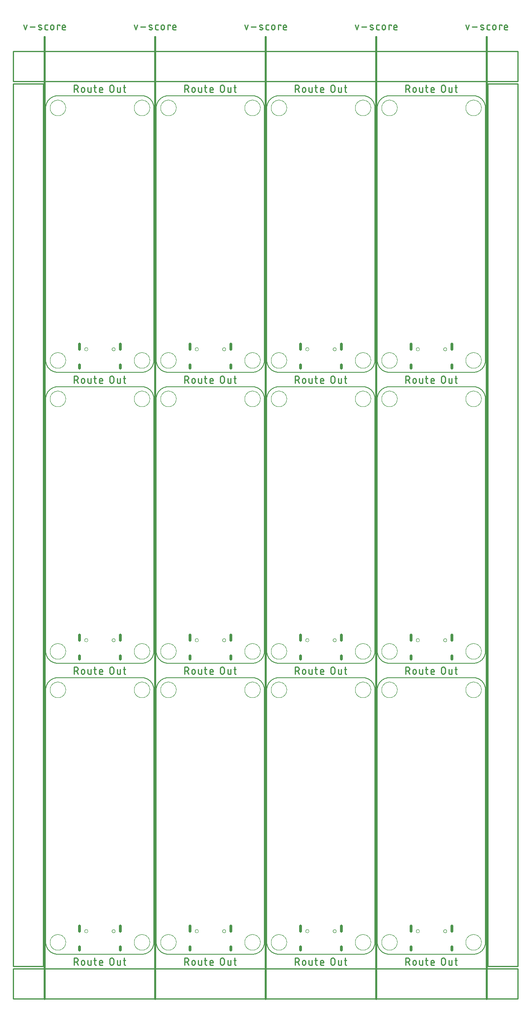
<source format=gko>
G04 EAGLE Gerber RS-274X export*
G75*
%MOMM*%
%FSLAX34Y34*%
%LPD*%
%IN*%
%IPPOS*%
%AMOC8*
5,1,8,0,0,1.08239X$1,22.5*%
G01*
%ADD10C,0.203200*%
%ADD11C,0.279400*%
%ADD12C,0.381000*%
%ADD13C,0.254000*%
%ADD14C,0.000000*%
%ADD15C,0.600000*%


D10*
X25400Y0D02*
X203200Y0D01*
X228600Y25400D02*
X228600Y558800D01*
X203200Y584200D02*
X25400Y584200D01*
X0Y558800D02*
X0Y25400D01*
X7Y24786D01*
X30Y24173D01*
X67Y23560D01*
X119Y22949D01*
X185Y22338D01*
X267Y21730D01*
X363Y21124D01*
X473Y20520D01*
X598Y19919D01*
X738Y19321D01*
X892Y18727D01*
X1061Y18137D01*
X1243Y17551D01*
X1440Y16970D01*
X1651Y16393D01*
X1875Y15822D01*
X2113Y15256D01*
X2365Y14696D01*
X2631Y14143D01*
X2909Y13596D01*
X3201Y13056D01*
X3506Y12523D01*
X3824Y11998D01*
X4154Y11480D01*
X4496Y10971D01*
X4851Y10470D01*
X5218Y9978D01*
X5596Y9495D01*
X5986Y9021D01*
X6388Y8557D01*
X6800Y8102D01*
X7224Y7658D01*
X7658Y7224D01*
X8102Y6800D01*
X8557Y6388D01*
X9021Y5986D01*
X9495Y5596D01*
X9978Y5218D01*
X10470Y4851D01*
X10971Y4496D01*
X11480Y4154D01*
X11998Y3824D01*
X12523Y3506D01*
X13056Y3201D01*
X13596Y2909D01*
X14143Y2631D01*
X14696Y2365D01*
X15256Y2113D01*
X15822Y1875D01*
X16393Y1651D01*
X16970Y1440D01*
X17551Y1243D01*
X18137Y1061D01*
X18727Y892D01*
X19321Y738D01*
X19919Y598D01*
X20520Y473D01*
X21124Y363D01*
X21730Y267D01*
X22338Y185D01*
X22949Y119D01*
X23560Y67D01*
X24173Y30D01*
X24786Y7D01*
X25400Y0D01*
X203200Y0D02*
X203814Y7D01*
X204427Y30D01*
X205040Y67D01*
X205651Y119D01*
X206262Y185D01*
X206870Y267D01*
X207476Y363D01*
X208080Y473D01*
X208681Y598D01*
X209279Y738D01*
X209873Y892D01*
X210463Y1061D01*
X211049Y1243D01*
X211630Y1440D01*
X212207Y1651D01*
X212778Y1875D01*
X213344Y2113D01*
X213904Y2365D01*
X214457Y2631D01*
X215004Y2909D01*
X215544Y3201D01*
X216077Y3506D01*
X216602Y3824D01*
X217120Y4154D01*
X217629Y4496D01*
X218130Y4851D01*
X218622Y5218D01*
X219105Y5596D01*
X219579Y5986D01*
X220043Y6388D01*
X220498Y6800D01*
X220942Y7224D01*
X221376Y7658D01*
X221800Y8102D01*
X222212Y8557D01*
X222614Y9021D01*
X223004Y9495D01*
X223382Y9978D01*
X223749Y10470D01*
X224104Y10971D01*
X224446Y11480D01*
X224776Y11998D01*
X225094Y12523D01*
X225399Y13056D01*
X225691Y13596D01*
X225969Y14143D01*
X226235Y14696D01*
X226487Y15256D01*
X226725Y15822D01*
X226949Y16393D01*
X227160Y16970D01*
X227357Y17551D01*
X227539Y18137D01*
X227708Y18727D01*
X227862Y19321D01*
X228002Y19919D01*
X228127Y20520D01*
X228237Y21124D01*
X228333Y21730D01*
X228415Y22338D01*
X228481Y22949D01*
X228533Y23560D01*
X228570Y24173D01*
X228593Y24786D01*
X228600Y25400D01*
X228600Y558800D02*
X228593Y559414D01*
X228570Y560027D01*
X228533Y560640D01*
X228481Y561251D01*
X228415Y561862D01*
X228333Y562470D01*
X228237Y563076D01*
X228127Y563680D01*
X228002Y564281D01*
X227862Y564879D01*
X227708Y565473D01*
X227539Y566063D01*
X227357Y566649D01*
X227160Y567230D01*
X226949Y567807D01*
X226725Y568378D01*
X226487Y568944D01*
X226235Y569504D01*
X225969Y570057D01*
X225691Y570604D01*
X225399Y571144D01*
X225094Y571677D01*
X224776Y572202D01*
X224446Y572720D01*
X224104Y573229D01*
X223749Y573730D01*
X223382Y574222D01*
X223004Y574705D01*
X222614Y575179D01*
X222212Y575643D01*
X221800Y576098D01*
X221376Y576542D01*
X220942Y576976D01*
X220498Y577400D01*
X220043Y577812D01*
X219579Y578214D01*
X219105Y578604D01*
X218622Y578982D01*
X218130Y579349D01*
X217629Y579704D01*
X217120Y580046D01*
X216602Y580376D01*
X216077Y580694D01*
X215544Y580999D01*
X215004Y581291D01*
X214457Y581569D01*
X213904Y581835D01*
X213344Y582087D01*
X212778Y582325D01*
X212207Y582549D01*
X211630Y582760D01*
X211049Y582957D01*
X210463Y583139D01*
X209873Y583308D01*
X209279Y583462D01*
X208681Y583602D01*
X208080Y583727D01*
X207476Y583837D01*
X206870Y583933D01*
X206262Y584015D01*
X205651Y584081D01*
X205040Y584133D01*
X204427Y584170D01*
X203814Y584193D01*
X203200Y584200D01*
X25400Y584200D02*
X24786Y584193D01*
X24173Y584170D01*
X23560Y584133D01*
X22949Y584081D01*
X22338Y584015D01*
X21730Y583933D01*
X21124Y583837D01*
X20520Y583727D01*
X19919Y583602D01*
X19321Y583462D01*
X18727Y583308D01*
X18137Y583139D01*
X17551Y582957D01*
X16970Y582760D01*
X16393Y582549D01*
X15822Y582325D01*
X15256Y582087D01*
X14696Y581835D01*
X14143Y581569D01*
X13596Y581291D01*
X13056Y580999D01*
X12523Y580694D01*
X11998Y580376D01*
X11480Y580046D01*
X10971Y579704D01*
X10470Y579349D01*
X9978Y578982D01*
X9495Y578604D01*
X9021Y578214D01*
X8557Y577812D01*
X8102Y577400D01*
X7658Y576976D01*
X7224Y576542D01*
X6800Y576098D01*
X6388Y575643D01*
X5986Y575179D01*
X5596Y574705D01*
X5218Y574222D01*
X4851Y573730D01*
X4496Y573229D01*
X4154Y572720D01*
X3824Y572202D01*
X3506Y571677D01*
X3201Y571144D01*
X2909Y570604D01*
X2631Y570057D01*
X2365Y569504D01*
X2113Y568944D01*
X1875Y568378D01*
X1651Y567807D01*
X1440Y567230D01*
X1243Y566649D01*
X1061Y566063D01*
X892Y565473D01*
X738Y564879D01*
X598Y564281D01*
X473Y563680D01*
X363Y563076D01*
X267Y562470D01*
X185Y561862D01*
X119Y561251D01*
X67Y560640D01*
X30Y560027D01*
X7Y559414D01*
X0Y558800D01*
D11*
X59804Y-7747D02*
X59804Y-22733D01*
X59804Y-7747D02*
X63967Y-7747D01*
X64095Y-7749D01*
X64223Y-7755D01*
X64351Y-7765D01*
X64479Y-7779D01*
X64606Y-7796D01*
X64732Y-7818D01*
X64858Y-7843D01*
X64982Y-7873D01*
X65106Y-7906D01*
X65229Y-7943D01*
X65351Y-7984D01*
X65471Y-8028D01*
X65590Y-8076D01*
X65707Y-8128D01*
X65823Y-8183D01*
X65936Y-8242D01*
X66049Y-8305D01*
X66159Y-8371D01*
X66266Y-8440D01*
X66372Y-8512D01*
X66476Y-8588D01*
X66577Y-8667D01*
X66676Y-8749D01*
X66772Y-8834D01*
X66865Y-8921D01*
X66956Y-9012D01*
X67043Y-9105D01*
X67128Y-9201D01*
X67210Y-9300D01*
X67289Y-9401D01*
X67365Y-9505D01*
X67437Y-9611D01*
X67506Y-9718D01*
X67572Y-9829D01*
X67635Y-9941D01*
X67694Y-10054D01*
X67749Y-10170D01*
X67801Y-10287D01*
X67849Y-10406D01*
X67893Y-10526D01*
X67934Y-10648D01*
X67971Y-10771D01*
X68004Y-10895D01*
X68034Y-11019D01*
X68059Y-11145D01*
X68081Y-11271D01*
X68098Y-11398D01*
X68112Y-11526D01*
X68122Y-11654D01*
X68128Y-11782D01*
X68130Y-11910D01*
X68128Y-12038D01*
X68122Y-12166D01*
X68112Y-12294D01*
X68098Y-12422D01*
X68081Y-12549D01*
X68059Y-12675D01*
X68034Y-12801D01*
X68004Y-12925D01*
X67971Y-13049D01*
X67934Y-13172D01*
X67893Y-13294D01*
X67849Y-13414D01*
X67801Y-13533D01*
X67749Y-13650D01*
X67694Y-13766D01*
X67635Y-13879D01*
X67572Y-13992D01*
X67506Y-14102D01*
X67437Y-14209D01*
X67365Y-14315D01*
X67289Y-14419D01*
X67210Y-14520D01*
X67128Y-14619D01*
X67043Y-14715D01*
X66956Y-14808D01*
X66865Y-14899D01*
X66772Y-14986D01*
X66676Y-15071D01*
X66577Y-15153D01*
X66476Y-15232D01*
X66372Y-15308D01*
X66266Y-15380D01*
X66159Y-15449D01*
X66049Y-15515D01*
X65936Y-15578D01*
X65823Y-15637D01*
X65707Y-15692D01*
X65590Y-15744D01*
X65471Y-15792D01*
X65351Y-15836D01*
X65229Y-15877D01*
X65106Y-15914D01*
X64982Y-15947D01*
X64858Y-15977D01*
X64732Y-16002D01*
X64606Y-16024D01*
X64479Y-16041D01*
X64351Y-16055D01*
X64223Y-16065D01*
X64095Y-16071D01*
X63967Y-16073D01*
X59804Y-16073D01*
X64799Y-16073D02*
X68129Y-22733D01*
X75088Y-19403D02*
X75088Y-16073D01*
X75090Y-15959D01*
X75096Y-15846D01*
X75105Y-15732D01*
X75119Y-15620D01*
X75136Y-15507D01*
X75158Y-15395D01*
X75183Y-15285D01*
X75211Y-15175D01*
X75244Y-15066D01*
X75280Y-14958D01*
X75320Y-14851D01*
X75364Y-14746D01*
X75411Y-14643D01*
X75461Y-14541D01*
X75515Y-14441D01*
X75573Y-14343D01*
X75634Y-14247D01*
X75697Y-14153D01*
X75765Y-14061D01*
X75835Y-13971D01*
X75908Y-13885D01*
X75984Y-13800D01*
X76063Y-13718D01*
X76145Y-13639D01*
X76230Y-13563D01*
X76316Y-13490D01*
X76406Y-13420D01*
X76498Y-13352D01*
X76592Y-13289D01*
X76688Y-13228D01*
X76786Y-13170D01*
X76886Y-13116D01*
X76988Y-13066D01*
X77091Y-13019D01*
X77196Y-12975D01*
X77303Y-12935D01*
X77411Y-12899D01*
X77520Y-12866D01*
X77630Y-12838D01*
X77740Y-12813D01*
X77852Y-12791D01*
X77965Y-12774D01*
X78077Y-12760D01*
X78191Y-12751D01*
X78304Y-12745D01*
X78418Y-12743D01*
X78532Y-12745D01*
X78645Y-12751D01*
X78759Y-12760D01*
X78871Y-12774D01*
X78984Y-12791D01*
X79096Y-12813D01*
X79206Y-12838D01*
X79316Y-12866D01*
X79425Y-12899D01*
X79533Y-12935D01*
X79640Y-12975D01*
X79745Y-13019D01*
X79848Y-13066D01*
X79950Y-13116D01*
X80050Y-13170D01*
X80148Y-13228D01*
X80244Y-13289D01*
X80338Y-13352D01*
X80430Y-13420D01*
X80520Y-13490D01*
X80606Y-13563D01*
X80691Y-13639D01*
X80773Y-13718D01*
X80852Y-13800D01*
X80928Y-13885D01*
X81001Y-13971D01*
X81071Y-14061D01*
X81139Y-14153D01*
X81202Y-14247D01*
X81263Y-14343D01*
X81321Y-14441D01*
X81375Y-14541D01*
X81425Y-14643D01*
X81472Y-14746D01*
X81516Y-14851D01*
X81556Y-14958D01*
X81592Y-15066D01*
X81625Y-15175D01*
X81653Y-15285D01*
X81678Y-15395D01*
X81700Y-15507D01*
X81717Y-15620D01*
X81731Y-15732D01*
X81740Y-15846D01*
X81746Y-15959D01*
X81748Y-16073D01*
X81748Y-19403D01*
X81746Y-19517D01*
X81740Y-19630D01*
X81731Y-19744D01*
X81717Y-19856D01*
X81700Y-19969D01*
X81678Y-20081D01*
X81653Y-20191D01*
X81625Y-20301D01*
X81592Y-20410D01*
X81556Y-20518D01*
X81516Y-20625D01*
X81472Y-20730D01*
X81425Y-20833D01*
X81375Y-20935D01*
X81321Y-21035D01*
X81263Y-21133D01*
X81202Y-21229D01*
X81139Y-21323D01*
X81071Y-21415D01*
X81001Y-21505D01*
X80928Y-21591D01*
X80852Y-21676D01*
X80773Y-21758D01*
X80691Y-21837D01*
X80606Y-21913D01*
X80520Y-21986D01*
X80430Y-22056D01*
X80338Y-22124D01*
X80244Y-22187D01*
X80148Y-22248D01*
X80050Y-22306D01*
X79950Y-22360D01*
X79848Y-22410D01*
X79745Y-22457D01*
X79640Y-22501D01*
X79533Y-22541D01*
X79425Y-22577D01*
X79316Y-22610D01*
X79206Y-22638D01*
X79096Y-22663D01*
X78984Y-22685D01*
X78871Y-22702D01*
X78759Y-22716D01*
X78645Y-22725D01*
X78532Y-22731D01*
X78418Y-22733D01*
X78304Y-22731D01*
X78191Y-22725D01*
X78077Y-22716D01*
X77965Y-22702D01*
X77852Y-22685D01*
X77740Y-22663D01*
X77630Y-22638D01*
X77520Y-22610D01*
X77411Y-22577D01*
X77303Y-22541D01*
X77196Y-22501D01*
X77091Y-22457D01*
X76988Y-22410D01*
X76886Y-22360D01*
X76786Y-22306D01*
X76688Y-22248D01*
X76592Y-22187D01*
X76498Y-22124D01*
X76406Y-22056D01*
X76316Y-21986D01*
X76230Y-21913D01*
X76145Y-21837D01*
X76063Y-21758D01*
X75984Y-21676D01*
X75908Y-21591D01*
X75835Y-21505D01*
X75765Y-21415D01*
X75697Y-21323D01*
X75634Y-21229D01*
X75573Y-21133D01*
X75515Y-21035D01*
X75461Y-20935D01*
X75411Y-20833D01*
X75364Y-20730D01*
X75320Y-20625D01*
X75280Y-20518D01*
X75244Y-20410D01*
X75211Y-20301D01*
X75183Y-20191D01*
X75158Y-20081D01*
X75136Y-19969D01*
X75119Y-19856D01*
X75105Y-19744D01*
X75096Y-19630D01*
X75090Y-19517D01*
X75088Y-19403D01*
X89156Y-20235D02*
X89156Y-12742D01*
X89155Y-20235D02*
X89157Y-20333D01*
X89163Y-20431D01*
X89172Y-20529D01*
X89186Y-20626D01*
X89203Y-20722D01*
X89224Y-20818D01*
X89249Y-20913D01*
X89277Y-21007D01*
X89309Y-21100D01*
X89345Y-21191D01*
X89384Y-21281D01*
X89427Y-21369D01*
X89474Y-21456D01*
X89523Y-21540D01*
X89576Y-21623D01*
X89632Y-21703D01*
X89691Y-21782D01*
X89754Y-21857D01*
X89819Y-21931D01*
X89887Y-22001D01*
X89957Y-22069D01*
X90031Y-22135D01*
X90107Y-22197D01*
X90185Y-22256D01*
X90265Y-22312D01*
X90348Y-22365D01*
X90432Y-22415D01*
X90519Y-22461D01*
X90607Y-22504D01*
X90697Y-22543D01*
X90788Y-22579D01*
X90881Y-22611D01*
X90975Y-22639D01*
X91070Y-22664D01*
X91166Y-22685D01*
X91262Y-22702D01*
X91359Y-22716D01*
X91457Y-22725D01*
X91555Y-22731D01*
X91653Y-22733D01*
X95816Y-22733D01*
X95816Y-12742D01*
X101797Y-12742D02*
X106792Y-12742D01*
X103462Y-7747D02*
X103462Y-20235D01*
X103464Y-20333D01*
X103470Y-20431D01*
X103479Y-20529D01*
X103493Y-20626D01*
X103510Y-20722D01*
X103531Y-20818D01*
X103556Y-20913D01*
X103584Y-21007D01*
X103616Y-21100D01*
X103652Y-21191D01*
X103691Y-21281D01*
X103734Y-21369D01*
X103781Y-21456D01*
X103830Y-21540D01*
X103883Y-21623D01*
X103939Y-21703D01*
X103998Y-21782D01*
X104061Y-21857D01*
X104126Y-21931D01*
X104194Y-22001D01*
X104264Y-22069D01*
X104338Y-22135D01*
X104414Y-22197D01*
X104492Y-22256D01*
X104572Y-22312D01*
X104655Y-22365D01*
X104739Y-22415D01*
X104826Y-22461D01*
X104914Y-22504D01*
X105004Y-22543D01*
X105095Y-22579D01*
X105188Y-22611D01*
X105282Y-22639D01*
X105377Y-22664D01*
X105473Y-22685D01*
X105569Y-22702D01*
X105666Y-22716D01*
X105764Y-22725D01*
X105862Y-22731D01*
X105960Y-22733D01*
X106792Y-22733D01*
X115621Y-22733D02*
X119784Y-22733D01*
X115621Y-22733D02*
X115523Y-22731D01*
X115425Y-22725D01*
X115327Y-22716D01*
X115230Y-22702D01*
X115134Y-22685D01*
X115038Y-22664D01*
X114943Y-22639D01*
X114849Y-22611D01*
X114756Y-22579D01*
X114665Y-22543D01*
X114575Y-22504D01*
X114487Y-22461D01*
X114400Y-22414D01*
X114316Y-22365D01*
X114233Y-22312D01*
X114153Y-22256D01*
X114075Y-22197D01*
X113999Y-22135D01*
X113925Y-22069D01*
X113855Y-22001D01*
X113787Y-21931D01*
X113722Y-21857D01*
X113659Y-21782D01*
X113600Y-21703D01*
X113544Y-21623D01*
X113491Y-21540D01*
X113442Y-21456D01*
X113395Y-21369D01*
X113352Y-21281D01*
X113313Y-21191D01*
X113277Y-21100D01*
X113245Y-21007D01*
X113217Y-20913D01*
X113192Y-20818D01*
X113171Y-20722D01*
X113154Y-20626D01*
X113140Y-20529D01*
X113131Y-20431D01*
X113125Y-20333D01*
X113123Y-20235D01*
X113124Y-20235D02*
X113124Y-16073D01*
X113126Y-15959D01*
X113132Y-15846D01*
X113141Y-15732D01*
X113155Y-15620D01*
X113172Y-15507D01*
X113194Y-15395D01*
X113219Y-15285D01*
X113247Y-15175D01*
X113280Y-15066D01*
X113316Y-14958D01*
X113356Y-14851D01*
X113400Y-14746D01*
X113447Y-14643D01*
X113497Y-14541D01*
X113551Y-14441D01*
X113609Y-14343D01*
X113670Y-14247D01*
X113733Y-14153D01*
X113801Y-14061D01*
X113871Y-13971D01*
X113944Y-13885D01*
X114020Y-13800D01*
X114099Y-13718D01*
X114181Y-13639D01*
X114266Y-13563D01*
X114352Y-13490D01*
X114442Y-13420D01*
X114534Y-13352D01*
X114628Y-13289D01*
X114724Y-13228D01*
X114822Y-13170D01*
X114922Y-13116D01*
X115024Y-13066D01*
X115127Y-13019D01*
X115232Y-12975D01*
X115339Y-12935D01*
X115447Y-12899D01*
X115556Y-12866D01*
X115666Y-12838D01*
X115776Y-12813D01*
X115888Y-12791D01*
X116001Y-12774D01*
X116113Y-12760D01*
X116227Y-12751D01*
X116340Y-12745D01*
X116454Y-12743D01*
X116568Y-12745D01*
X116681Y-12751D01*
X116795Y-12760D01*
X116907Y-12774D01*
X117020Y-12791D01*
X117132Y-12813D01*
X117242Y-12838D01*
X117352Y-12866D01*
X117461Y-12899D01*
X117569Y-12935D01*
X117676Y-12975D01*
X117781Y-13019D01*
X117884Y-13066D01*
X117986Y-13116D01*
X118086Y-13170D01*
X118184Y-13228D01*
X118280Y-13289D01*
X118374Y-13352D01*
X118466Y-13420D01*
X118556Y-13490D01*
X118642Y-13563D01*
X118727Y-13639D01*
X118809Y-13718D01*
X118888Y-13800D01*
X118964Y-13885D01*
X119037Y-13971D01*
X119107Y-14061D01*
X119175Y-14153D01*
X119238Y-14247D01*
X119299Y-14343D01*
X119357Y-14441D01*
X119411Y-14541D01*
X119461Y-14643D01*
X119508Y-14746D01*
X119552Y-14851D01*
X119592Y-14958D01*
X119628Y-15066D01*
X119661Y-15175D01*
X119689Y-15285D01*
X119714Y-15395D01*
X119736Y-15507D01*
X119753Y-15620D01*
X119767Y-15732D01*
X119776Y-15846D01*
X119782Y-15959D01*
X119784Y-16073D01*
X119784Y-17738D01*
X113124Y-17738D01*
X135217Y-18570D02*
X135217Y-11910D01*
X135219Y-11782D01*
X135225Y-11654D01*
X135235Y-11526D01*
X135249Y-11398D01*
X135266Y-11271D01*
X135288Y-11145D01*
X135313Y-11019D01*
X135343Y-10895D01*
X135376Y-10771D01*
X135413Y-10648D01*
X135454Y-10526D01*
X135498Y-10406D01*
X135546Y-10287D01*
X135598Y-10170D01*
X135653Y-10054D01*
X135712Y-9941D01*
X135775Y-9828D01*
X135841Y-9718D01*
X135910Y-9611D01*
X135982Y-9505D01*
X136058Y-9401D01*
X136137Y-9300D01*
X136219Y-9201D01*
X136304Y-9105D01*
X136391Y-9012D01*
X136482Y-8921D01*
X136575Y-8834D01*
X136671Y-8749D01*
X136770Y-8667D01*
X136871Y-8588D01*
X136975Y-8512D01*
X137081Y-8440D01*
X137188Y-8371D01*
X137299Y-8305D01*
X137411Y-8242D01*
X137524Y-8183D01*
X137640Y-8128D01*
X137757Y-8076D01*
X137876Y-8028D01*
X137996Y-7984D01*
X138118Y-7943D01*
X138241Y-7906D01*
X138365Y-7873D01*
X138489Y-7843D01*
X138615Y-7818D01*
X138741Y-7796D01*
X138868Y-7779D01*
X138996Y-7765D01*
X139124Y-7755D01*
X139252Y-7749D01*
X139380Y-7747D01*
X139508Y-7749D01*
X139636Y-7755D01*
X139764Y-7765D01*
X139892Y-7779D01*
X140019Y-7796D01*
X140145Y-7818D01*
X140271Y-7843D01*
X140395Y-7873D01*
X140519Y-7906D01*
X140642Y-7943D01*
X140764Y-7984D01*
X140884Y-8028D01*
X141003Y-8076D01*
X141120Y-8128D01*
X141236Y-8183D01*
X141349Y-8242D01*
X141462Y-8305D01*
X141572Y-8371D01*
X141679Y-8440D01*
X141785Y-8512D01*
X141889Y-8588D01*
X141990Y-8667D01*
X142089Y-8749D01*
X142185Y-8834D01*
X142278Y-8921D01*
X142369Y-9012D01*
X142456Y-9105D01*
X142541Y-9201D01*
X142623Y-9300D01*
X142702Y-9401D01*
X142778Y-9505D01*
X142850Y-9611D01*
X142919Y-9718D01*
X142985Y-9829D01*
X143048Y-9941D01*
X143107Y-10054D01*
X143162Y-10170D01*
X143214Y-10287D01*
X143262Y-10406D01*
X143306Y-10526D01*
X143347Y-10648D01*
X143384Y-10771D01*
X143417Y-10895D01*
X143447Y-11019D01*
X143472Y-11145D01*
X143494Y-11271D01*
X143511Y-11398D01*
X143525Y-11526D01*
X143535Y-11654D01*
X143541Y-11782D01*
X143543Y-11910D01*
X143542Y-11910D02*
X143542Y-18570D01*
X143543Y-18570D02*
X143541Y-18698D01*
X143535Y-18826D01*
X143525Y-18954D01*
X143511Y-19082D01*
X143494Y-19209D01*
X143472Y-19335D01*
X143447Y-19461D01*
X143417Y-19585D01*
X143384Y-19709D01*
X143347Y-19832D01*
X143306Y-19954D01*
X143262Y-20074D01*
X143214Y-20193D01*
X143162Y-20310D01*
X143107Y-20426D01*
X143048Y-20539D01*
X142985Y-20652D01*
X142919Y-20762D01*
X142850Y-20869D01*
X142778Y-20975D01*
X142702Y-21079D01*
X142623Y-21180D01*
X142541Y-21279D01*
X142456Y-21375D01*
X142369Y-21468D01*
X142278Y-21559D01*
X142185Y-21646D01*
X142089Y-21731D01*
X141990Y-21813D01*
X141889Y-21892D01*
X141785Y-21968D01*
X141679Y-22040D01*
X141572Y-22109D01*
X141461Y-22175D01*
X141349Y-22238D01*
X141236Y-22297D01*
X141120Y-22352D01*
X141003Y-22404D01*
X140884Y-22452D01*
X140764Y-22496D01*
X140642Y-22537D01*
X140519Y-22574D01*
X140395Y-22607D01*
X140271Y-22637D01*
X140145Y-22662D01*
X140019Y-22684D01*
X139892Y-22701D01*
X139764Y-22715D01*
X139636Y-22725D01*
X139508Y-22731D01*
X139380Y-22733D01*
X139252Y-22731D01*
X139124Y-22725D01*
X138996Y-22715D01*
X138868Y-22701D01*
X138741Y-22684D01*
X138615Y-22662D01*
X138489Y-22637D01*
X138365Y-22607D01*
X138241Y-22574D01*
X138118Y-22537D01*
X137996Y-22496D01*
X137876Y-22452D01*
X137757Y-22404D01*
X137640Y-22352D01*
X137524Y-22297D01*
X137411Y-22238D01*
X137299Y-22175D01*
X137188Y-22109D01*
X137081Y-22040D01*
X136975Y-21968D01*
X136871Y-21892D01*
X136770Y-21813D01*
X136671Y-21731D01*
X136575Y-21646D01*
X136482Y-21559D01*
X136391Y-21468D01*
X136304Y-21375D01*
X136219Y-21279D01*
X136137Y-21180D01*
X136058Y-21079D01*
X135982Y-20975D01*
X135910Y-20869D01*
X135841Y-20762D01*
X135775Y-20651D01*
X135712Y-20539D01*
X135653Y-20426D01*
X135598Y-20310D01*
X135546Y-20193D01*
X135498Y-20074D01*
X135454Y-19954D01*
X135413Y-19832D01*
X135376Y-19709D01*
X135343Y-19585D01*
X135313Y-19461D01*
X135288Y-19335D01*
X135266Y-19209D01*
X135249Y-19082D01*
X135235Y-18954D01*
X135225Y-18826D01*
X135219Y-18698D01*
X135217Y-18570D01*
X151159Y-20235D02*
X151159Y-12742D01*
X151159Y-20235D02*
X151161Y-20333D01*
X151167Y-20431D01*
X151176Y-20529D01*
X151190Y-20626D01*
X151207Y-20722D01*
X151228Y-20818D01*
X151253Y-20913D01*
X151281Y-21007D01*
X151313Y-21100D01*
X151349Y-21191D01*
X151388Y-21281D01*
X151431Y-21369D01*
X151478Y-21456D01*
X151527Y-21540D01*
X151580Y-21623D01*
X151636Y-21703D01*
X151695Y-21782D01*
X151758Y-21857D01*
X151823Y-21931D01*
X151891Y-22001D01*
X151961Y-22069D01*
X152035Y-22135D01*
X152111Y-22197D01*
X152189Y-22256D01*
X152269Y-22312D01*
X152352Y-22365D01*
X152436Y-22415D01*
X152523Y-22461D01*
X152611Y-22504D01*
X152701Y-22543D01*
X152792Y-22579D01*
X152885Y-22611D01*
X152979Y-22639D01*
X153074Y-22664D01*
X153170Y-22685D01*
X153266Y-22702D01*
X153363Y-22716D01*
X153461Y-22725D01*
X153559Y-22731D01*
X153657Y-22733D01*
X157820Y-22733D01*
X157820Y-12742D01*
X163801Y-12742D02*
X168796Y-12742D01*
X165466Y-7747D02*
X165466Y-20235D01*
X165465Y-20235D02*
X165467Y-20333D01*
X165473Y-20431D01*
X165482Y-20529D01*
X165496Y-20626D01*
X165513Y-20722D01*
X165534Y-20818D01*
X165559Y-20913D01*
X165587Y-21007D01*
X165619Y-21100D01*
X165655Y-21191D01*
X165694Y-21281D01*
X165737Y-21369D01*
X165784Y-21456D01*
X165833Y-21540D01*
X165886Y-21623D01*
X165942Y-21703D01*
X166001Y-21782D01*
X166064Y-21857D01*
X166129Y-21931D01*
X166197Y-22001D01*
X166267Y-22069D01*
X166341Y-22135D01*
X166417Y-22197D01*
X166495Y-22256D01*
X166575Y-22312D01*
X166658Y-22365D01*
X166742Y-22415D01*
X166829Y-22461D01*
X166917Y-22504D01*
X167007Y-22543D01*
X167098Y-22579D01*
X167191Y-22611D01*
X167285Y-22639D01*
X167380Y-22664D01*
X167476Y-22685D01*
X167572Y-22702D01*
X167669Y-22716D01*
X167767Y-22725D01*
X167865Y-22731D01*
X167963Y-22733D01*
X167964Y-22733D02*
X168796Y-22733D01*
D10*
X259080Y0D02*
X436880Y0D01*
X462280Y25400D02*
X462280Y558800D01*
X436880Y584200D02*
X259080Y584200D01*
X233680Y558800D02*
X233680Y25400D01*
X233687Y24786D01*
X233710Y24173D01*
X233747Y23560D01*
X233799Y22949D01*
X233865Y22338D01*
X233947Y21730D01*
X234043Y21124D01*
X234153Y20520D01*
X234278Y19919D01*
X234418Y19321D01*
X234572Y18727D01*
X234741Y18137D01*
X234923Y17551D01*
X235120Y16970D01*
X235331Y16393D01*
X235555Y15822D01*
X235793Y15256D01*
X236045Y14696D01*
X236311Y14143D01*
X236589Y13596D01*
X236881Y13056D01*
X237186Y12523D01*
X237504Y11998D01*
X237834Y11480D01*
X238176Y10971D01*
X238531Y10470D01*
X238898Y9978D01*
X239276Y9495D01*
X239666Y9021D01*
X240068Y8557D01*
X240480Y8102D01*
X240904Y7658D01*
X241338Y7224D01*
X241782Y6800D01*
X242237Y6388D01*
X242701Y5986D01*
X243175Y5596D01*
X243658Y5218D01*
X244150Y4851D01*
X244651Y4496D01*
X245160Y4154D01*
X245678Y3824D01*
X246203Y3506D01*
X246736Y3201D01*
X247276Y2909D01*
X247823Y2631D01*
X248376Y2365D01*
X248936Y2113D01*
X249502Y1875D01*
X250073Y1651D01*
X250650Y1440D01*
X251231Y1243D01*
X251817Y1061D01*
X252407Y892D01*
X253001Y738D01*
X253599Y598D01*
X254200Y473D01*
X254804Y363D01*
X255410Y267D01*
X256018Y185D01*
X256629Y119D01*
X257240Y67D01*
X257853Y30D01*
X258466Y7D01*
X259080Y0D01*
X436880Y0D02*
X437494Y7D01*
X438107Y30D01*
X438720Y67D01*
X439331Y119D01*
X439942Y185D01*
X440550Y267D01*
X441156Y363D01*
X441760Y473D01*
X442361Y598D01*
X442959Y738D01*
X443553Y892D01*
X444143Y1061D01*
X444729Y1243D01*
X445310Y1440D01*
X445887Y1651D01*
X446458Y1875D01*
X447024Y2113D01*
X447584Y2365D01*
X448137Y2631D01*
X448684Y2909D01*
X449224Y3201D01*
X449757Y3506D01*
X450282Y3824D01*
X450800Y4154D01*
X451309Y4496D01*
X451810Y4851D01*
X452302Y5218D01*
X452785Y5596D01*
X453259Y5986D01*
X453723Y6388D01*
X454178Y6800D01*
X454622Y7224D01*
X455056Y7658D01*
X455480Y8102D01*
X455892Y8557D01*
X456294Y9021D01*
X456684Y9495D01*
X457062Y9978D01*
X457429Y10470D01*
X457784Y10971D01*
X458126Y11480D01*
X458456Y11998D01*
X458774Y12523D01*
X459079Y13056D01*
X459371Y13596D01*
X459649Y14143D01*
X459915Y14696D01*
X460167Y15256D01*
X460405Y15822D01*
X460629Y16393D01*
X460840Y16970D01*
X461037Y17551D01*
X461219Y18137D01*
X461388Y18727D01*
X461542Y19321D01*
X461682Y19919D01*
X461807Y20520D01*
X461917Y21124D01*
X462013Y21730D01*
X462095Y22338D01*
X462161Y22949D01*
X462213Y23560D01*
X462250Y24173D01*
X462273Y24786D01*
X462280Y25400D01*
X462280Y558800D02*
X462273Y559414D01*
X462250Y560027D01*
X462213Y560640D01*
X462161Y561251D01*
X462095Y561862D01*
X462013Y562470D01*
X461917Y563076D01*
X461807Y563680D01*
X461682Y564281D01*
X461542Y564879D01*
X461388Y565473D01*
X461219Y566063D01*
X461037Y566649D01*
X460840Y567230D01*
X460629Y567807D01*
X460405Y568378D01*
X460167Y568944D01*
X459915Y569504D01*
X459649Y570057D01*
X459371Y570604D01*
X459079Y571144D01*
X458774Y571677D01*
X458456Y572202D01*
X458126Y572720D01*
X457784Y573229D01*
X457429Y573730D01*
X457062Y574222D01*
X456684Y574705D01*
X456294Y575179D01*
X455892Y575643D01*
X455480Y576098D01*
X455056Y576542D01*
X454622Y576976D01*
X454178Y577400D01*
X453723Y577812D01*
X453259Y578214D01*
X452785Y578604D01*
X452302Y578982D01*
X451810Y579349D01*
X451309Y579704D01*
X450800Y580046D01*
X450282Y580376D01*
X449757Y580694D01*
X449224Y580999D01*
X448684Y581291D01*
X448137Y581569D01*
X447584Y581835D01*
X447024Y582087D01*
X446458Y582325D01*
X445887Y582549D01*
X445310Y582760D01*
X444729Y582957D01*
X444143Y583139D01*
X443553Y583308D01*
X442959Y583462D01*
X442361Y583602D01*
X441760Y583727D01*
X441156Y583837D01*
X440550Y583933D01*
X439942Y584015D01*
X439331Y584081D01*
X438720Y584133D01*
X438107Y584170D01*
X437494Y584193D01*
X436880Y584200D01*
X259080Y584200D02*
X258466Y584193D01*
X257853Y584170D01*
X257240Y584133D01*
X256629Y584081D01*
X256018Y584015D01*
X255410Y583933D01*
X254804Y583837D01*
X254200Y583727D01*
X253599Y583602D01*
X253001Y583462D01*
X252407Y583308D01*
X251817Y583139D01*
X251231Y582957D01*
X250650Y582760D01*
X250073Y582549D01*
X249502Y582325D01*
X248936Y582087D01*
X248376Y581835D01*
X247823Y581569D01*
X247276Y581291D01*
X246736Y580999D01*
X246203Y580694D01*
X245678Y580376D01*
X245160Y580046D01*
X244651Y579704D01*
X244150Y579349D01*
X243658Y578982D01*
X243175Y578604D01*
X242701Y578214D01*
X242237Y577812D01*
X241782Y577400D01*
X241338Y576976D01*
X240904Y576542D01*
X240480Y576098D01*
X240068Y575643D01*
X239666Y575179D01*
X239276Y574705D01*
X238898Y574222D01*
X238531Y573730D01*
X238176Y573229D01*
X237834Y572720D01*
X237504Y572202D01*
X237186Y571677D01*
X236881Y571144D01*
X236589Y570604D01*
X236311Y570057D01*
X236045Y569504D01*
X235793Y568944D01*
X235555Y568378D01*
X235331Y567807D01*
X235120Y567230D01*
X234923Y566649D01*
X234741Y566063D01*
X234572Y565473D01*
X234418Y564879D01*
X234278Y564281D01*
X234153Y563680D01*
X234043Y563076D01*
X233947Y562470D01*
X233865Y561862D01*
X233799Y561251D01*
X233747Y560640D01*
X233710Y560027D01*
X233687Y559414D01*
X233680Y558800D01*
D11*
X293484Y-7747D02*
X293484Y-22733D01*
X293484Y-7747D02*
X297647Y-7747D01*
X297775Y-7749D01*
X297903Y-7755D01*
X298031Y-7765D01*
X298159Y-7779D01*
X298286Y-7796D01*
X298412Y-7818D01*
X298538Y-7843D01*
X298662Y-7873D01*
X298786Y-7906D01*
X298909Y-7943D01*
X299031Y-7984D01*
X299151Y-8028D01*
X299270Y-8076D01*
X299387Y-8128D01*
X299503Y-8183D01*
X299616Y-8242D01*
X299729Y-8305D01*
X299839Y-8371D01*
X299946Y-8440D01*
X300052Y-8512D01*
X300156Y-8588D01*
X300257Y-8667D01*
X300356Y-8749D01*
X300452Y-8834D01*
X300545Y-8921D01*
X300636Y-9012D01*
X300723Y-9105D01*
X300808Y-9201D01*
X300890Y-9300D01*
X300969Y-9401D01*
X301045Y-9505D01*
X301117Y-9611D01*
X301186Y-9718D01*
X301252Y-9829D01*
X301315Y-9941D01*
X301374Y-10054D01*
X301429Y-10170D01*
X301481Y-10287D01*
X301529Y-10406D01*
X301573Y-10526D01*
X301614Y-10648D01*
X301651Y-10771D01*
X301684Y-10895D01*
X301714Y-11019D01*
X301739Y-11145D01*
X301761Y-11271D01*
X301778Y-11398D01*
X301792Y-11526D01*
X301802Y-11654D01*
X301808Y-11782D01*
X301810Y-11910D01*
X301808Y-12038D01*
X301802Y-12166D01*
X301792Y-12294D01*
X301778Y-12422D01*
X301761Y-12549D01*
X301739Y-12675D01*
X301714Y-12801D01*
X301684Y-12925D01*
X301651Y-13049D01*
X301614Y-13172D01*
X301573Y-13294D01*
X301529Y-13414D01*
X301481Y-13533D01*
X301429Y-13650D01*
X301374Y-13766D01*
X301315Y-13879D01*
X301252Y-13992D01*
X301186Y-14102D01*
X301117Y-14209D01*
X301045Y-14315D01*
X300969Y-14419D01*
X300890Y-14520D01*
X300808Y-14619D01*
X300723Y-14715D01*
X300636Y-14808D01*
X300545Y-14899D01*
X300452Y-14986D01*
X300356Y-15071D01*
X300257Y-15153D01*
X300156Y-15232D01*
X300052Y-15308D01*
X299946Y-15380D01*
X299839Y-15449D01*
X299729Y-15515D01*
X299616Y-15578D01*
X299503Y-15637D01*
X299387Y-15692D01*
X299270Y-15744D01*
X299151Y-15792D01*
X299031Y-15836D01*
X298909Y-15877D01*
X298786Y-15914D01*
X298662Y-15947D01*
X298538Y-15977D01*
X298412Y-16002D01*
X298286Y-16024D01*
X298159Y-16041D01*
X298031Y-16055D01*
X297903Y-16065D01*
X297775Y-16071D01*
X297647Y-16073D01*
X293484Y-16073D01*
X298479Y-16073D02*
X301809Y-22733D01*
X308768Y-19403D02*
X308768Y-16073D01*
X308770Y-15959D01*
X308776Y-15846D01*
X308785Y-15732D01*
X308799Y-15620D01*
X308816Y-15507D01*
X308838Y-15395D01*
X308863Y-15285D01*
X308891Y-15175D01*
X308924Y-15066D01*
X308960Y-14958D01*
X309000Y-14851D01*
X309044Y-14746D01*
X309091Y-14643D01*
X309141Y-14541D01*
X309195Y-14441D01*
X309253Y-14343D01*
X309314Y-14247D01*
X309377Y-14153D01*
X309445Y-14061D01*
X309515Y-13971D01*
X309588Y-13885D01*
X309664Y-13800D01*
X309743Y-13718D01*
X309825Y-13639D01*
X309910Y-13563D01*
X309996Y-13490D01*
X310086Y-13420D01*
X310178Y-13352D01*
X310272Y-13289D01*
X310368Y-13228D01*
X310466Y-13170D01*
X310566Y-13116D01*
X310668Y-13066D01*
X310771Y-13019D01*
X310876Y-12975D01*
X310983Y-12935D01*
X311091Y-12899D01*
X311200Y-12866D01*
X311310Y-12838D01*
X311420Y-12813D01*
X311532Y-12791D01*
X311645Y-12774D01*
X311757Y-12760D01*
X311871Y-12751D01*
X311984Y-12745D01*
X312098Y-12743D01*
X312212Y-12745D01*
X312325Y-12751D01*
X312439Y-12760D01*
X312551Y-12774D01*
X312664Y-12791D01*
X312776Y-12813D01*
X312886Y-12838D01*
X312996Y-12866D01*
X313105Y-12899D01*
X313213Y-12935D01*
X313320Y-12975D01*
X313425Y-13019D01*
X313528Y-13066D01*
X313630Y-13116D01*
X313730Y-13170D01*
X313828Y-13228D01*
X313924Y-13289D01*
X314018Y-13352D01*
X314110Y-13420D01*
X314200Y-13490D01*
X314286Y-13563D01*
X314371Y-13639D01*
X314453Y-13718D01*
X314532Y-13800D01*
X314608Y-13885D01*
X314681Y-13971D01*
X314751Y-14061D01*
X314819Y-14153D01*
X314882Y-14247D01*
X314943Y-14343D01*
X315001Y-14441D01*
X315055Y-14541D01*
X315105Y-14643D01*
X315152Y-14746D01*
X315196Y-14851D01*
X315236Y-14958D01*
X315272Y-15066D01*
X315305Y-15175D01*
X315333Y-15285D01*
X315358Y-15395D01*
X315380Y-15507D01*
X315397Y-15620D01*
X315411Y-15732D01*
X315420Y-15846D01*
X315426Y-15959D01*
X315428Y-16073D01*
X315428Y-19403D01*
X315426Y-19517D01*
X315420Y-19630D01*
X315411Y-19744D01*
X315397Y-19856D01*
X315380Y-19969D01*
X315358Y-20081D01*
X315333Y-20191D01*
X315305Y-20301D01*
X315272Y-20410D01*
X315236Y-20518D01*
X315196Y-20625D01*
X315152Y-20730D01*
X315105Y-20833D01*
X315055Y-20935D01*
X315001Y-21035D01*
X314943Y-21133D01*
X314882Y-21229D01*
X314819Y-21323D01*
X314751Y-21415D01*
X314681Y-21505D01*
X314608Y-21591D01*
X314532Y-21676D01*
X314453Y-21758D01*
X314371Y-21837D01*
X314286Y-21913D01*
X314200Y-21986D01*
X314110Y-22056D01*
X314018Y-22124D01*
X313924Y-22187D01*
X313828Y-22248D01*
X313730Y-22306D01*
X313630Y-22360D01*
X313528Y-22410D01*
X313425Y-22457D01*
X313320Y-22501D01*
X313213Y-22541D01*
X313105Y-22577D01*
X312996Y-22610D01*
X312886Y-22638D01*
X312776Y-22663D01*
X312664Y-22685D01*
X312551Y-22702D01*
X312439Y-22716D01*
X312325Y-22725D01*
X312212Y-22731D01*
X312098Y-22733D01*
X311984Y-22731D01*
X311871Y-22725D01*
X311757Y-22716D01*
X311645Y-22702D01*
X311532Y-22685D01*
X311420Y-22663D01*
X311310Y-22638D01*
X311200Y-22610D01*
X311091Y-22577D01*
X310983Y-22541D01*
X310876Y-22501D01*
X310771Y-22457D01*
X310668Y-22410D01*
X310566Y-22360D01*
X310466Y-22306D01*
X310368Y-22248D01*
X310272Y-22187D01*
X310178Y-22124D01*
X310086Y-22056D01*
X309996Y-21986D01*
X309910Y-21913D01*
X309825Y-21837D01*
X309743Y-21758D01*
X309664Y-21676D01*
X309588Y-21591D01*
X309515Y-21505D01*
X309445Y-21415D01*
X309377Y-21323D01*
X309314Y-21229D01*
X309253Y-21133D01*
X309195Y-21035D01*
X309141Y-20935D01*
X309091Y-20833D01*
X309044Y-20730D01*
X309000Y-20625D01*
X308960Y-20518D01*
X308924Y-20410D01*
X308891Y-20301D01*
X308863Y-20191D01*
X308838Y-20081D01*
X308816Y-19969D01*
X308799Y-19856D01*
X308785Y-19744D01*
X308776Y-19630D01*
X308770Y-19517D01*
X308768Y-19403D01*
X322836Y-20235D02*
X322836Y-12742D01*
X322835Y-20235D02*
X322837Y-20333D01*
X322843Y-20431D01*
X322852Y-20529D01*
X322866Y-20626D01*
X322883Y-20722D01*
X322904Y-20818D01*
X322929Y-20913D01*
X322957Y-21007D01*
X322989Y-21100D01*
X323025Y-21191D01*
X323064Y-21281D01*
X323107Y-21369D01*
X323154Y-21456D01*
X323203Y-21540D01*
X323256Y-21623D01*
X323312Y-21703D01*
X323371Y-21782D01*
X323434Y-21857D01*
X323499Y-21931D01*
X323567Y-22001D01*
X323637Y-22069D01*
X323711Y-22135D01*
X323787Y-22197D01*
X323865Y-22256D01*
X323945Y-22312D01*
X324028Y-22365D01*
X324112Y-22415D01*
X324199Y-22461D01*
X324287Y-22504D01*
X324377Y-22543D01*
X324468Y-22579D01*
X324561Y-22611D01*
X324655Y-22639D01*
X324750Y-22664D01*
X324846Y-22685D01*
X324942Y-22702D01*
X325039Y-22716D01*
X325137Y-22725D01*
X325235Y-22731D01*
X325333Y-22733D01*
X329496Y-22733D01*
X329496Y-12742D01*
X335477Y-12742D02*
X340472Y-12742D01*
X337142Y-7747D02*
X337142Y-20235D01*
X337144Y-20333D01*
X337150Y-20431D01*
X337159Y-20529D01*
X337173Y-20626D01*
X337190Y-20722D01*
X337211Y-20818D01*
X337236Y-20913D01*
X337264Y-21007D01*
X337296Y-21100D01*
X337332Y-21191D01*
X337371Y-21281D01*
X337414Y-21369D01*
X337461Y-21456D01*
X337510Y-21540D01*
X337563Y-21623D01*
X337619Y-21703D01*
X337678Y-21782D01*
X337741Y-21857D01*
X337806Y-21931D01*
X337874Y-22001D01*
X337944Y-22069D01*
X338018Y-22135D01*
X338094Y-22197D01*
X338172Y-22256D01*
X338252Y-22312D01*
X338335Y-22365D01*
X338419Y-22415D01*
X338506Y-22461D01*
X338594Y-22504D01*
X338684Y-22543D01*
X338775Y-22579D01*
X338868Y-22611D01*
X338962Y-22639D01*
X339057Y-22664D01*
X339153Y-22685D01*
X339249Y-22702D01*
X339346Y-22716D01*
X339444Y-22725D01*
X339542Y-22731D01*
X339640Y-22733D01*
X340472Y-22733D01*
X349301Y-22733D02*
X353464Y-22733D01*
X349301Y-22733D02*
X349203Y-22731D01*
X349105Y-22725D01*
X349007Y-22716D01*
X348910Y-22702D01*
X348814Y-22685D01*
X348718Y-22664D01*
X348623Y-22639D01*
X348529Y-22611D01*
X348436Y-22579D01*
X348345Y-22543D01*
X348255Y-22504D01*
X348167Y-22461D01*
X348080Y-22414D01*
X347996Y-22365D01*
X347913Y-22312D01*
X347833Y-22256D01*
X347755Y-22197D01*
X347679Y-22135D01*
X347605Y-22069D01*
X347535Y-22001D01*
X347467Y-21931D01*
X347402Y-21857D01*
X347339Y-21782D01*
X347280Y-21703D01*
X347224Y-21623D01*
X347171Y-21540D01*
X347122Y-21456D01*
X347075Y-21369D01*
X347032Y-21281D01*
X346993Y-21191D01*
X346957Y-21100D01*
X346925Y-21007D01*
X346897Y-20913D01*
X346872Y-20818D01*
X346851Y-20722D01*
X346834Y-20626D01*
X346820Y-20529D01*
X346811Y-20431D01*
X346805Y-20333D01*
X346803Y-20235D01*
X346804Y-20235D02*
X346804Y-16073D01*
X346806Y-15959D01*
X346812Y-15846D01*
X346821Y-15732D01*
X346835Y-15620D01*
X346852Y-15507D01*
X346874Y-15395D01*
X346899Y-15285D01*
X346927Y-15175D01*
X346960Y-15066D01*
X346996Y-14958D01*
X347036Y-14851D01*
X347080Y-14746D01*
X347127Y-14643D01*
X347177Y-14541D01*
X347231Y-14441D01*
X347289Y-14343D01*
X347350Y-14247D01*
X347413Y-14153D01*
X347481Y-14061D01*
X347551Y-13971D01*
X347624Y-13885D01*
X347700Y-13800D01*
X347779Y-13718D01*
X347861Y-13639D01*
X347946Y-13563D01*
X348032Y-13490D01*
X348122Y-13420D01*
X348214Y-13352D01*
X348308Y-13289D01*
X348404Y-13228D01*
X348502Y-13170D01*
X348602Y-13116D01*
X348704Y-13066D01*
X348807Y-13019D01*
X348912Y-12975D01*
X349019Y-12935D01*
X349127Y-12899D01*
X349236Y-12866D01*
X349346Y-12838D01*
X349456Y-12813D01*
X349568Y-12791D01*
X349681Y-12774D01*
X349793Y-12760D01*
X349907Y-12751D01*
X350020Y-12745D01*
X350134Y-12743D01*
X350248Y-12745D01*
X350361Y-12751D01*
X350475Y-12760D01*
X350587Y-12774D01*
X350700Y-12791D01*
X350812Y-12813D01*
X350922Y-12838D01*
X351032Y-12866D01*
X351141Y-12899D01*
X351249Y-12935D01*
X351356Y-12975D01*
X351461Y-13019D01*
X351564Y-13066D01*
X351666Y-13116D01*
X351766Y-13170D01*
X351864Y-13228D01*
X351960Y-13289D01*
X352054Y-13352D01*
X352146Y-13420D01*
X352236Y-13490D01*
X352322Y-13563D01*
X352407Y-13639D01*
X352489Y-13718D01*
X352568Y-13800D01*
X352644Y-13885D01*
X352717Y-13971D01*
X352787Y-14061D01*
X352855Y-14153D01*
X352918Y-14247D01*
X352979Y-14343D01*
X353037Y-14441D01*
X353091Y-14541D01*
X353141Y-14643D01*
X353188Y-14746D01*
X353232Y-14851D01*
X353272Y-14958D01*
X353308Y-15066D01*
X353341Y-15175D01*
X353369Y-15285D01*
X353394Y-15395D01*
X353416Y-15507D01*
X353433Y-15620D01*
X353447Y-15732D01*
X353456Y-15846D01*
X353462Y-15959D01*
X353464Y-16073D01*
X353464Y-17738D01*
X346804Y-17738D01*
X368897Y-18570D02*
X368897Y-11910D01*
X368899Y-11782D01*
X368905Y-11654D01*
X368915Y-11526D01*
X368929Y-11398D01*
X368946Y-11271D01*
X368968Y-11145D01*
X368993Y-11019D01*
X369023Y-10895D01*
X369056Y-10771D01*
X369093Y-10648D01*
X369134Y-10526D01*
X369178Y-10406D01*
X369226Y-10287D01*
X369278Y-10170D01*
X369333Y-10054D01*
X369392Y-9941D01*
X369455Y-9828D01*
X369521Y-9718D01*
X369590Y-9611D01*
X369662Y-9505D01*
X369738Y-9401D01*
X369817Y-9300D01*
X369899Y-9201D01*
X369984Y-9105D01*
X370071Y-9012D01*
X370162Y-8921D01*
X370255Y-8834D01*
X370351Y-8749D01*
X370450Y-8667D01*
X370551Y-8588D01*
X370655Y-8512D01*
X370761Y-8440D01*
X370868Y-8371D01*
X370979Y-8305D01*
X371091Y-8242D01*
X371204Y-8183D01*
X371320Y-8128D01*
X371437Y-8076D01*
X371556Y-8028D01*
X371676Y-7984D01*
X371798Y-7943D01*
X371921Y-7906D01*
X372045Y-7873D01*
X372169Y-7843D01*
X372295Y-7818D01*
X372421Y-7796D01*
X372548Y-7779D01*
X372676Y-7765D01*
X372804Y-7755D01*
X372932Y-7749D01*
X373060Y-7747D01*
X373188Y-7749D01*
X373316Y-7755D01*
X373444Y-7765D01*
X373572Y-7779D01*
X373699Y-7796D01*
X373825Y-7818D01*
X373951Y-7843D01*
X374075Y-7873D01*
X374199Y-7906D01*
X374322Y-7943D01*
X374444Y-7984D01*
X374564Y-8028D01*
X374683Y-8076D01*
X374800Y-8128D01*
X374916Y-8183D01*
X375029Y-8242D01*
X375142Y-8305D01*
X375252Y-8371D01*
X375359Y-8440D01*
X375465Y-8512D01*
X375569Y-8588D01*
X375670Y-8667D01*
X375769Y-8749D01*
X375865Y-8834D01*
X375958Y-8921D01*
X376049Y-9012D01*
X376136Y-9105D01*
X376221Y-9201D01*
X376303Y-9300D01*
X376382Y-9401D01*
X376458Y-9505D01*
X376530Y-9611D01*
X376599Y-9718D01*
X376665Y-9829D01*
X376728Y-9941D01*
X376787Y-10054D01*
X376842Y-10170D01*
X376894Y-10287D01*
X376942Y-10406D01*
X376986Y-10526D01*
X377027Y-10648D01*
X377064Y-10771D01*
X377097Y-10895D01*
X377127Y-11019D01*
X377152Y-11145D01*
X377174Y-11271D01*
X377191Y-11398D01*
X377205Y-11526D01*
X377215Y-11654D01*
X377221Y-11782D01*
X377223Y-11910D01*
X377222Y-11910D02*
X377222Y-18570D01*
X377223Y-18570D02*
X377221Y-18698D01*
X377215Y-18826D01*
X377205Y-18954D01*
X377191Y-19082D01*
X377174Y-19209D01*
X377152Y-19335D01*
X377127Y-19461D01*
X377097Y-19585D01*
X377064Y-19709D01*
X377027Y-19832D01*
X376986Y-19954D01*
X376942Y-20074D01*
X376894Y-20193D01*
X376842Y-20310D01*
X376787Y-20426D01*
X376728Y-20539D01*
X376665Y-20652D01*
X376599Y-20762D01*
X376530Y-20869D01*
X376458Y-20975D01*
X376382Y-21079D01*
X376303Y-21180D01*
X376221Y-21279D01*
X376136Y-21375D01*
X376049Y-21468D01*
X375958Y-21559D01*
X375865Y-21646D01*
X375769Y-21731D01*
X375670Y-21813D01*
X375569Y-21892D01*
X375465Y-21968D01*
X375359Y-22040D01*
X375252Y-22109D01*
X375142Y-22175D01*
X375029Y-22238D01*
X374916Y-22297D01*
X374800Y-22352D01*
X374683Y-22404D01*
X374564Y-22452D01*
X374444Y-22496D01*
X374322Y-22537D01*
X374199Y-22574D01*
X374075Y-22607D01*
X373951Y-22637D01*
X373825Y-22662D01*
X373699Y-22684D01*
X373572Y-22701D01*
X373444Y-22715D01*
X373316Y-22725D01*
X373188Y-22731D01*
X373060Y-22733D01*
X372932Y-22731D01*
X372804Y-22725D01*
X372676Y-22715D01*
X372548Y-22701D01*
X372421Y-22684D01*
X372295Y-22662D01*
X372169Y-22637D01*
X372045Y-22607D01*
X371921Y-22574D01*
X371798Y-22537D01*
X371676Y-22496D01*
X371556Y-22452D01*
X371437Y-22404D01*
X371320Y-22352D01*
X371204Y-22297D01*
X371091Y-22238D01*
X370979Y-22175D01*
X370868Y-22109D01*
X370761Y-22040D01*
X370655Y-21968D01*
X370551Y-21892D01*
X370450Y-21813D01*
X370351Y-21731D01*
X370255Y-21646D01*
X370162Y-21559D01*
X370071Y-21468D01*
X369984Y-21375D01*
X369899Y-21279D01*
X369817Y-21180D01*
X369738Y-21079D01*
X369662Y-20975D01*
X369590Y-20869D01*
X369521Y-20762D01*
X369455Y-20651D01*
X369392Y-20539D01*
X369333Y-20426D01*
X369278Y-20310D01*
X369226Y-20193D01*
X369178Y-20074D01*
X369134Y-19954D01*
X369093Y-19832D01*
X369056Y-19709D01*
X369023Y-19585D01*
X368993Y-19461D01*
X368968Y-19335D01*
X368946Y-19209D01*
X368929Y-19082D01*
X368915Y-18954D01*
X368905Y-18826D01*
X368899Y-18698D01*
X368897Y-18570D01*
X384839Y-20235D02*
X384839Y-12742D01*
X384839Y-20235D02*
X384841Y-20333D01*
X384847Y-20431D01*
X384856Y-20529D01*
X384870Y-20626D01*
X384887Y-20722D01*
X384908Y-20818D01*
X384933Y-20913D01*
X384961Y-21007D01*
X384993Y-21100D01*
X385029Y-21191D01*
X385068Y-21281D01*
X385111Y-21369D01*
X385158Y-21456D01*
X385207Y-21540D01*
X385260Y-21623D01*
X385316Y-21703D01*
X385375Y-21782D01*
X385438Y-21857D01*
X385503Y-21931D01*
X385571Y-22001D01*
X385641Y-22069D01*
X385715Y-22135D01*
X385791Y-22197D01*
X385869Y-22256D01*
X385949Y-22312D01*
X386032Y-22365D01*
X386116Y-22415D01*
X386203Y-22461D01*
X386291Y-22504D01*
X386381Y-22543D01*
X386472Y-22579D01*
X386565Y-22611D01*
X386659Y-22639D01*
X386754Y-22664D01*
X386850Y-22685D01*
X386946Y-22702D01*
X387043Y-22716D01*
X387141Y-22725D01*
X387239Y-22731D01*
X387337Y-22733D01*
X391500Y-22733D01*
X391500Y-12742D01*
X397481Y-12742D02*
X402476Y-12742D01*
X399146Y-7747D02*
X399146Y-20235D01*
X399145Y-20235D02*
X399147Y-20333D01*
X399153Y-20431D01*
X399162Y-20529D01*
X399176Y-20626D01*
X399193Y-20722D01*
X399214Y-20818D01*
X399239Y-20913D01*
X399267Y-21007D01*
X399299Y-21100D01*
X399335Y-21191D01*
X399374Y-21281D01*
X399417Y-21369D01*
X399464Y-21456D01*
X399513Y-21540D01*
X399566Y-21623D01*
X399622Y-21703D01*
X399681Y-21782D01*
X399744Y-21857D01*
X399809Y-21931D01*
X399877Y-22001D01*
X399947Y-22069D01*
X400021Y-22135D01*
X400097Y-22197D01*
X400175Y-22256D01*
X400255Y-22312D01*
X400338Y-22365D01*
X400422Y-22415D01*
X400509Y-22461D01*
X400597Y-22504D01*
X400687Y-22543D01*
X400778Y-22579D01*
X400871Y-22611D01*
X400965Y-22639D01*
X401060Y-22664D01*
X401156Y-22685D01*
X401252Y-22702D01*
X401349Y-22716D01*
X401447Y-22725D01*
X401545Y-22731D01*
X401643Y-22733D01*
X401644Y-22733D02*
X402476Y-22733D01*
D10*
X492760Y0D02*
X670560Y0D01*
X695960Y25400D02*
X695960Y558800D01*
X670560Y584200D02*
X492760Y584200D01*
X467360Y558800D02*
X467360Y25400D01*
X467367Y24786D01*
X467390Y24173D01*
X467427Y23560D01*
X467479Y22949D01*
X467545Y22338D01*
X467627Y21730D01*
X467723Y21124D01*
X467833Y20520D01*
X467958Y19919D01*
X468098Y19321D01*
X468252Y18727D01*
X468421Y18137D01*
X468603Y17551D01*
X468800Y16970D01*
X469011Y16393D01*
X469235Y15822D01*
X469473Y15256D01*
X469725Y14696D01*
X469991Y14143D01*
X470269Y13596D01*
X470561Y13056D01*
X470866Y12523D01*
X471184Y11998D01*
X471514Y11480D01*
X471856Y10971D01*
X472211Y10470D01*
X472578Y9978D01*
X472956Y9495D01*
X473346Y9021D01*
X473748Y8557D01*
X474160Y8102D01*
X474584Y7658D01*
X475018Y7224D01*
X475462Y6800D01*
X475917Y6388D01*
X476381Y5986D01*
X476855Y5596D01*
X477338Y5218D01*
X477830Y4851D01*
X478331Y4496D01*
X478840Y4154D01*
X479358Y3824D01*
X479883Y3506D01*
X480416Y3201D01*
X480956Y2909D01*
X481503Y2631D01*
X482056Y2365D01*
X482616Y2113D01*
X483182Y1875D01*
X483753Y1651D01*
X484330Y1440D01*
X484911Y1243D01*
X485497Y1061D01*
X486087Y892D01*
X486681Y738D01*
X487279Y598D01*
X487880Y473D01*
X488484Y363D01*
X489090Y267D01*
X489698Y185D01*
X490309Y119D01*
X490920Y67D01*
X491533Y30D01*
X492146Y7D01*
X492760Y0D01*
X670560Y0D02*
X671174Y7D01*
X671787Y30D01*
X672400Y67D01*
X673011Y119D01*
X673622Y185D01*
X674230Y267D01*
X674836Y363D01*
X675440Y473D01*
X676041Y598D01*
X676639Y738D01*
X677233Y892D01*
X677823Y1061D01*
X678409Y1243D01*
X678990Y1440D01*
X679567Y1651D01*
X680138Y1875D01*
X680704Y2113D01*
X681264Y2365D01*
X681817Y2631D01*
X682364Y2909D01*
X682904Y3201D01*
X683437Y3506D01*
X683962Y3824D01*
X684480Y4154D01*
X684989Y4496D01*
X685490Y4851D01*
X685982Y5218D01*
X686465Y5596D01*
X686939Y5986D01*
X687403Y6388D01*
X687858Y6800D01*
X688302Y7224D01*
X688736Y7658D01*
X689160Y8102D01*
X689572Y8557D01*
X689974Y9021D01*
X690364Y9495D01*
X690742Y9978D01*
X691109Y10470D01*
X691464Y10971D01*
X691806Y11480D01*
X692136Y11998D01*
X692454Y12523D01*
X692759Y13056D01*
X693051Y13596D01*
X693329Y14143D01*
X693595Y14696D01*
X693847Y15256D01*
X694085Y15822D01*
X694309Y16393D01*
X694520Y16970D01*
X694717Y17551D01*
X694899Y18137D01*
X695068Y18727D01*
X695222Y19321D01*
X695362Y19919D01*
X695487Y20520D01*
X695597Y21124D01*
X695693Y21730D01*
X695775Y22338D01*
X695841Y22949D01*
X695893Y23560D01*
X695930Y24173D01*
X695953Y24786D01*
X695960Y25400D01*
X695960Y558800D02*
X695953Y559414D01*
X695930Y560027D01*
X695893Y560640D01*
X695841Y561251D01*
X695775Y561862D01*
X695693Y562470D01*
X695597Y563076D01*
X695487Y563680D01*
X695362Y564281D01*
X695222Y564879D01*
X695068Y565473D01*
X694899Y566063D01*
X694717Y566649D01*
X694520Y567230D01*
X694309Y567807D01*
X694085Y568378D01*
X693847Y568944D01*
X693595Y569504D01*
X693329Y570057D01*
X693051Y570604D01*
X692759Y571144D01*
X692454Y571677D01*
X692136Y572202D01*
X691806Y572720D01*
X691464Y573229D01*
X691109Y573730D01*
X690742Y574222D01*
X690364Y574705D01*
X689974Y575179D01*
X689572Y575643D01*
X689160Y576098D01*
X688736Y576542D01*
X688302Y576976D01*
X687858Y577400D01*
X687403Y577812D01*
X686939Y578214D01*
X686465Y578604D01*
X685982Y578982D01*
X685490Y579349D01*
X684989Y579704D01*
X684480Y580046D01*
X683962Y580376D01*
X683437Y580694D01*
X682904Y580999D01*
X682364Y581291D01*
X681817Y581569D01*
X681264Y581835D01*
X680704Y582087D01*
X680138Y582325D01*
X679567Y582549D01*
X678990Y582760D01*
X678409Y582957D01*
X677823Y583139D01*
X677233Y583308D01*
X676639Y583462D01*
X676041Y583602D01*
X675440Y583727D01*
X674836Y583837D01*
X674230Y583933D01*
X673622Y584015D01*
X673011Y584081D01*
X672400Y584133D01*
X671787Y584170D01*
X671174Y584193D01*
X670560Y584200D01*
X492760Y584200D02*
X492146Y584193D01*
X491533Y584170D01*
X490920Y584133D01*
X490309Y584081D01*
X489698Y584015D01*
X489090Y583933D01*
X488484Y583837D01*
X487880Y583727D01*
X487279Y583602D01*
X486681Y583462D01*
X486087Y583308D01*
X485497Y583139D01*
X484911Y582957D01*
X484330Y582760D01*
X483753Y582549D01*
X483182Y582325D01*
X482616Y582087D01*
X482056Y581835D01*
X481503Y581569D01*
X480956Y581291D01*
X480416Y580999D01*
X479883Y580694D01*
X479358Y580376D01*
X478840Y580046D01*
X478331Y579704D01*
X477830Y579349D01*
X477338Y578982D01*
X476855Y578604D01*
X476381Y578214D01*
X475917Y577812D01*
X475462Y577400D01*
X475018Y576976D01*
X474584Y576542D01*
X474160Y576098D01*
X473748Y575643D01*
X473346Y575179D01*
X472956Y574705D01*
X472578Y574222D01*
X472211Y573730D01*
X471856Y573229D01*
X471514Y572720D01*
X471184Y572202D01*
X470866Y571677D01*
X470561Y571144D01*
X470269Y570604D01*
X469991Y570057D01*
X469725Y569504D01*
X469473Y568944D01*
X469235Y568378D01*
X469011Y567807D01*
X468800Y567230D01*
X468603Y566649D01*
X468421Y566063D01*
X468252Y565473D01*
X468098Y564879D01*
X467958Y564281D01*
X467833Y563680D01*
X467723Y563076D01*
X467627Y562470D01*
X467545Y561862D01*
X467479Y561251D01*
X467427Y560640D01*
X467390Y560027D01*
X467367Y559414D01*
X467360Y558800D01*
D11*
X527164Y-7747D02*
X527164Y-22733D01*
X527164Y-7747D02*
X531327Y-7747D01*
X531455Y-7749D01*
X531583Y-7755D01*
X531711Y-7765D01*
X531839Y-7779D01*
X531966Y-7796D01*
X532092Y-7818D01*
X532218Y-7843D01*
X532342Y-7873D01*
X532466Y-7906D01*
X532589Y-7943D01*
X532711Y-7984D01*
X532831Y-8028D01*
X532950Y-8076D01*
X533067Y-8128D01*
X533183Y-8183D01*
X533296Y-8242D01*
X533409Y-8305D01*
X533519Y-8371D01*
X533626Y-8440D01*
X533732Y-8512D01*
X533836Y-8588D01*
X533937Y-8667D01*
X534036Y-8749D01*
X534132Y-8834D01*
X534225Y-8921D01*
X534316Y-9012D01*
X534403Y-9105D01*
X534488Y-9201D01*
X534570Y-9300D01*
X534649Y-9401D01*
X534725Y-9505D01*
X534797Y-9611D01*
X534866Y-9718D01*
X534932Y-9829D01*
X534995Y-9941D01*
X535054Y-10054D01*
X535109Y-10170D01*
X535161Y-10287D01*
X535209Y-10406D01*
X535253Y-10526D01*
X535294Y-10648D01*
X535331Y-10771D01*
X535364Y-10895D01*
X535394Y-11019D01*
X535419Y-11145D01*
X535441Y-11271D01*
X535458Y-11398D01*
X535472Y-11526D01*
X535482Y-11654D01*
X535488Y-11782D01*
X535490Y-11910D01*
X535488Y-12038D01*
X535482Y-12166D01*
X535472Y-12294D01*
X535458Y-12422D01*
X535441Y-12549D01*
X535419Y-12675D01*
X535394Y-12801D01*
X535364Y-12925D01*
X535331Y-13049D01*
X535294Y-13172D01*
X535253Y-13294D01*
X535209Y-13414D01*
X535161Y-13533D01*
X535109Y-13650D01*
X535054Y-13766D01*
X534995Y-13879D01*
X534932Y-13992D01*
X534866Y-14102D01*
X534797Y-14209D01*
X534725Y-14315D01*
X534649Y-14419D01*
X534570Y-14520D01*
X534488Y-14619D01*
X534403Y-14715D01*
X534316Y-14808D01*
X534225Y-14899D01*
X534132Y-14986D01*
X534036Y-15071D01*
X533937Y-15153D01*
X533836Y-15232D01*
X533732Y-15308D01*
X533626Y-15380D01*
X533519Y-15449D01*
X533409Y-15515D01*
X533296Y-15578D01*
X533183Y-15637D01*
X533067Y-15692D01*
X532950Y-15744D01*
X532831Y-15792D01*
X532711Y-15836D01*
X532589Y-15877D01*
X532466Y-15914D01*
X532342Y-15947D01*
X532218Y-15977D01*
X532092Y-16002D01*
X531966Y-16024D01*
X531839Y-16041D01*
X531711Y-16055D01*
X531583Y-16065D01*
X531455Y-16071D01*
X531327Y-16073D01*
X527164Y-16073D01*
X532159Y-16073D02*
X535489Y-22733D01*
X542448Y-19403D02*
X542448Y-16073D01*
X542450Y-15959D01*
X542456Y-15846D01*
X542465Y-15732D01*
X542479Y-15620D01*
X542496Y-15507D01*
X542518Y-15395D01*
X542543Y-15285D01*
X542571Y-15175D01*
X542604Y-15066D01*
X542640Y-14958D01*
X542680Y-14851D01*
X542724Y-14746D01*
X542771Y-14643D01*
X542821Y-14541D01*
X542875Y-14441D01*
X542933Y-14343D01*
X542994Y-14247D01*
X543057Y-14153D01*
X543125Y-14061D01*
X543195Y-13971D01*
X543268Y-13885D01*
X543344Y-13800D01*
X543423Y-13718D01*
X543505Y-13639D01*
X543590Y-13563D01*
X543676Y-13490D01*
X543766Y-13420D01*
X543858Y-13352D01*
X543952Y-13289D01*
X544048Y-13228D01*
X544146Y-13170D01*
X544246Y-13116D01*
X544348Y-13066D01*
X544451Y-13019D01*
X544556Y-12975D01*
X544663Y-12935D01*
X544771Y-12899D01*
X544880Y-12866D01*
X544990Y-12838D01*
X545100Y-12813D01*
X545212Y-12791D01*
X545325Y-12774D01*
X545437Y-12760D01*
X545551Y-12751D01*
X545664Y-12745D01*
X545778Y-12743D01*
X545892Y-12745D01*
X546005Y-12751D01*
X546119Y-12760D01*
X546231Y-12774D01*
X546344Y-12791D01*
X546456Y-12813D01*
X546566Y-12838D01*
X546676Y-12866D01*
X546785Y-12899D01*
X546893Y-12935D01*
X547000Y-12975D01*
X547105Y-13019D01*
X547208Y-13066D01*
X547310Y-13116D01*
X547410Y-13170D01*
X547508Y-13228D01*
X547604Y-13289D01*
X547698Y-13352D01*
X547790Y-13420D01*
X547880Y-13490D01*
X547966Y-13563D01*
X548051Y-13639D01*
X548133Y-13718D01*
X548212Y-13800D01*
X548288Y-13885D01*
X548361Y-13971D01*
X548431Y-14061D01*
X548499Y-14153D01*
X548562Y-14247D01*
X548623Y-14343D01*
X548681Y-14441D01*
X548735Y-14541D01*
X548785Y-14643D01*
X548832Y-14746D01*
X548876Y-14851D01*
X548916Y-14958D01*
X548952Y-15066D01*
X548985Y-15175D01*
X549013Y-15285D01*
X549038Y-15395D01*
X549060Y-15507D01*
X549077Y-15620D01*
X549091Y-15732D01*
X549100Y-15846D01*
X549106Y-15959D01*
X549108Y-16073D01*
X549108Y-19403D01*
X549106Y-19517D01*
X549100Y-19630D01*
X549091Y-19744D01*
X549077Y-19856D01*
X549060Y-19969D01*
X549038Y-20081D01*
X549013Y-20191D01*
X548985Y-20301D01*
X548952Y-20410D01*
X548916Y-20518D01*
X548876Y-20625D01*
X548832Y-20730D01*
X548785Y-20833D01*
X548735Y-20935D01*
X548681Y-21035D01*
X548623Y-21133D01*
X548562Y-21229D01*
X548499Y-21323D01*
X548431Y-21415D01*
X548361Y-21505D01*
X548288Y-21591D01*
X548212Y-21676D01*
X548133Y-21758D01*
X548051Y-21837D01*
X547966Y-21913D01*
X547880Y-21986D01*
X547790Y-22056D01*
X547698Y-22124D01*
X547604Y-22187D01*
X547508Y-22248D01*
X547410Y-22306D01*
X547310Y-22360D01*
X547208Y-22410D01*
X547105Y-22457D01*
X547000Y-22501D01*
X546893Y-22541D01*
X546785Y-22577D01*
X546676Y-22610D01*
X546566Y-22638D01*
X546456Y-22663D01*
X546344Y-22685D01*
X546231Y-22702D01*
X546119Y-22716D01*
X546005Y-22725D01*
X545892Y-22731D01*
X545778Y-22733D01*
X545664Y-22731D01*
X545551Y-22725D01*
X545437Y-22716D01*
X545325Y-22702D01*
X545212Y-22685D01*
X545100Y-22663D01*
X544990Y-22638D01*
X544880Y-22610D01*
X544771Y-22577D01*
X544663Y-22541D01*
X544556Y-22501D01*
X544451Y-22457D01*
X544348Y-22410D01*
X544246Y-22360D01*
X544146Y-22306D01*
X544048Y-22248D01*
X543952Y-22187D01*
X543858Y-22124D01*
X543766Y-22056D01*
X543676Y-21986D01*
X543590Y-21913D01*
X543505Y-21837D01*
X543423Y-21758D01*
X543344Y-21676D01*
X543268Y-21591D01*
X543195Y-21505D01*
X543125Y-21415D01*
X543057Y-21323D01*
X542994Y-21229D01*
X542933Y-21133D01*
X542875Y-21035D01*
X542821Y-20935D01*
X542771Y-20833D01*
X542724Y-20730D01*
X542680Y-20625D01*
X542640Y-20518D01*
X542604Y-20410D01*
X542571Y-20301D01*
X542543Y-20191D01*
X542518Y-20081D01*
X542496Y-19969D01*
X542479Y-19856D01*
X542465Y-19744D01*
X542456Y-19630D01*
X542450Y-19517D01*
X542448Y-19403D01*
X556516Y-20235D02*
X556516Y-12742D01*
X556515Y-20235D02*
X556517Y-20333D01*
X556523Y-20431D01*
X556532Y-20529D01*
X556546Y-20626D01*
X556563Y-20722D01*
X556584Y-20818D01*
X556609Y-20913D01*
X556637Y-21007D01*
X556669Y-21100D01*
X556705Y-21191D01*
X556744Y-21281D01*
X556787Y-21369D01*
X556834Y-21456D01*
X556883Y-21540D01*
X556936Y-21623D01*
X556992Y-21703D01*
X557051Y-21782D01*
X557114Y-21857D01*
X557179Y-21931D01*
X557247Y-22001D01*
X557317Y-22069D01*
X557391Y-22135D01*
X557467Y-22197D01*
X557545Y-22256D01*
X557625Y-22312D01*
X557708Y-22365D01*
X557792Y-22415D01*
X557879Y-22461D01*
X557967Y-22504D01*
X558057Y-22543D01*
X558148Y-22579D01*
X558241Y-22611D01*
X558335Y-22639D01*
X558430Y-22664D01*
X558526Y-22685D01*
X558622Y-22702D01*
X558719Y-22716D01*
X558817Y-22725D01*
X558915Y-22731D01*
X559013Y-22733D01*
X563176Y-22733D01*
X563176Y-12742D01*
X569157Y-12742D02*
X574152Y-12742D01*
X570822Y-7747D02*
X570822Y-20235D01*
X570824Y-20333D01*
X570830Y-20431D01*
X570839Y-20529D01*
X570853Y-20626D01*
X570870Y-20722D01*
X570891Y-20818D01*
X570916Y-20913D01*
X570944Y-21007D01*
X570976Y-21100D01*
X571012Y-21191D01*
X571051Y-21281D01*
X571094Y-21369D01*
X571141Y-21456D01*
X571190Y-21540D01*
X571243Y-21623D01*
X571299Y-21703D01*
X571358Y-21782D01*
X571421Y-21857D01*
X571486Y-21931D01*
X571554Y-22001D01*
X571624Y-22069D01*
X571698Y-22135D01*
X571774Y-22197D01*
X571852Y-22256D01*
X571932Y-22312D01*
X572015Y-22365D01*
X572099Y-22415D01*
X572186Y-22461D01*
X572274Y-22504D01*
X572364Y-22543D01*
X572455Y-22579D01*
X572548Y-22611D01*
X572642Y-22639D01*
X572737Y-22664D01*
X572833Y-22685D01*
X572929Y-22702D01*
X573026Y-22716D01*
X573124Y-22725D01*
X573222Y-22731D01*
X573320Y-22733D01*
X574152Y-22733D01*
X582981Y-22733D02*
X587144Y-22733D01*
X582981Y-22733D02*
X582883Y-22731D01*
X582785Y-22725D01*
X582687Y-22716D01*
X582590Y-22702D01*
X582494Y-22685D01*
X582398Y-22664D01*
X582303Y-22639D01*
X582209Y-22611D01*
X582116Y-22579D01*
X582025Y-22543D01*
X581935Y-22504D01*
X581847Y-22461D01*
X581760Y-22414D01*
X581676Y-22365D01*
X581593Y-22312D01*
X581513Y-22256D01*
X581435Y-22197D01*
X581359Y-22135D01*
X581285Y-22069D01*
X581215Y-22001D01*
X581147Y-21931D01*
X581082Y-21857D01*
X581019Y-21782D01*
X580960Y-21703D01*
X580904Y-21623D01*
X580851Y-21540D01*
X580802Y-21456D01*
X580755Y-21369D01*
X580712Y-21281D01*
X580673Y-21191D01*
X580637Y-21100D01*
X580605Y-21007D01*
X580577Y-20913D01*
X580552Y-20818D01*
X580531Y-20722D01*
X580514Y-20626D01*
X580500Y-20529D01*
X580491Y-20431D01*
X580485Y-20333D01*
X580483Y-20235D01*
X580484Y-20235D02*
X580484Y-16073D01*
X580486Y-15959D01*
X580492Y-15846D01*
X580501Y-15732D01*
X580515Y-15620D01*
X580532Y-15507D01*
X580554Y-15395D01*
X580579Y-15285D01*
X580607Y-15175D01*
X580640Y-15066D01*
X580676Y-14958D01*
X580716Y-14851D01*
X580760Y-14746D01*
X580807Y-14643D01*
X580857Y-14541D01*
X580911Y-14441D01*
X580969Y-14343D01*
X581030Y-14247D01*
X581093Y-14153D01*
X581161Y-14061D01*
X581231Y-13971D01*
X581304Y-13885D01*
X581380Y-13800D01*
X581459Y-13718D01*
X581541Y-13639D01*
X581626Y-13563D01*
X581712Y-13490D01*
X581802Y-13420D01*
X581894Y-13352D01*
X581988Y-13289D01*
X582084Y-13228D01*
X582182Y-13170D01*
X582282Y-13116D01*
X582384Y-13066D01*
X582487Y-13019D01*
X582592Y-12975D01*
X582699Y-12935D01*
X582807Y-12899D01*
X582916Y-12866D01*
X583026Y-12838D01*
X583136Y-12813D01*
X583248Y-12791D01*
X583361Y-12774D01*
X583473Y-12760D01*
X583587Y-12751D01*
X583700Y-12745D01*
X583814Y-12743D01*
X583928Y-12745D01*
X584041Y-12751D01*
X584155Y-12760D01*
X584267Y-12774D01*
X584380Y-12791D01*
X584492Y-12813D01*
X584602Y-12838D01*
X584712Y-12866D01*
X584821Y-12899D01*
X584929Y-12935D01*
X585036Y-12975D01*
X585141Y-13019D01*
X585244Y-13066D01*
X585346Y-13116D01*
X585446Y-13170D01*
X585544Y-13228D01*
X585640Y-13289D01*
X585734Y-13352D01*
X585826Y-13420D01*
X585916Y-13490D01*
X586002Y-13563D01*
X586087Y-13639D01*
X586169Y-13718D01*
X586248Y-13800D01*
X586324Y-13885D01*
X586397Y-13971D01*
X586467Y-14061D01*
X586535Y-14153D01*
X586598Y-14247D01*
X586659Y-14343D01*
X586717Y-14441D01*
X586771Y-14541D01*
X586821Y-14643D01*
X586868Y-14746D01*
X586912Y-14851D01*
X586952Y-14958D01*
X586988Y-15066D01*
X587021Y-15175D01*
X587049Y-15285D01*
X587074Y-15395D01*
X587096Y-15507D01*
X587113Y-15620D01*
X587127Y-15732D01*
X587136Y-15846D01*
X587142Y-15959D01*
X587144Y-16073D01*
X587144Y-17738D01*
X580484Y-17738D01*
X602577Y-18570D02*
X602577Y-11910D01*
X602579Y-11782D01*
X602585Y-11654D01*
X602595Y-11526D01*
X602609Y-11398D01*
X602626Y-11271D01*
X602648Y-11145D01*
X602673Y-11019D01*
X602703Y-10895D01*
X602736Y-10771D01*
X602773Y-10648D01*
X602814Y-10526D01*
X602858Y-10406D01*
X602906Y-10287D01*
X602958Y-10170D01*
X603013Y-10054D01*
X603072Y-9941D01*
X603135Y-9828D01*
X603201Y-9718D01*
X603270Y-9611D01*
X603342Y-9505D01*
X603418Y-9401D01*
X603497Y-9300D01*
X603579Y-9201D01*
X603664Y-9105D01*
X603751Y-9012D01*
X603842Y-8921D01*
X603935Y-8834D01*
X604031Y-8749D01*
X604130Y-8667D01*
X604231Y-8588D01*
X604335Y-8512D01*
X604441Y-8440D01*
X604548Y-8371D01*
X604659Y-8305D01*
X604771Y-8242D01*
X604884Y-8183D01*
X605000Y-8128D01*
X605117Y-8076D01*
X605236Y-8028D01*
X605356Y-7984D01*
X605478Y-7943D01*
X605601Y-7906D01*
X605725Y-7873D01*
X605849Y-7843D01*
X605975Y-7818D01*
X606101Y-7796D01*
X606228Y-7779D01*
X606356Y-7765D01*
X606484Y-7755D01*
X606612Y-7749D01*
X606740Y-7747D01*
X606868Y-7749D01*
X606996Y-7755D01*
X607124Y-7765D01*
X607252Y-7779D01*
X607379Y-7796D01*
X607505Y-7818D01*
X607631Y-7843D01*
X607755Y-7873D01*
X607879Y-7906D01*
X608002Y-7943D01*
X608124Y-7984D01*
X608244Y-8028D01*
X608363Y-8076D01*
X608480Y-8128D01*
X608596Y-8183D01*
X608709Y-8242D01*
X608822Y-8305D01*
X608932Y-8371D01*
X609039Y-8440D01*
X609145Y-8512D01*
X609249Y-8588D01*
X609350Y-8667D01*
X609449Y-8749D01*
X609545Y-8834D01*
X609638Y-8921D01*
X609729Y-9012D01*
X609816Y-9105D01*
X609901Y-9201D01*
X609983Y-9300D01*
X610062Y-9401D01*
X610138Y-9505D01*
X610210Y-9611D01*
X610279Y-9718D01*
X610345Y-9829D01*
X610408Y-9941D01*
X610467Y-10054D01*
X610522Y-10170D01*
X610574Y-10287D01*
X610622Y-10406D01*
X610666Y-10526D01*
X610707Y-10648D01*
X610744Y-10771D01*
X610777Y-10895D01*
X610807Y-11019D01*
X610832Y-11145D01*
X610854Y-11271D01*
X610871Y-11398D01*
X610885Y-11526D01*
X610895Y-11654D01*
X610901Y-11782D01*
X610903Y-11910D01*
X610902Y-11910D02*
X610902Y-18570D01*
X610903Y-18570D02*
X610901Y-18698D01*
X610895Y-18826D01*
X610885Y-18954D01*
X610871Y-19082D01*
X610854Y-19209D01*
X610832Y-19335D01*
X610807Y-19461D01*
X610777Y-19585D01*
X610744Y-19709D01*
X610707Y-19832D01*
X610666Y-19954D01*
X610622Y-20074D01*
X610574Y-20193D01*
X610522Y-20310D01*
X610467Y-20426D01*
X610408Y-20539D01*
X610345Y-20652D01*
X610279Y-20762D01*
X610210Y-20869D01*
X610138Y-20975D01*
X610062Y-21079D01*
X609983Y-21180D01*
X609901Y-21279D01*
X609816Y-21375D01*
X609729Y-21468D01*
X609638Y-21559D01*
X609545Y-21646D01*
X609449Y-21731D01*
X609350Y-21813D01*
X609249Y-21892D01*
X609145Y-21968D01*
X609039Y-22040D01*
X608932Y-22109D01*
X608822Y-22175D01*
X608709Y-22238D01*
X608596Y-22297D01*
X608480Y-22352D01*
X608363Y-22404D01*
X608244Y-22452D01*
X608124Y-22496D01*
X608002Y-22537D01*
X607879Y-22574D01*
X607755Y-22607D01*
X607631Y-22637D01*
X607505Y-22662D01*
X607379Y-22684D01*
X607252Y-22701D01*
X607124Y-22715D01*
X606996Y-22725D01*
X606868Y-22731D01*
X606740Y-22733D01*
X606612Y-22731D01*
X606484Y-22725D01*
X606356Y-22715D01*
X606228Y-22701D01*
X606101Y-22684D01*
X605975Y-22662D01*
X605849Y-22637D01*
X605725Y-22607D01*
X605601Y-22574D01*
X605478Y-22537D01*
X605356Y-22496D01*
X605236Y-22452D01*
X605117Y-22404D01*
X605000Y-22352D01*
X604884Y-22297D01*
X604771Y-22238D01*
X604659Y-22175D01*
X604548Y-22109D01*
X604441Y-22040D01*
X604335Y-21968D01*
X604231Y-21892D01*
X604130Y-21813D01*
X604031Y-21731D01*
X603935Y-21646D01*
X603842Y-21559D01*
X603751Y-21468D01*
X603664Y-21375D01*
X603579Y-21279D01*
X603497Y-21180D01*
X603418Y-21079D01*
X603342Y-20975D01*
X603270Y-20869D01*
X603201Y-20762D01*
X603135Y-20651D01*
X603072Y-20539D01*
X603013Y-20426D01*
X602958Y-20310D01*
X602906Y-20193D01*
X602858Y-20074D01*
X602814Y-19954D01*
X602773Y-19832D01*
X602736Y-19709D01*
X602703Y-19585D01*
X602673Y-19461D01*
X602648Y-19335D01*
X602626Y-19209D01*
X602609Y-19082D01*
X602595Y-18954D01*
X602585Y-18826D01*
X602579Y-18698D01*
X602577Y-18570D01*
X618519Y-20235D02*
X618519Y-12742D01*
X618519Y-20235D02*
X618521Y-20333D01*
X618527Y-20431D01*
X618536Y-20529D01*
X618550Y-20626D01*
X618567Y-20722D01*
X618588Y-20818D01*
X618613Y-20913D01*
X618641Y-21007D01*
X618673Y-21100D01*
X618709Y-21191D01*
X618748Y-21281D01*
X618791Y-21369D01*
X618838Y-21456D01*
X618887Y-21540D01*
X618940Y-21623D01*
X618996Y-21703D01*
X619055Y-21782D01*
X619118Y-21857D01*
X619183Y-21931D01*
X619251Y-22001D01*
X619321Y-22069D01*
X619395Y-22135D01*
X619471Y-22197D01*
X619549Y-22256D01*
X619629Y-22312D01*
X619712Y-22365D01*
X619796Y-22415D01*
X619883Y-22461D01*
X619971Y-22504D01*
X620061Y-22543D01*
X620152Y-22579D01*
X620245Y-22611D01*
X620339Y-22639D01*
X620434Y-22664D01*
X620530Y-22685D01*
X620626Y-22702D01*
X620723Y-22716D01*
X620821Y-22725D01*
X620919Y-22731D01*
X621017Y-22733D01*
X625180Y-22733D01*
X625180Y-12742D01*
X631161Y-12742D02*
X636156Y-12742D01*
X632826Y-7747D02*
X632826Y-20235D01*
X632825Y-20235D02*
X632827Y-20333D01*
X632833Y-20431D01*
X632842Y-20529D01*
X632856Y-20626D01*
X632873Y-20722D01*
X632894Y-20818D01*
X632919Y-20913D01*
X632947Y-21007D01*
X632979Y-21100D01*
X633015Y-21191D01*
X633054Y-21281D01*
X633097Y-21369D01*
X633144Y-21456D01*
X633193Y-21540D01*
X633246Y-21623D01*
X633302Y-21703D01*
X633361Y-21782D01*
X633424Y-21857D01*
X633489Y-21931D01*
X633557Y-22001D01*
X633627Y-22069D01*
X633701Y-22135D01*
X633777Y-22197D01*
X633855Y-22256D01*
X633935Y-22312D01*
X634018Y-22365D01*
X634102Y-22415D01*
X634189Y-22461D01*
X634277Y-22504D01*
X634367Y-22543D01*
X634458Y-22579D01*
X634551Y-22611D01*
X634645Y-22639D01*
X634740Y-22664D01*
X634836Y-22685D01*
X634932Y-22702D01*
X635029Y-22716D01*
X635127Y-22725D01*
X635225Y-22731D01*
X635323Y-22733D01*
X635324Y-22733D02*
X636156Y-22733D01*
D10*
X726440Y0D02*
X904240Y0D01*
X929640Y25400D02*
X929640Y558800D01*
X904240Y584200D02*
X726440Y584200D01*
X701040Y558800D02*
X701040Y25400D01*
X701047Y24786D01*
X701070Y24173D01*
X701107Y23560D01*
X701159Y22949D01*
X701225Y22338D01*
X701307Y21730D01*
X701403Y21124D01*
X701513Y20520D01*
X701638Y19919D01*
X701778Y19321D01*
X701932Y18727D01*
X702101Y18137D01*
X702283Y17551D01*
X702480Y16970D01*
X702691Y16393D01*
X702915Y15822D01*
X703153Y15256D01*
X703405Y14696D01*
X703671Y14143D01*
X703949Y13596D01*
X704241Y13056D01*
X704546Y12523D01*
X704864Y11998D01*
X705194Y11480D01*
X705536Y10971D01*
X705891Y10470D01*
X706258Y9978D01*
X706636Y9495D01*
X707026Y9021D01*
X707428Y8557D01*
X707840Y8102D01*
X708264Y7658D01*
X708698Y7224D01*
X709142Y6800D01*
X709597Y6388D01*
X710061Y5986D01*
X710535Y5596D01*
X711018Y5218D01*
X711510Y4851D01*
X712011Y4496D01*
X712520Y4154D01*
X713038Y3824D01*
X713563Y3506D01*
X714096Y3201D01*
X714636Y2909D01*
X715183Y2631D01*
X715736Y2365D01*
X716296Y2113D01*
X716862Y1875D01*
X717433Y1651D01*
X718010Y1440D01*
X718591Y1243D01*
X719177Y1061D01*
X719767Y892D01*
X720361Y738D01*
X720959Y598D01*
X721560Y473D01*
X722164Y363D01*
X722770Y267D01*
X723378Y185D01*
X723989Y119D01*
X724600Y67D01*
X725213Y30D01*
X725826Y7D01*
X726440Y0D01*
X904240Y0D02*
X904854Y7D01*
X905467Y30D01*
X906080Y67D01*
X906691Y119D01*
X907302Y185D01*
X907910Y267D01*
X908516Y363D01*
X909120Y473D01*
X909721Y598D01*
X910319Y738D01*
X910913Y892D01*
X911503Y1061D01*
X912089Y1243D01*
X912670Y1440D01*
X913247Y1651D01*
X913818Y1875D01*
X914384Y2113D01*
X914944Y2365D01*
X915497Y2631D01*
X916044Y2909D01*
X916584Y3201D01*
X917117Y3506D01*
X917642Y3824D01*
X918160Y4154D01*
X918669Y4496D01*
X919170Y4851D01*
X919662Y5218D01*
X920145Y5596D01*
X920619Y5986D01*
X921083Y6388D01*
X921538Y6800D01*
X921982Y7224D01*
X922416Y7658D01*
X922840Y8102D01*
X923252Y8557D01*
X923654Y9021D01*
X924044Y9495D01*
X924422Y9978D01*
X924789Y10470D01*
X925144Y10971D01*
X925486Y11480D01*
X925816Y11998D01*
X926134Y12523D01*
X926439Y13056D01*
X926731Y13596D01*
X927009Y14143D01*
X927275Y14696D01*
X927527Y15256D01*
X927765Y15822D01*
X927989Y16393D01*
X928200Y16970D01*
X928397Y17551D01*
X928579Y18137D01*
X928748Y18727D01*
X928902Y19321D01*
X929042Y19919D01*
X929167Y20520D01*
X929277Y21124D01*
X929373Y21730D01*
X929455Y22338D01*
X929521Y22949D01*
X929573Y23560D01*
X929610Y24173D01*
X929633Y24786D01*
X929640Y25400D01*
X929640Y558800D02*
X929633Y559414D01*
X929610Y560027D01*
X929573Y560640D01*
X929521Y561251D01*
X929455Y561862D01*
X929373Y562470D01*
X929277Y563076D01*
X929167Y563680D01*
X929042Y564281D01*
X928902Y564879D01*
X928748Y565473D01*
X928579Y566063D01*
X928397Y566649D01*
X928200Y567230D01*
X927989Y567807D01*
X927765Y568378D01*
X927527Y568944D01*
X927275Y569504D01*
X927009Y570057D01*
X926731Y570604D01*
X926439Y571144D01*
X926134Y571677D01*
X925816Y572202D01*
X925486Y572720D01*
X925144Y573229D01*
X924789Y573730D01*
X924422Y574222D01*
X924044Y574705D01*
X923654Y575179D01*
X923252Y575643D01*
X922840Y576098D01*
X922416Y576542D01*
X921982Y576976D01*
X921538Y577400D01*
X921083Y577812D01*
X920619Y578214D01*
X920145Y578604D01*
X919662Y578982D01*
X919170Y579349D01*
X918669Y579704D01*
X918160Y580046D01*
X917642Y580376D01*
X917117Y580694D01*
X916584Y580999D01*
X916044Y581291D01*
X915497Y581569D01*
X914944Y581835D01*
X914384Y582087D01*
X913818Y582325D01*
X913247Y582549D01*
X912670Y582760D01*
X912089Y582957D01*
X911503Y583139D01*
X910913Y583308D01*
X910319Y583462D01*
X909721Y583602D01*
X909120Y583727D01*
X908516Y583837D01*
X907910Y583933D01*
X907302Y584015D01*
X906691Y584081D01*
X906080Y584133D01*
X905467Y584170D01*
X904854Y584193D01*
X904240Y584200D01*
X726440Y584200D02*
X725826Y584193D01*
X725213Y584170D01*
X724600Y584133D01*
X723989Y584081D01*
X723378Y584015D01*
X722770Y583933D01*
X722164Y583837D01*
X721560Y583727D01*
X720959Y583602D01*
X720361Y583462D01*
X719767Y583308D01*
X719177Y583139D01*
X718591Y582957D01*
X718010Y582760D01*
X717433Y582549D01*
X716862Y582325D01*
X716296Y582087D01*
X715736Y581835D01*
X715183Y581569D01*
X714636Y581291D01*
X714096Y580999D01*
X713563Y580694D01*
X713038Y580376D01*
X712520Y580046D01*
X712011Y579704D01*
X711510Y579349D01*
X711018Y578982D01*
X710535Y578604D01*
X710061Y578214D01*
X709597Y577812D01*
X709142Y577400D01*
X708698Y576976D01*
X708264Y576542D01*
X707840Y576098D01*
X707428Y575643D01*
X707026Y575179D01*
X706636Y574705D01*
X706258Y574222D01*
X705891Y573730D01*
X705536Y573229D01*
X705194Y572720D01*
X704864Y572202D01*
X704546Y571677D01*
X704241Y571144D01*
X703949Y570604D01*
X703671Y570057D01*
X703405Y569504D01*
X703153Y568944D01*
X702915Y568378D01*
X702691Y567807D01*
X702480Y567230D01*
X702283Y566649D01*
X702101Y566063D01*
X701932Y565473D01*
X701778Y564879D01*
X701638Y564281D01*
X701513Y563680D01*
X701403Y563076D01*
X701307Y562470D01*
X701225Y561862D01*
X701159Y561251D01*
X701107Y560640D01*
X701070Y560027D01*
X701047Y559414D01*
X701040Y558800D01*
D11*
X760844Y-7747D02*
X760844Y-22733D01*
X760844Y-7747D02*
X765007Y-7747D01*
X765135Y-7749D01*
X765263Y-7755D01*
X765391Y-7765D01*
X765519Y-7779D01*
X765646Y-7796D01*
X765772Y-7818D01*
X765898Y-7843D01*
X766022Y-7873D01*
X766146Y-7906D01*
X766269Y-7943D01*
X766391Y-7984D01*
X766511Y-8028D01*
X766630Y-8076D01*
X766747Y-8128D01*
X766863Y-8183D01*
X766976Y-8242D01*
X767089Y-8305D01*
X767199Y-8371D01*
X767306Y-8440D01*
X767412Y-8512D01*
X767516Y-8588D01*
X767617Y-8667D01*
X767716Y-8749D01*
X767812Y-8834D01*
X767905Y-8921D01*
X767996Y-9012D01*
X768083Y-9105D01*
X768168Y-9201D01*
X768250Y-9300D01*
X768329Y-9401D01*
X768405Y-9505D01*
X768477Y-9611D01*
X768546Y-9718D01*
X768612Y-9829D01*
X768675Y-9941D01*
X768734Y-10054D01*
X768789Y-10170D01*
X768841Y-10287D01*
X768889Y-10406D01*
X768933Y-10526D01*
X768974Y-10648D01*
X769011Y-10771D01*
X769044Y-10895D01*
X769074Y-11019D01*
X769099Y-11145D01*
X769121Y-11271D01*
X769138Y-11398D01*
X769152Y-11526D01*
X769162Y-11654D01*
X769168Y-11782D01*
X769170Y-11910D01*
X769168Y-12038D01*
X769162Y-12166D01*
X769152Y-12294D01*
X769138Y-12422D01*
X769121Y-12549D01*
X769099Y-12675D01*
X769074Y-12801D01*
X769044Y-12925D01*
X769011Y-13049D01*
X768974Y-13172D01*
X768933Y-13294D01*
X768889Y-13414D01*
X768841Y-13533D01*
X768789Y-13650D01*
X768734Y-13766D01*
X768675Y-13879D01*
X768612Y-13992D01*
X768546Y-14102D01*
X768477Y-14209D01*
X768405Y-14315D01*
X768329Y-14419D01*
X768250Y-14520D01*
X768168Y-14619D01*
X768083Y-14715D01*
X767996Y-14808D01*
X767905Y-14899D01*
X767812Y-14986D01*
X767716Y-15071D01*
X767617Y-15153D01*
X767516Y-15232D01*
X767412Y-15308D01*
X767306Y-15380D01*
X767199Y-15449D01*
X767089Y-15515D01*
X766976Y-15578D01*
X766863Y-15637D01*
X766747Y-15692D01*
X766630Y-15744D01*
X766511Y-15792D01*
X766391Y-15836D01*
X766269Y-15877D01*
X766146Y-15914D01*
X766022Y-15947D01*
X765898Y-15977D01*
X765772Y-16002D01*
X765646Y-16024D01*
X765519Y-16041D01*
X765391Y-16055D01*
X765263Y-16065D01*
X765135Y-16071D01*
X765007Y-16073D01*
X760844Y-16073D01*
X765839Y-16073D02*
X769169Y-22733D01*
X776128Y-19403D02*
X776128Y-16073D01*
X776130Y-15959D01*
X776136Y-15846D01*
X776145Y-15732D01*
X776159Y-15620D01*
X776176Y-15507D01*
X776198Y-15395D01*
X776223Y-15285D01*
X776251Y-15175D01*
X776284Y-15066D01*
X776320Y-14958D01*
X776360Y-14851D01*
X776404Y-14746D01*
X776451Y-14643D01*
X776501Y-14541D01*
X776555Y-14441D01*
X776613Y-14343D01*
X776674Y-14247D01*
X776737Y-14153D01*
X776805Y-14061D01*
X776875Y-13971D01*
X776948Y-13885D01*
X777024Y-13800D01*
X777103Y-13718D01*
X777185Y-13639D01*
X777270Y-13563D01*
X777356Y-13490D01*
X777446Y-13420D01*
X777538Y-13352D01*
X777632Y-13289D01*
X777728Y-13228D01*
X777826Y-13170D01*
X777926Y-13116D01*
X778028Y-13066D01*
X778131Y-13019D01*
X778236Y-12975D01*
X778343Y-12935D01*
X778451Y-12899D01*
X778560Y-12866D01*
X778670Y-12838D01*
X778780Y-12813D01*
X778892Y-12791D01*
X779005Y-12774D01*
X779117Y-12760D01*
X779231Y-12751D01*
X779344Y-12745D01*
X779458Y-12743D01*
X779572Y-12745D01*
X779685Y-12751D01*
X779799Y-12760D01*
X779911Y-12774D01*
X780024Y-12791D01*
X780136Y-12813D01*
X780246Y-12838D01*
X780356Y-12866D01*
X780465Y-12899D01*
X780573Y-12935D01*
X780680Y-12975D01*
X780785Y-13019D01*
X780888Y-13066D01*
X780990Y-13116D01*
X781090Y-13170D01*
X781188Y-13228D01*
X781284Y-13289D01*
X781378Y-13352D01*
X781470Y-13420D01*
X781560Y-13490D01*
X781646Y-13563D01*
X781731Y-13639D01*
X781813Y-13718D01*
X781892Y-13800D01*
X781968Y-13885D01*
X782041Y-13971D01*
X782111Y-14061D01*
X782179Y-14153D01*
X782242Y-14247D01*
X782303Y-14343D01*
X782361Y-14441D01*
X782415Y-14541D01*
X782465Y-14643D01*
X782512Y-14746D01*
X782556Y-14851D01*
X782596Y-14958D01*
X782632Y-15066D01*
X782665Y-15175D01*
X782693Y-15285D01*
X782718Y-15395D01*
X782740Y-15507D01*
X782757Y-15620D01*
X782771Y-15732D01*
X782780Y-15846D01*
X782786Y-15959D01*
X782788Y-16073D01*
X782788Y-19403D01*
X782786Y-19517D01*
X782780Y-19630D01*
X782771Y-19744D01*
X782757Y-19856D01*
X782740Y-19969D01*
X782718Y-20081D01*
X782693Y-20191D01*
X782665Y-20301D01*
X782632Y-20410D01*
X782596Y-20518D01*
X782556Y-20625D01*
X782512Y-20730D01*
X782465Y-20833D01*
X782415Y-20935D01*
X782361Y-21035D01*
X782303Y-21133D01*
X782242Y-21229D01*
X782179Y-21323D01*
X782111Y-21415D01*
X782041Y-21505D01*
X781968Y-21591D01*
X781892Y-21676D01*
X781813Y-21758D01*
X781731Y-21837D01*
X781646Y-21913D01*
X781560Y-21986D01*
X781470Y-22056D01*
X781378Y-22124D01*
X781284Y-22187D01*
X781188Y-22248D01*
X781090Y-22306D01*
X780990Y-22360D01*
X780888Y-22410D01*
X780785Y-22457D01*
X780680Y-22501D01*
X780573Y-22541D01*
X780465Y-22577D01*
X780356Y-22610D01*
X780246Y-22638D01*
X780136Y-22663D01*
X780024Y-22685D01*
X779911Y-22702D01*
X779799Y-22716D01*
X779685Y-22725D01*
X779572Y-22731D01*
X779458Y-22733D01*
X779344Y-22731D01*
X779231Y-22725D01*
X779117Y-22716D01*
X779005Y-22702D01*
X778892Y-22685D01*
X778780Y-22663D01*
X778670Y-22638D01*
X778560Y-22610D01*
X778451Y-22577D01*
X778343Y-22541D01*
X778236Y-22501D01*
X778131Y-22457D01*
X778028Y-22410D01*
X777926Y-22360D01*
X777826Y-22306D01*
X777728Y-22248D01*
X777632Y-22187D01*
X777538Y-22124D01*
X777446Y-22056D01*
X777356Y-21986D01*
X777270Y-21913D01*
X777185Y-21837D01*
X777103Y-21758D01*
X777024Y-21676D01*
X776948Y-21591D01*
X776875Y-21505D01*
X776805Y-21415D01*
X776737Y-21323D01*
X776674Y-21229D01*
X776613Y-21133D01*
X776555Y-21035D01*
X776501Y-20935D01*
X776451Y-20833D01*
X776404Y-20730D01*
X776360Y-20625D01*
X776320Y-20518D01*
X776284Y-20410D01*
X776251Y-20301D01*
X776223Y-20191D01*
X776198Y-20081D01*
X776176Y-19969D01*
X776159Y-19856D01*
X776145Y-19744D01*
X776136Y-19630D01*
X776130Y-19517D01*
X776128Y-19403D01*
X790196Y-20235D02*
X790196Y-12742D01*
X790195Y-20235D02*
X790197Y-20333D01*
X790203Y-20431D01*
X790212Y-20529D01*
X790226Y-20626D01*
X790243Y-20722D01*
X790264Y-20818D01*
X790289Y-20913D01*
X790317Y-21007D01*
X790349Y-21100D01*
X790385Y-21191D01*
X790424Y-21281D01*
X790467Y-21369D01*
X790514Y-21456D01*
X790563Y-21540D01*
X790616Y-21623D01*
X790672Y-21703D01*
X790731Y-21782D01*
X790794Y-21857D01*
X790859Y-21931D01*
X790927Y-22001D01*
X790997Y-22069D01*
X791071Y-22135D01*
X791147Y-22197D01*
X791225Y-22256D01*
X791305Y-22312D01*
X791388Y-22365D01*
X791472Y-22415D01*
X791559Y-22461D01*
X791647Y-22504D01*
X791737Y-22543D01*
X791828Y-22579D01*
X791921Y-22611D01*
X792015Y-22639D01*
X792110Y-22664D01*
X792206Y-22685D01*
X792302Y-22702D01*
X792399Y-22716D01*
X792497Y-22725D01*
X792595Y-22731D01*
X792693Y-22733D01*
X796856Y-22733D01*
X796856Y-12742D01*
X802837Y-12742D02*
X807832Y-12742D01*
X804502Y-7747D02*
X804502Y-20235D01*
X804504Y-20333D01*
X804510Y-20431D01*
X804519Y-20529D01*
X804533Y-20626D01*
X804550Y-20722D01*
X804571Y-20818D01*
X804596Y-20913D01*
X804624Y-21007D01*
X804656Y-21100D01*
X804692Y-21191D01*
X804731Y-21281D01*
X804774Y-21369D01*
X804821Y-21456D01*
X804870Y-21540D01*
X804923Y-21623D01*
X804979Y-21703D01*
X805038Y-21782D01*
X805101Y-21857D01*
X805166Y-21931D01*
X805234Y-22001D01*
X805304Y-22069D01*
X805378Y-22135D01*
X805454Y-22197D01*
X805532Y-22256D01*
X805612Y-22312D01*
X805695Y-22365D01*
X805779Y-22415D01*
X805866Y-22461D01*
X805954Y-22504D01*
X806044Y-22543D01*
X806135Y-22579D01*
X806228Y-22611D01*
X806322Y-22639D01*
X806417Y-22664D01*
X806513Y-22685D01*
X806609Y-22702D01*
X806706Y-22716D01*
X806804Y-22725D01*
X806902Y-22731D01*
X807000Y-22733D01*
X807832Y-22733D01*
X816661Y-22733D02*
X820824Y-22733D01*
X816661Y-22733D02*
X816563Y-22731D01*
X816465Y-22725D01*
X816367Y-22716D01*
X816270Y-22702D01*
X816174Y-22685D01*
X816078Y-22664D01*
X815983Y-22639D01*
X815889Y-22611D01*
X815796Y-22579D01*
X815705Y-22543D01*
X815615Y-22504D01*
X815527Y-22461D01*
X815440Y-22414D01*
X815356Y-22365D01*
X815273Y-22312D01*
X815193Y-22256D01*
X815115Y-22197D01*
X815039Y-22135D01*
X814965Y-22069D01*
X814895Y-22001D01*
X814827Y-21931D01*
X814762Y-21857D01*
X814699Y-21782D01*
X814640Y-21703D01*
X814584Y-21623D01*
X814531Y-21540D01*
X814482Y-21456D01*
X814435Y-21369D01*
X814392Y-21281D01*
X814353Y-21191D01*
X814317Y-21100D01*
X814285Y-21007D01*
X814257Y-20913D01*
X814232Y-20818D01*
X814211Y-20722D01*
X814194Y-20626D01*
X814180Y-20529D01*
X814171Y-20431D01*
X814165Y-20333D01*
X814163Y-20235D01*
X814164Y-20235D02*
X814164Y-16073D01*
X814166Y-15959D01*
X814172Y-15846D01*
X814181Y-15732D01*
X814195Y-15620D01*
X814212Y-15507D01*
X814234Y-15395D01*
X814259Y-15285D01*
X814287Y-15175D01*
X814320Y-15066D01*
X814356Y-14958D01*
X814396Y-14851D01*
X814440Y-14746D01*
X814487Y-14643D01*
X814537Y-14541D01*
X814591Y-14441D01*
X814649Y-14343D01*
X814710Y-14247D01*
X814773Y-14153D01*
X814841Y-14061D01*
X814911Y-13971D01*
X814984Y-13885D01*
X815060Y-13800D01*
X815139Y-13718D01*
X815221Y-13639D01*
X815306Y-13563D01*
X815392Y-13490D01*
X815482Y-13420D01*
X815574Y-13352D01*
X815668Y-13289D01*
X815764Y-13228D01*
X815862Y-13170D01*
X815962Y-13116D01*
X816064Y-13066D01*
X816167Y-13019D01*
X816272Y-12975D01*
X816379Y-12935D01*
X816487Y-12899D01*
X816596Y-12866D01*
X816706Y-12838D01*
X816816Y-12813D01*
X816928Y-12791D01*
X817041Y-12774D01*
X817153Y-12760D01*
X817267Y-12751D01*
X817380Y-12745D01*
X817494Y-12743D01*
X817608Y-12745D01*
X817721Y-12751D01*
X817835Y-12760D01*
X817947Y-12774D01*
X818060Y-12791D01*
X818172Y-12813D01*
X818282Y-12838D01*
X818392Y-12866D01*
X818501Y-12899D01*
X818609Y-12935D01*
X818716Y-12975D01*
X818821Y-13019D01*
X818924Y-13066D01*
X819026Y-13116D01*
X819126Y-13170D01*
X819224Y-13228D01*
X819320Y-13289D01*
X819414Y-13352D01*
X819506Y-13420D01*
X819596Y-13490D01*
X819682Y-13563D01*
X819767Y-13639D01*
X819849Y-13718D01*
X819928Y-13800D01*
X820004Y-13885D01*
X820077Y-13971D01*
X820147Y-14061D01*
X820215Y-14153D01*
X820278Y-14247D01*
X820339Y-14343D01*
X820397Y-14441D01*
X820451Y-14541D01*
X820501Y-14643D01*
X820548Y-14746D01*
X820592Y-14851D01*
X820632Y-14958D01*
X820668Y-15066D01*
X820701Y-15175D01*
X820729Y-15285D01*
X820754Y-15395D01*
X820776Y-15507D01*
X820793Y-15620D01*
X820807Y-15732D01*
X820816Y-15846D01*
X820822Y-15959D01*
X820824Y-16073D01*
X820824Y-17738D01*
X814164Y-17738D01*
X836257Y-18570D02*
X836257Y-11910D01*
X836259Y-11782D01*
X836265Y-11654D01*
X836275Y-11526D01*
X836289Y-11398D01*
X836306Y-11271D01*
X836328Y-11145D01*
X836353Y-11019D01*
X836383Y-10895D01*
X836416Y-10771D01*
X836453Y-10648D01*
X836494Y-10526D01*
X836538Y-10406D01*
X836586Y-10287D01*
X836638Y-10170D01*
X836693Y-10054D01*
X836752Y-9941D01*
X836815Y-9828D01*
X836881Y-9718D01*
X836950Y-9611D01*
X837022Y-9505D01*
X837098Y-9401D01*
X837177Y-9300D01*
X837259Y-9201D01*
X837344Y-9105D01*
X837431Y-9012D01*
X837522Y-8921D01*
X837615Y-8834D01*
X837711Y-8749D01*
X837810Y-8667D01*
X837911Y-8588D01*
X838015Y-8512D01*
X838121Y-8440D01*
X838228Y-8371D01*
X838339Y-8305D01*
X838451Y-8242D01*
X838564Y-8183D01*
X838680Y-8128D01*
X838797Y-8076D01*
X838916Y-8028D01*
X839036Y-7984D01*
X839158Y-7943D01*
X839281Y-7906D01*
X839405Y-7873D01*
X839529Y-7843D01*
X839655Y-7818D01*
X839781Y-7796D01*
X839908Y-7779D01*
X840036Y-7765D01*
X840164Y-7755D01*
X840292Y-7749D01*
X840420Y-7747D01*
X840548Y-7749D01*
X840676Y-7755D01*
X840804Y-7765D01*
X840932Y-7779D01*
X841059Y-7796D01*
X841185Y-7818D01*
X841311Y-7843D01*
X841435Y-7873D01*
X841559Y-7906D01*
X841682Y-7943D01*
X841804Y-7984D01*
X841924Y-8028D01*
X842043Y-8076D01*
X842160Y-8128D01*
X842276Y-8183D01*
X842389Y-8242D01*
X842502Y-8305D01*
X842612Y-8371D01*
X842719Y-8440D01*
X842825Y-8512D01*
X842929Y-8588D01*
X843030Y-8667D01*
X843129Y-8749D01*
X843225Y-8834D01*
X843318Y-8921D01*
X843409Y-9012D01*
X843496Y-9105D01*
X843581Y-9201D01*
X843663Y-9300D01*
X843742Y-9401D01*
X843818Y-9505D01*
X843890Y-9611D01*
X843959Y-9718D01*
X844025Y-9829D01*
X844088Y-9941D01*
X844147Y-10054D01*
X844202Y-10170D01*
X844254Y-10287D01*
X844302Y-10406D01*
X844346Y-10526D01*
X844387Y-10648D01*
X844424Y-10771D01*
X844457Y-10895D01*
X844487Y-11019D01*
X844512Y-11145D01*
X844534Y-11271D01*
X844551Y-11398D01*
X844565Y-11526D01*
X844575Y-11654D01*
X844581Y-11782D01*
X844583Y-11910D01*
X844582Y-11910D02*
X844582Y-18570D01*
X844583Y-18570D02*
X844581Y-18698D01*
X844575Y-18826D01*
X844565Y-18954D01*
X844551Y-19082D01*
X844534Y-19209D01*
X844512Y-19335D01*
X844487Y-19461D01*
X844457Y-19585D01*
X844424Y-19709D01*
X844387Y-19832D01*
X844346Y-19954D01*
X844302Y-20074D01*
X844254Y-20193D01*
X844202Y-20310D01*
X844147Y-20426D01*
X844088Y-20539D01*
X844025Y-20652D01*
X843959Y-20762D01*
X843890Y-20869D01*
X843818Y-20975D01*
X843742Y-21079D01*
X843663Y-21180D01*
X843581Y-21279D01*
X843496Y-21375D01*
X843409Y-21468D01*
X843318Y-21559D01*
X843225Y-21646D01*
X843129Y-21731D01*
X843030Y-21813D01*
X842929Y-21892D01*
X842825Y-21968D01*
X842719Y-22040D01*
X842612Y-22109D01*
X842502Y-22175D01*
X842389Y-22238D01*
X842276Y-22297D01*
X842160Y-22352D01*
X842043Y-22404D01*
X841924Y-22452D01*
X841804Y-22496D01*
X841682Y-22537D01*
X841559Y-22574D01*
X841435Y-22607D01*
X841311Y-22637D01*
X841185Y-22662D01*
X841059Y-22684D01*
X840932Y-22701D01*
X840804Y-22715D01*
X840676Y-22725D01*
X840548Y-22731D01*
X840420Y-22733D01*
X840292Y-22731D01*
X840164Y-22725D01*
X840036Y-22715D01*
X839908Y-22701D01*
X839781Y-22684D01*
X839655Y-22662D01*
X839529Y-22637D01*
X839405Y-22607D01*
X839281Y-22574D01*
X839158Y-22537D01*
X839036Y-22496D01*
X838916Y-22452D01*
X838797Y-22404D01*
X838680Y-22352D01*
X838564Y-22297D01*
X838451Y-22238D01*
X838339Y-22175D01*
X838228Y-22109D01*
X838121Y-22040D01*
X838015Y-21968D01*
X837911Y-21892D01*
X837810Y-21813D01*
X837711Y-21731D01*
X837615Y-21646D01*
X837522Y-21559D01*
X837431Y-21468D01*
X837344Y-21375D01*
X837259Y-21279D01*
X837177Y-21180D01*
X837098Y-21079D01*
X837022Y-20975D01*
X836950Y-20869D01*
X836881Y-20762D01*
X836815Y-20651D01*
X836752Y-20539D01*
X836693Y-20426D01*
X836638Y-20310D01*
X836586Y-20193D01*
X836538Y-20074D01*
X836494Y-19954D01*
X836453Y-19832D01*
X836416Y-19709D01*
X836383Y-19585D01*
X836353Y-19461D01*
X836328Y-19335D01*
X836306Y-19209D01*
X836289Y-19082D01*
X836275Y-18954D01*
X836265Y-18826D01*
X836259Y-18698D01*
X836257Y-18570D01*
X852199Y-20235D02*
X852199Y-12742D01*
X852199Y-20235D02*
X852201Y-20333D01*
X852207Y-20431D01*
X852216Y-20529D01*
X852230Y-20626D01*
X852247Y-20722D01*
X852268Y-20818D01*
X852293Y-20913D01*
X852321Y-21007D01*
X852353Y-21100D01*
X852389Y-21191D01*
X852428Y-21281D01*
X852471Y-21369D01*
X852518Y-21456D01*
X852567Y-21540D01*
X852620Y-21623D01*
X852676Y-21703D01*
X852735Y-21782D01*
X852798Y-21857D01*
X852863Y-21931D01*
X852931Y-22001D01*
X853001Y-22069D01*
X853075Y-22135D01*
X853151Y-22197D01*
X853229Y-22256D01*
X853309Y-22312D01*
X853392Y-22365D01*
X853476Y-22415D01*
X853563Y-22461D01*
X853651Y-22504D01*
X853741Y-22543D01*
X853832Y-22579D01*
X853925Y-22611D01*
X854019Y-22639D01*
X854114Y-22664D01*
X854210Y-22685D01*
X854306Y-22702D01*
X854403Y-22716D01*
X854501Y-22725D01*
X854599Y-22731D01*
X854697Y-22733D01*
X858860Y-22733D01*
X858860Y-12742D01*
X864841Y-12742D02*
X869836Y-12742D01*
X866506Y-7747D02*
X866506Y-20235D01*
X866505Y-20235D02*
X866507Y-20333D01*
X866513Y-20431D01*
X866522Y-20529D01*
X866536Y-20626D01*
X866553Y-20722D01*
X866574Y-20818D01*
X866599Y-20913D01*
X866627Y-21007D01*
X866659Y-21100D01*
X866695Y-21191D01*
X866734Y-21281D01*
X866777Y-21369D01*
X866824Y-21456D01*
X866873Y-21540D01*
X866926Y-21623D01*
X866982Y-21703D01*
X867041Y-21782D01*
X867104Y-21857D01*
X867169Y-21931D01*
X867237Y-22001D01*
X867307Y-22069D01*
X867381Y-22135D01*
X867457Y-22197D01*
X867535Y-22256D01*
X867615Y-22312D01*
X867698Y-22365D01*
X867782Y-22415D01*
X867869Y-22461D01*
X867957Y-22504D01*
X868047Y-22543D01*
X868138Y-22579D01*
X868231Y-22611D01*
X868325Y-22639D01*
X868420Y-22664D01*
X868516Y-22685D01*
X868612Y-22702D01*
X868709Y-22716D01*
X868807Y-22725D01*
X868905Y-22731D01*
X869003Y-22733D01*
X869004Y-22733D02*
X869836Y-22733D01*
D10*
X203200Y614680D02*
X25400Y614680D01*
X228600Y640080D02*
X228600Y1173480D01*
X203200Y1198880D02*
X25400Y1198880D01*
X0Y1173480D02*
X0Y640080D01*
X7Y639466D01*
X30Y638853D01*
X67Y638240D01*
X119Y637629D01*
X185Y637018D01*
X267Y636410D01*
X363Y635804D01*
X473Y635200D01*
X598Y634599D01*
X738Y634001D01*
X892Y633407D01*
X1061Y632817D01*
X1243Y632231D01*
X1440Y631650D01*
X1651Y631073D01*
X1875Y630502D01*
X2113Y629936D01*
X2365Y629376D01*
X2631Y628823D01*
X2909Y628276D01*
X3201Y627736D01*
X3506Y627203D01*
X3824Y626678D01*
X4154Y626160D01*
X4496Y625651D01*
X4851Y625150D01*
X5218Y624658D01*
X5596Y624175D01*
X5986Y623701D01*
X6388Y623237D01*
X6800Y622782D01*
X7224Y622338D01*
X7658Y621904D01*
X8102Y621480D01*
X8557Y621068D01*
X9021Y620666D01*
X9495Y620276D01*
X9978Y619898D01*
X10470Y619531D01*
X10971Y619176D01*
X11480Y618834D01*
X11998Y618504D01*
X12523Y618186D01*
X13056Y617881D01*
X13596Y617589D01*
X14143Y617311D01*
X14696Y617045D01*
X15256Y616793D01*
X15822Y616555D01*
X16393Y616331D01*
X16970Y616120D01*
X17551Y615923D01*
X18137Y615741D01*
X18727Y615572D01*
X19321Y615418D01*
X19919Y615278D01*
X20520Y615153D01*
X21124Y615043D01*
X21730Y614947D01*
X22338Y614865D01*
X22949Y614799D01*
X23560Y614747D01*
X24173Y614710D01*
X24786Y614687D01*
X25400Y614680D01*
X203200Y614680D02*
X203814Y614687D01*
X204427Y614710D01*
X205040Y614747D01*
X205651Y614799D01*
X206262Y614865D01*
X206870Y614947D01*
X207476Y615043D01*
X208080Y615153D01*
X208681Y615278D01*
X209279Y615418D01*
X209873Y615572D01*
X210463Y615741D01*
X211049Y615923D01*
X211630Y616120D01*
X212207Y616331D01*
X212778Y616555D01*
X213344Y616793D01*
X213904Y617045D01*
X214457Y617311D01*
X215004Y617589D01*
X215544Y617881D01*
X216077Y618186D01*
X216602Y618504D01*
X217120Y618834D01*
X217629Y619176D01*
X218130Y619531D01*
X218622Y619898D01*
X219105Y620276D01*
X219579Y620666D01*
X220043Y621068D01*
X220498Y621480D01*
X220942Y621904D01*
X221376Y622338D01*
X221800Y622782D01*
X222212Y623237D01*
X222614Y623701D01*
X223004Y624175D01*
X223382Y624658D01*
X223749Y625150D01*
X224104Y625651D01*
X224446Y626160D01*
X224776Y626678D01*
X225094Y627203D01*
X225399Y627736D01*
X225691Y628276D01*
X225969Y628823D01*
X226235Y629376D01*
X226487Y629936D01*
X226725Y630502D01*
X226949Y631073D01*
X227160Y631650D01*
X227357Y632231D01*
X227539Y632817D01*
X227708Y633407D01*
X227862Y634001D01*
X228002Y634599D01*
X228127Y635200D01*
X228237Y635804D01*
X228333Y636410D01*
X228415Y637018D01*
X228481Y637629D01*
X228533Y638240D01*
X228570Y638853D01*
X228593Y639466D01*
X228600Y640080D01*
X228600Y1173480D02*
X228593Y1174094D01*
X228570Y1174707D01*
X228533Y1175320D01*
X228481Y1175931D01*
X228415Y1176542D01*
X228333Y1177150D01*
X228237Y1177756D01*
X228127Y1178360D01*
X228002Y1178961D01*
X227862Y1179559D01*
X227708Y1180153D01*
X227539Y1180743D01*
X227357Y1181329D01*
X227160Y1181910D01*
X226949Y1182487D01*
X226725Y1183058D01*
X226487Y1183624D01*
X226235Y1184184D01*
X225969Y1184737D01*
X225691Y1185284D01*
X225399Y1185824D01*
X225094Y1186357D01*
X224776Y1186882D01*
X224446Y1187400D01*
X224104Y1187909D01*
X223749Y1188410D01*
X223382Y1188902D01*
X223004Y1189385D01*
X222614Y1189859D01*
X222212Y1190323D01*
X221800Y1190778D01*
X221376Y1191222D01*
X220942Y1191656D01*
X220498Y1192080D01*
X220043Y1192492D01*
X219579Y1192894D01*
X219105Y1193284D01*
X218622Y1193662D01*
X218130Y1194029D01*
X217629Y1194384D01*
X217120Y1194726D01*
X216602Y1195056D01*
X216077Y1195374D01*
X215544Y1195679D01*
X215004Y1195971D01*
X214457Y1196249D01*
X213904Y1196515D01*
X213344Y1196767D01*
X212778Y1197005D01*
X212207Y1197229D01*
X211630Y1197440D01*
X211049Y1197637D01*
X210463Y1197819D01*
X209873Y1197988D01*
X209279Y1198142D01*
X208681Y1198282D01*
X208080Y1198407D01*
X207476Y1198517D01*
X206870Y1198613D01*
X206262Y1198695D01*
X205651Y1198761D01*
X205040Y1198813D01*
X204427Y1198850D01*
X203814Y1198873D01*
X203200Y1198880D01*
X25400Y1198880D02*
X24786Y1198873D01*
X24173Y1198850D01*
X23560Y1198813D01*
X22949Y1198761D01*
X22338Y1198695D01*
X21730Y1198613D01*
X21124Y1198517D01*
X20520Y1198407D01*
X19919Y1198282D01*
X19321Y1198142D01*
X18727Y1197988D01*
X18137Y1197819D01*
X17551Y1197637D01*
X16970Y1197440D01*
X16393Y1197229D01*
X15822Y1197005D01*
X15256Y1196767D01*
X14696Y1196515D01*
X14143Y1196249D01*
X13596Y1195971D01*
X13056Y1195679D01*
X12523Y1195374D01*
X11998Y1195056D01*
X11480Y1194726D01*
X10971Y1194384D01*
X10470Y1194029D01*
X9978Y1193662D01*
X9495Y1193284D01*
X9021Y1192894D01*
X8557Y1192492D01*
X8102Y1192080D01*
X7658Y1191656D01*
X7224Y1191222D01*
X6800Y1190778D01*
X6388Y1190323D01*
X5986Y1189859D01*
X5596Y1189385D01*
X5218Y1188902D01*
X4851Y1188410D01*
X4496Y1187909D01*
X4154Y1187400D01*
X3824Y1186882D01*
X3506Y1186357D01*
X3201Y1185824D01*
X2909Y1185284D01*
X2631Y1184737D01*
X2365Y1184184D01*
X2113Y1183624D01*
X1875Y1183058D01*
X1651Y1182487D01*
X1440Y1181910D01*
X1243Y1181329D01*
X1061Y1180743D01*
X892Y1180153D01*
X738Y1179559D01*
X598Y1178961D01*
X473Y1178360D01*
X363Y1177756D01*
X267Y1177150D01*
X185Y1176542D01*
X119Y1175931D01*
X67Y1175320D01*
X30Y1174707D01*
X7Y1174094D01*
X0Y1173480D01*
D11*
X59804Y606933D02*
X59804Y591947D01*
X59804Y606933D02*
X63967Y606933D01*
X64095Y606931D01*
X64223Y606925D01*
X64351Y606915D01*
X64479Y606901D01*
X64606Y606884D01*
X64732Y606862D01*
X64858Y606837D01*
X64982Y606807D01*
X65106Y606774D01*
X65229Y606737D01*
X65351Y606696D01*
X65471Y606652D01*
X65590Y606604D01*
X65707Y606552D01*
X65823Y606497D01*
X65936Y606438D01*
X66049Y606375D01*
X66159Y606309D01*
X66266Y606240D01*
X66372Y606168D01*
X66476Y606092D01*
X66577Y606013D01*
X66676Y605931D01*
X66772Y605846D01*
X66865Y605759D01*
X66956Y605668D01*
X67043Y605575D01*
X67128Y605479D01*
X67210Y605380D01*
X67289Y605279D01*
X67365Y605175D01*
X67437Y605069D01*
X67506Y604962D01*
X67572Y604852D01*
X67635Y604739D01*
X67694Y604626D01*
X67749Y604510D01*
X67801Y604393D01*
X67849Y604274D01*
X67893Y604154D01*
X67934Y604032D01*
X67971Y603909D01*
X68004Y603785D01*
X68034Y603661D01*
X68059Y603535D01*
X68081Y603409D01*
X68098Y603282D01*
X68112Y603154D01*
X68122Y603026D01*
X68128Y602898D01*
X68130Y602770D01*
X68128Y602642D01*
X68122Y602514D01*
X68112Y602386D01*
X68098Y602258D01*
X68081Y602131D01*
X68059Y602005D01*
X68034Y601879D01*
X68004Y601755D01*
X67971Y601631D01*
X67934Y601508D01*
X67893Y601386D01*
X67849Y601266D01*
X67801Y601147D01*
X67749Y601030D01*
X67694Y600914D01*
X67635Y600801D01*
X67572Y600689D01*
X67506Y600578D01*
X67437Y600471D01*
X67365Y600365D01*
X67289Y600261D01*
X67210Y600160D01*
X67128Y600061D01*
X67043Y599965D01*
X66956Y599872D01*
X66865Y599781D01*
X66772Y599694D01*
X66676Y599609D01*
X66577Y599527D01*
X66476Y599448D01*
X66372Y599372D01*
X66266Y599300D01*
X66159Y599231D01*
X66049Y599165D01*
X65936Y599102D01*
X65823Y599043D01*
X65707Y598988D01*
X65590Y598936D01*
X65471Y598888D01*
X65351Y598844D01*
X65229Y598803D01*
X65106Y598766D01*
X64982Y598733D01*
X64858Y598703D01*
X64732Y598678D01*
X64606Y598656D01*
X64479Y598639D01*
X64351Y598625D01*
X64223Y598615D01*
X64095Y598609D01*
X63967Y598607D01*
X59804Y598607D01*
X64799Y598607D02*
X68129Y591947D01*
X75088Y595277D02*
X75088Y598607D01*
X75090Y598721D01*
X75096Y598834D01*
X75105Y598948D01*
X75119Y599060D01*
X75136Y599173D01*
X75158Y599285D01*
X75183Y599395D01*
X75211Y599505D01*
X75244Y599614D01*
X75280Y599722D01*
X75320Y599829D01*
X75364Y599934D01*
X75411Y600037D01*
X75461Y600139D01*
X75515Y600239D01*
X75573Y600337D01*
X75634Y600433D01*
X75697Y600527D01*
X75765Y600619D01*
X75835Y600709D01*
X75908Y600795D01*
X75984Y600880D01*
X76063Y600962D01*
X76145Y601041D01*
X76230Y601117D01*
X76316Y601190D01*
X76406Y601260D01*
X76498Y601328D01*
X76592Y601391D01*
X76688Y601452D01*
X76786Y601510D01*
X76886Y601564D01*
X76988Y601614D01*
X77091Y601661D01*
X77196Y601705D01*
X77303Y601745D01*
X77411Y601781D01*
X77520Y601814D01*
X77630Y601842D01*
X77740Y601867D01*
X77852Y601889D01*
X77965Y601906D01*
X78077Y601920D01*
X78191Y601929D01*
X78304Y601935D01*
X78418Y601937D01*
X78532Y601935D01*
X78645Y601929D01*
X78759Y601920D01*
X78871Y601906D01*
X78984Y601889D01*
X79096Y601867D01*
X79206Y601842D01*
X79316Y601814D01*
X79425Y601781D01*
X79533Y601745D01*
X79640Y601705D01*
X79745Y601661D01*
X79848Y601614D01*
X79950Y601564D01*
X80050Y601510D01*
X80148Y601452D01*
X80244Y601391D01*
X80338Y601328D01*
X80430Y601260D01*
X80520Y601190D01*
X80606Y601117D01*
X80691Y601041D01*
X80773Y600962D01*
X80852Y600880D01*
X80928Y600795D01*
X81001Y600709D01*
X81071Y600619D01*
X81139Y600527D01*
X81202Y600433D01*
X81263Y600337D01*
X81321Y600239D01*
X81375Y600139D01*
X81425Y600037D01*
X81472Y599934D01*
X81516Y599829D01*
X81556Y599722D01*
X81592Y599614D01*
X81625Y599505D01*
X81653Y599395D01*
X81678Y599285D01*
X81700Y599173D01*
X81717Y599060D01*
X81731Y598948D01*
X81740Y598834D01*
X81746Y598721D01*
X81748Y598607D01*
X81748Y595277D01*
X81746Y595163D01*
X81740Y595050D01*
X81731Y594936D01*
X81717Y594824D01*
X81700Y594711D01*
X81678Y594599D01*
X81653Y594489D01*
X81625Y594379D01*
X81592Y594270D01*
X81556Y594162D01*
X81516Y594055D01*
X81472Y593950D01*
X81425Y593847D01*
X81375Y593745D01*
X81321Y593645D01*
X81263Y593547D01*
X81202Y593451D01*
X81139Y593357D01*
X81071Y593265D01*
X81001Y593175D01*
X80928Y593089D01*
X80852Y593004D01*
X80773Y592922D01*
X80691Y592843D01*
X80606Y592767D01*
X80520Y592694D01*
X80430Y592624D01*
X80338Y592556D01*
X80244Y592493D01*
X80148Y592432D01*
X80050Y592374D01*
X79950Y592320D01*
X79848Y592270D01*
X79745Y592223D01*
X79640Y592179D01*
X79533Y592139D01*
X79425Y592103D01*
X79316Y592070D01*
X79206Y592042D01*
X79096Y592017D01*
X78984Y591995D01*
X78871Y591978D01*
X78759Y591964D01*
X78645Y591955D01*
X78532Y591949D01*
X78418Y591947D01*
X78304Y591949D01*
X78191Y591955D01*
X78077Y591964D01*
X77965Y591978D01*
X77852Y591995D01*
X77740Y592017D01*
X77630Y592042D01*
X77520Y592070D01*
X77411Y592103D01*
X77303Y592139D01*
X77196Y592179D01*
X77091Y592223D01*
X76988Y592270D01*
X76886Y592320D01*
X76786Y592374D01*
X76688Y592432D01*
X76592Y592493D01*
X76498Y592556D01*
X76406Y592624D01*
X76316Y592694D01*
X76230Y592767D01*
X76145Y592843D01*
X76063Y592922D01*
X75984Y593004D01*
X75908Y593089D01*
X75835Y593175D01*
X75765Y593265D01*
X75697Y593357D01*
X75634Y593451D01*
X75573Y593547D01*
X75515Y593645D01*
X75461Y593745D01*
X75411Y593847D01*
X75364Y593950D01*
X75320Y594055D01*
X75280Y594162D01*
X75244Y594270D01*
X75211Y594379D01*
X75183Y594489D01*
X75158Y594599D01*
X75136Y594711D01*
X75119Y594824D01*
X75105Y594936D01*
X75096Y595050D01*
X75090Y595163D01*
X75088Y595277D01*
X89156Y594445D02*
X89156Y601938D01*
X89155Y594445D02*
X89157Y594347D01*
X89163Y594249D01*
X89172Y594151D01*
X89186Y594054D01*
X89203Y593958D01*
X89224Y593862D01*
X89249Y593767D01*
X89277Y593673D01*
X89309Y593580D01*
X89345Y593489D01*
X89384Y593399D01*
X89427Y593311D01*
X89474Y593224D01*
X89523Y593140D01*
X89576Y593057D01*
X89632Y592977D01*
X89691Y592899D01*
X89754Y592823D01*
X89819Y592749D01*
X89887Y592679D01*
X89957Y592611D01*
X90031Y592546D01*
X90107Y592483D01*
X90185Y592424D01*
X90265Y592368D01*
X90348Y592315D01*
X90432Y592266D01*
X90519Y592219D01*
X90607Y592176D01*
X90697Y592137D01*
X90788Y592101D01*
X90881Y592069D01*
X90975Y592041D01*
X91070Y592016D01*
X91166Y591995D01*
X91262Y591978D01*
X91359Y591964D01*
X91457Y591955D01*
X91555Y591949D01*
X91653Y591947D01*
X95816Y591947D01*
X95816Y601938D01*
X101797Y601938D02*
X106792Y601938D01*
X103462Y606933D02*
X103462Y594445D01*
X103464Y594347D01*
X103470Y594249D01*
X103479Y594151D01*
X103493Y594054D01*
X103510Y593958D01*
X103531Y593862D01*
X103556Y593767D01*
X103584Y593673D01*
X103616Y593580D01*
X103652Y593489D01*
X103691Y593399D01*
X103734Y593311D01*
X103781Y593224D01*
X103830Y593140D01*
X103883Y593057D01*
X103939Y592977D01*
X103998Y592899D01*
X104061Y592823D01*
X104126Y592749D01*
X104194Y592679D01*
X104264Y592611D01*
X104338Y592546D01*
X104414Y592483D01*
X104492Y592424D01*
X104572Y592368D01*
X104655Y592315D01*
X104739Y592266D01*
X104826Y592219D01*
X104914Y592176D01*
X105004Y592137D01*
X105095Y592101D01*
X105188Y592069D01*
X105282Y592041D01*
X105377Y592016D01*
X105473Y591995D01*
X105569Y591978D01*
X105666Y591964D01*
X105764Y591955D01*
X105862Y591949D01*
X105960Y591947D01*
X106792Y591947D01*
X115621Y591947D02*
X119784Y591947D01*
X115621Y591947D02*
X115523Y591949D01*
X115425Y591955D01*
X115327Y591964D01*
X115230Y591978D01*
X115134Y591995D01*
X115038Y592016D01*
X114943Y592041D01*
X114849Y592069D01*
X114756Y592101D01*
X114665Y592137D01*
X114575Y592176D01*
X114487Y592219D01*
X114400Y592266D01*
X114316Y592315D01*
X114233Y592368D01*
X114153Y592424D01*
X114075Y592483D01*
X113999Y592546D01*
X113925Y592611D01*
X113855Y592679D01*
X113787Y592749D01*
X113722Y592823D01*
X113659Y592899D01*
X113600Y592977D01*
X113544Y593057D01*
X113491Y593140D01*
X113442Y593224D01*
X113395Y593311D01*
X113352Y593399D01*
X113313Y593489D01*
X113277Y593580D01*
X113245Y593673D01*
X113217Y593767D01*
X113192Y593862D01*
X113171Y593958D01*
X113154Y594054D01*
X113140Y594151D01*
X113131Y594249D01*
X113125Y594347D01*
X113123Y594445D01*
X113124Y594445D02*
X113124Y598607D01*
X113126Y598721D01*
X113132Y598834D01*
X113141Y598948D01*
X113155Y599060D01*
X113172Y599173D01*
X113194Y599285D01*
X113219Y599395D01*
X113247Y599505D01*
X113280Y599614D01*
X113316Y599722D01*
X113356Y599829D01*
X113400Y599934D01*
X113447Y600037D01*
X113497Y600139D01*
X113551Y600239D01*
X113609Y600337D01*
X113670Y600433D01*
X113733Y600527D01*
X113801Y600619D01*
X113871Y600709D01*
X113944Y600795D01*
X114020Y600880D01*
X114099Y600962D01*
X114181Y601041D01*
X114266Y601117D01*
X114352Y601190D01*
X114442Y601260D01*
X114534Y601328D01*
X114628Y601391D01*
X114724Y601452D01*
X114822Y601510D01*
X114922Y601564D01*
X115024Y601614D01*
X115127Y601661D01*
X115232Y601705D01*
X115339Y601745D01*
X115447Y601781D01*
X115556Y601814D01*
X115666Y601842D01*
X115776Y601867D01*
X115888Y601889D01*
X116001Y601906D01*
X116113Y601920D01*
X116227Y601929D01*
X116340Y601935D01*
X116454Y601937D01*
X116568Y601935D01*
X116681Y601929D01*
X116795Y601920D01*
X116907Y601906D01*
X117020Y601889D01*
X117132Y601867D01*
X117242Y601842D01*
X117352Y601814D01*
X117461Y601781D01*
X117569Y601745D01*
X117676Y601705D01*
X117781Y601661D01*
X117884Y601614D01*
X117986Y601564D01*
X118086Y601510D01*
X118184Y601452D01*
X118280Y601391D01*
X118374Y601328D01*
X118466Y601260D01*
X118556Y601190D01*
X118642Y601117D01*
X118727Y601041D01*
X118809Y600962D01*
X118888Y600880D01*
X118964Y600795D01*
X119037Y600709D01*
X119107Y600619D01*
X119175Y600527D01*
X119238Y600433D01*
X119299Y600337D01*
X119357Y600239D01*
X119411Y600139D01*
X119461Y600037D01*
X119508Y599934D01*
X119552Y599829D01*
X119592Y599722D01*
X119628Y599614D01*
X119661Y599505D01*
X119689Y599395D01*
X119714Y599285D01*
X119736Y599173D01*
X119753Y599060D01*
X119767Y598948D01*
X119776Y598834D01*
X119782Y598721D01*
X119784Y598607D01*
X119784Y596942D01*
X113124Y596942D01*
X135217Y596110D02*
X135217Y602770D01*
X135219Y602898D01*
X135225Y603026D01*
X135235Y603154D01*
X135249Y603282D01*
X135266Y603409D01*
X135288Y603535D01*
X135313Y603661D01*
X135343Y603785D01*
X135376Y603909D01*
X135413Y604032D01*
X135454Y604154D01*
X135498Y604274D01*
X135546Y604393D01*
X135598Y604510D01*
X135653Y604626D01*
X135712Y604739D01*
X135775Y604852D01*
X135841Y604962D01*
X135910Y605069D01*
X135982Y605175D01*
X136058Y605279D01*
X136137Y605380D01*
X136219Y605479D01*
X136304Y605575D01*
X136391Y605668D01*
X136482Y605759D01*
X136575Y605846D01*
X136671Y605931D01*
X136770Y606013D01*
X136871Y606092D01*
X136975Y606168D01*
X137081Y606240D01*
X137188Y606309D01*
X137299Y606375D01*
X137411Y606438D01*
X137524Y606497D01*
X137640Y606552D01*
X137757Y606604D01*
X137876Y606652D01*
X137996Y606696D01*
X138118Y606737D01*
X138241Y606774D01*
X138365Y606807D01*
X138489Y606837D01*
X138615Y606862D01*
X138741Y606884D01*
X138868Y606901D01*
X138996Y606915D01*
X139124Y606925D01*
X139252Y606931D01*
X139380Y606933D01*
X139508Y606931D01*
X139636Y606925D01*
X139764Y606915D01*
X139892Y606901D01*
X140019Y606884D01*
X140145Y606862D01*
X140271Y606837D01*
X140395Y606807D01*
X140519Y606774D01*
X140642Y606737D01*
X140764Y606696D01*
X140884Y606652D01*
X141003Y606604D01*
X141120Y606552D01*
X141236Y606497D01*
X141349Y606438D01*
X141462Y606375D01*
X141572Y606309D01*
X141679Y606240D01*
X141785Y606168D01*
X141889Y606092D01*
X141990Y606013D01*
X142089Y605931D01*
X142185Y605846D01*
X142278Y605759D01*
X142369Y605668D01*
X142456Y605575D01*
X142541Y605479D01*
X142623Y605380D01*
X142702Y605279D01*
X142778Y605175D01*
X142850Y605069D01*
X142919Y604962D01*
X142985Y604852D01*
X143048Y604739D01*
X143107Y604626D01*
X143162Y604510D01*
X143214Y604393D01*
X143262Y604274D01*
X143306Y604154D01*
X143347Y604032D01*
X143384Y603909D01*
X143417Y603785D01*
X143447Y603661D01*
X143472Y603535D01*
X143494Y603409D01*
X143511Y603282D01*
X143525Y603154D01*
X143535Y603026D01*
X143541Y602898D01*
X143543Y602770D01*
X143542Y602770D02*
X143542Y596110D01*
X143543Y596110D02*
X143541Y595982D01*
X143535Y595854D01*
X143525Y595726D01*
X143511Y595598D01*
X143494Y595471D01*
X143472Y595345D01*
X143447Y595219D01*
X143417Y595095D01*
X143384Y594971D01*
X143347Y594848D01*
X143306Y594726D01*
X143262Y594606D01*
X143214Y594487D01*
X143162Y594370D01*
X143107Y594254D01*
X143048Y594141D01*
X142985Y594029D01*
X142919Y593918D01*
X142850Y593811D01*
X142778Y593705D01*
X142702Y593601D01*
X142623Y593500D01*
X142541Y593401D01*
X142456Y593305D01*
X142369Y593212D01*
X142278Y593121D01*
X142185Y593034D01*
X142089Y592949D01*
X141990Y592867D01*
X141889Y592788D01*
X141785Y592712D01*
X141679Y592640D01*
X141572Y592571D01*
X141461Y592505D01*
X141349Y592442D01*
X141236Y592383D01*
X141120Y592328D01*
X141003Y592276D01*
X140884Y592228D01*
X140764Y592184D01*
X140642Y592143D01*
X140519Y592106D01*
X140395Y592073D01*
X140271Y592043D01*
X140145Y592018D01*
X140019Y591996D01*
X139892Y591979D01*
X139764Y591965D01*
X139636Y591955D01*
X139508Y591949D01*
X139380Y591947D01*
X139252Y591949D01*
X139124Y591955D01*
X138996Y591965D01*
X138868Y591979D01*
X138741Y591996D01*
X138615Y592018D01*
X138489Y592043D01*
X138365Y592073D01*
X138241Y592106D01*
X138118Y592143D01*
X137996Y592184D01*
X137876Y592228D01*
X137757Y592276D01*
X137640Y592328D01*
X137524Y592383D01*
X137411Y592442D01*
X137299Y592505D01*
X137188Y592571D01*
X137081Y592640D01*
X136975Y592712D01*
X136871Y592788D01*
X136770Y592867D01*
X136671Y592949D01*
X136575Y593034D01*
X136482Y593121D01*
X136391Y593212D01*
X136304Y593305D01*
X136219Y593401D01*
X136137Y593500D01*
X136058Y593601D01*
X135982Y593705D01*
X135910Y593811D01*
X135841Y593918D01*
X135775Y594029D01*
X135712Y594141D01*
X135653Y594254D01*
X135598Y594370D01*
X135546Y594487D01*
X135498Y594606D01*
X135454Y594726D01*
X135413Y594848D01*
X135376Y594971D01*
X135343Y595095D01*
X135313Y595219D01*
X135288Y595345D01*
X135266Y595471D01*
X135249Y595598D01*
X135235Y595726D01*
X135225Y595854D01*
X135219Y595982D01*
X135217Y596110D01*
X151159Y594445D02*
X151159Y601938D01*
X151159Y594445D02*
X151161Y594347D01*
X151167Y594249D01*
X151176Y594151D01*
X151190Y594054D01*
X151207Y593958D01*
X151228Y593862D01*
X151253Y593767D01*
X151281Y593673D01*
X151313Y593580D01*
X151349Y593489D01*
X151388Y593399D01*
X151431Y593311D01*
X151478Y593224D01*
X151527Y593140D01*
X151580Y593057D01*
X151636Y592977D01*
X151695Y592899D01*
X151758Y592823D01*
X151823Y592749D01*
X151891Y592679D01*
X151961Y592611D01*
X152035Y592546D01*
X152111Y592483D01*
X152189Y592424D01*
X152269Y592368D01*
X152352Y592315D01*
X152436Y592266D01*
X152523Y592219D01*
X152611Y592176D01*
X152701Y592137D01*
X152792Y592101D01*
X152885Y592069D01*
X152979Y592041D01*
X153074Y592016D01*
X153170Y591995D01*
X153266Y591978D01*
X153363Y591964D01*
X153461Y591955D01*
X153559Y591949D01*
X153657Y591947D01*
X157820Y591947D01*
X157820Y601938D01*
X163801Y601938D02*
X168796Y601938D01*
X165466Y606933D02*
X165466Y594445D01*
X165468Y594347D01*
X165474Y594249D01*
X165483Y594151D01*
X165497Y594054D01*
X165514Y593958D01*
X165535Y593862D01*
X165560Y593767D01*
X165588Y593673D01*
X165620Y593580D01*
X165656Y593489D01*
X165695Y593399D01*
X165738Y593311D01*
X165785Y593224D01*
X165834Y593140D01*
X165887Y593057D01*
X165943Y592977D01*
X166002Y592899D01*
X166065Y592823D01*
X166130Y592749D01*
X166198Y592679D01*
X166268Y592611D01*
X166342Y592546D01*
X166418Y592483D01*
X166496Y592424D01*
X166576Y592368D01*
X166659Y592315D01*
X166743Y592266D01*
X166830Y592219D01*
X166918Y592176D01*
X167008Y592137D01*
X167099Y592101D01*
X167192Y592069D01*
X167286Y592041D01*
X167381Y592016D01*
X167477Y591995D01*
X167573Y591978D01*
X167670Y591964D01*
X167768Y591955D01*
X167866Y591949D01*
X167964Y591947D01*
X168796Y591947D01*
D10*
X259080Y614680D02*
X436880Y614680D01*
X462280Y640080D02*
X462280Y1173480D01*
X436880Y1198880D02*
X259080Y1198880D01*
X233680Y1173480D02*
X233680Y640080D01*
X233687Y639466D01*
X233710Y638853D01*
X233747Y638240D01*
X233799Y637629D01*
X233865Y637018D01*
X233947Y636410D01*
X234043Y635804D01*
X234153Y635200D01*
X234278Y634599D01*
X234418Y634001D01*
X234572Y633407D01*
X234741Y632817D01*
X234923Y632231D01*
X235120Y631650D01*
X235331Y631073D01*
X235555Y630502D01*
X235793Y629936D01*
X236045Y629376D01*
X236311Y628823D01*
X236589Y628276D01*
X236881Y627736D01*
X237186Y627203D01*
X237504Y626678D01*
X237834Y626160D01*
X238176Y625651D01*
X238531Y625150D01*
X238898Y624658D01*
X239276Y624175D01*
X239666Y623701D01*
X240068Y623237D01*
X240480Y622782D01*
X240904Y622338D01*
X241338Y621904D01*
X241782Y621480D01*
X242237Y621068D01*
X242701Y620666D01*
X243175Y620276D01*
X243658Y619898D01*
X244150Y619531D01*
X244651Y619176D01*
X245160Y618834D01*
X245678Y618504D01*
X246203Y618186D01*
X246736Y617881D01*
X247276Y617589D01*
X247823Y617311D01*
X248376Y617045D01*
X248936Y616793D01*
X249502Y616555D01*
X250073Y616331D01*
X250650Y616120D01*
X251231Y615923D01*
X251817Y615741D01*
X252407Y615572D01*
X253001Y615418D01*
X253599Y615278D01*
X254200Y615153D01*
X254804Y615043D01*
X255410Y614947D01*
X256018Y614865D01*
X256629Y614799D01*
X257240Y614747D01*
X257853Y614710D01*
X258466Y614687D01*
X259080Y614680D01*
X436880Y614680D02*
X437494Y614687D01*
X438107Y614710D01*
X438720Y614747D01*
X439331Y614799D01*
X439942Y614865D01*
X440550Y614947D01*
X441156Y615043D01*
X441760Y615153D01*
X442361Y615278D01*
X442959Y615418D01*
X443553Y615572D01*
X444143Y615741D01*
X444729Y615923D01*
X445310Y616120D01*
X445887Y616331D01*
X446458Y616555D01*
X447024Y616793D01*
X447584Y617045D01*
X448137Y617311D01*
X448684Y617589D01*
X449224Y617881D01*
X449757Y618186D01*
X450282Y618504D01*
X450800Y618834D01*
X451309Y619176D01*
X451810Y619531D01*
X452302Y619898D01*
X452785Y620276D01*
X453259Y620666D01*
X453723Y621068D01*
X454178Y621480D01*
X454622Y621904D01*
X455056Y622338D01*
X455480Y622782D01*
X455892Y623237D01*
X456294Y623701D01*
X456684Y624175D01*
X457062Y624658D01*
X457429Y625150D01*
X457784Y625651D01*
X458126Y626160D01*
X458456Y626678D01*
X458774Y627203D01*
X459079Y627736D01*
X459371Y628276D01*
X459649Y628823D01*
X459915Y629376D01*
X460167Y629936D01*
X460405Y630502D01*
X460629Y631073D01*
X460840Y631650D01*
X461037Y632231D01*
X461219Y632817D01*
X461388Y633407D01*
X461542Y634001D01*
X461682Y634599D01*
X461807Y635200D01*
X461917Y635804D01*
X462013Y636410D01*
X462095Y637018D01*
X462161Y637629D01*
X462213Y638240D01*
X462250Y638853D01*
X462273Y639466D01*
X462280Y640080D01*
X462280Y1173480D02*
X462273Y1174094D01*
X462250Y1174707D01*
X462213Y1175320D01*
X462161Y1175931D01*
X462095Y1176542D01*
X462013Y1177150D01*
X461917Y1177756D01*
X461807Y1178360D01*
X461682Y1178961D01*
X461542Y1179559D01*
X461388Y1180153D01*
X461219Y1180743D01*
X461037Y1181329D01*
X460840Y1181910D01*
X460629Y1182487D01*
X460405Y1183058D01*
X460167Y1183624D01*
X459915Y1184184D01*
X459649Y1184737D01*
X459371Y1185284D01*
X459079Y1185824D01*
X458774Y1186357D01*
X458456Y1186882D01*
X458126Y1187400D01*
X457784Y1187909D01*
X457429Y1188410D01*
X457062Y1188902D01*
X456684Y1189385D01*
X456294Y1189859D01*
X455892Y1190323D01*
X455480Y1190778D01*
X455056Y1191222D01*
X454622Y1191656D01*
X454178Y1192080D01*
X453723Y1192492D01*
X453259Y1192894D01*
X452785Y1193284D01*
X452302Y1193662D01*
X451810Y1194029D01*
X451309Y1194384D01*
X450800Y1194726D01*
X450282Y1195056D01*
X449757Y1195374D01*
X449224Y1195679D01*
X448684Y1195971D01*
X448137Y1196249D01*
X447584Y1196515D01*
X447024Y1196767D01*
X446458Y1197005D01*
X445887Y1197229D01*
X445310Y1197440D01*
X444729Y1197637D01*
X444143Y1197819D01*
X443553Y1197988D01*
X442959Y1198142D01*
X442361Y1198282D01*
X441760Y1198407D01*
X441156Y1198517D01*
X440550Y1198613D01*
X439942Y1198695D01*
X439331Y1198761D01*
X438720Y1198813D01*
X438107Y1198850D01*
X437494Y1198873D01*
X436880Y1198880D01*
X259080Y1198880D02*
X258466Y1198873D01*
X257853Y1198850D01*
X257240Y1198813D01*
X256629Y1198761D01*
X256018Y1198695D01*
X255410Y1198613D01*
X254804Y1198517D01*
X254200Y1198407D01*
X253599Y1198282D01*
X253001Y1198142D01*
X252407Y1197988D01*
X251817Y1197819D01*
X251231Y1197637D01*
X250650Y1197440D01*
X250073Y1197229D01*
X249502Y1197005D01*
X248936Y1196767D01*
X248376Y1196515D01*
X247823Y1196249D01*
X247276Y1195971D01*
X246736Y1195679D01*
X246203Y1195374D01*
X245678Y1195056D01*
X245160Y1194726D01*
X244651Y1194384D01*
X244150Y1194029D01*
X243658Y1193662D01*
X243175Y1193284D01*
X242701Y1192894D01*
X242237Y1192492D01*
X241782Y1192080D01*
X241338Y1191656D01*
X240904Y1191222D01*
X240480Y1190778D01*
X240068Y1190323D01*
X239666Y1189859D01*
X239276Y1189385D01*
X238898Y1188902D01*
X238531Y1188410D01*
X238176Y1187909D01*
X237834Y1187400D01*
X237504Y1186882D01*
X237186Y1186357D01*
X236881Y1185824D01*
X236589Y1185284D01*
X236311Y1184737D01*
X236045Y1184184D01*
X235793Y1183624D01*
X235555Y1183058D01*
X235331Y1182487D01*
X235120Y1181910D01*
X234923Y1181329D01*
X234741Y1180743D01*
X234572Y1180153D01*
X234418Y1179559D01*
X234278Y1178961D01*
X234153Y1178360D01*
X234043Y1177756D01*
X233947Y1177150D01*
X233865Y1176542D01*
X233799Y1175931D01*
X233747Y1175320D01*
X233710Y1174707D01*
X233687Y1174094D01*
X233680Y1173480D01*
D11*
X293484Y606933D02*
X293484Y591947D01*
X293484Y606933D02*
X297647Y606933D01*
X297775Y606931D01*
X297903Y606925D01*
X298031Y606915D01*
X298159Y606901D01*
X298286Y606884D01*
X298412Y606862D01*
X298538Y606837D01*
X298662Y606807D01*
X298786Y606774D01*
X298909Y606737D01*
X299031Y606696D01*
X299151Y606652D01*
X299270Y606604D01*
X299387Y606552D01*
X299503Y606497D01*
X299616Y606438D01*
X299729Y606375D01*
X299839Y606309D01*
X299946Y606240D01*
X300052Y606168D01*
X300156Y606092D01*
X300257Y606013D01*
X300356Y605931D01*
X300452Y605846D01*
X300545Y605759D01*
X300636Y605668D01*
X300723Y605575D01*
X300808Y605479D01*
X300890Y605380D01*
X300969Y605279D01*
X301045Y605175D01*
X301117Y605069D01*
X301186Y604962D01*
X301252Y604852D01*
X301315Y604739D01*
X301374Y604626D01*
X301429Y604510D01*
X301481Y604393D01*
X301529Y604274D01*
X301573Y604154D01*
X301614Y604032D01*
X301651Y603909D01*
X301684Y603785D01*
X301714Y603661D01*
X301739Y603535D01*
X301761Y603409D01*
X301778Y603282D01*
X301792Y603154D01*
X301802Y603026D01*
X301808Y602898D01*
X301810Y602770D01*
X301808Y602642D01*
X301802Y602514D01*
X301792Y602386D01*
X301778Y602258D01*
X301761Y602131D01*
X301739Y602005D01*
X301714Y601879D01*
X301684Y601755D01*
X301651Y601631D01*
X301614Y601508D01*
X301573Y601386D01*
X301529Y601266D01*
X301481Y601147D01*
X301429Y601030D01*
X301374Y600914D01*
X301315Y600801D01*
X301252Y600689D01*
X301186Y600578D01*
X301117Y600471D01*
X301045Y600365D01*
X300969Y600261D01*
X300890Y600160D01*
X300808Y600061D01*
X300723Y599965D01*
X300636Y599872D01*
X300545Y599781D01*
X300452Y599694D01*
X300356Y599609D01*
X300257Y599527D01*
X300156Y599448D01*
X300052Y599372D01*
X299946Y599300D01*
X299839Y599231D01*
X299729Y599165D01*
X299616Y599102D01*
X299503Y599043D01*
X299387Y598988D01*
X299270Y598936D01*
X299151Y598888D01*
X299031Y598844D01*
X298909Y598803D01*
X298786Y598766D01*
X298662Y598733D01*
X298538Y598703D01*
X298412Y598678D01*
X298286Y598656D01*
X298159Y598639D01*
X298031Y598625D01*
X297903Y598615D01*
X297775Y598609D01*
X297647Y598607D01*
X293484Y598607D01*
X298479Y598607D02*
X301809Y591947D01*
X308768Y595277D02*
X308768Y598607D01*
X308770Y598721D01*
X308776Y598834D01*
X308785Y598948D01*
X308799Y599060D01*
X308816Y599173D01*
X308838Y599285D01*
X308863Y599395D01*
X308891Y599505D01*
X308924Y599614D01*
X308960Y599722D01*
X309000Y599829D01*
X309044Y599934D01*
X309091Y600037D01*
X309141Y600139D01*
X309195Y600239D01*
X309253Y600337D01*
X309314Y600433D01*
X309377Y600527D01*
X309445Y600619D01*
X309515Y600709D01*
X309588Y600795D01*
X309664Y600880D01*
X309743Y600962D01*
X309825Y601041D01*
X309910Y601117D01*
X309996Y601190D01*
X310086Y601260D01*
X310178Y601328D01*
X310272Y601391D01*
X310368Y601452D01*
X310466Y601510D01*
X310566Y601564D01*
X310668Y601614D01*
X310771Y601661D01*
X310876Y601705D01*
X310983Y601745D01*
X311091Y601781D01*
X311200Y601814D01*
X311310Y601842D01*
X311420Y601867D01*
X311532Y601889D01*
X311645Y601906D01*
X311757Y601920D01*
X311871Y601929D01*
X311984Y601935D01*
X312098Y601937D01*
X312212Y601935D01*
X312325Y601929D01*
X312439Y601920D01*
X312551Y601906D01*
X312664Y601889D01*
X312776Y601867D01*
X312886Y601842D01*
X312996Y601814D01*
X313105Y601781D01*
X313213Y601745D01*
X313320Y601705D01*
X313425Y601661D01*
X313528Y601614D01*
X313630Y601564D01*
X313730Y601510D01*
X313828Y601452D01*
X313924Y601391D01*
X314018Y601328D01*
X314110Y601260D01*
X314200Y601190D01*
X314286Y601117D01*
X314371Y601041D01*
X314453Y600962D01*
X314532Y600880D01*
X314608Y600795D01*
X314681Y600709D01*
X314751Y600619D01*
X314819Y600527D01*
X314882Y600433D01*
X314943Y600337D01*
X315001Y600239D01*
X315055Y600139D01*
X315105Y600037D01*
X315152Y599934D01*
X315196Y599829D01*
X315236Y599722D01*
X315272Y599614D01*
X315305Y599505D01*
X315333Y599395D01*
X315358Y599285D01*
X315380Y599173D01*
X315397Y599060D01*
X315411Y598948D01*
X315420Y598834D01*
X315426Y598721D01*
X315428Y598607D01*
X315428Y595277D01*
X315426Y595163D01*
X315420Y595050D01*
X315411Y594936D01*
X315397Y594824D01*
X315380Y594711D01*
X315358Y594599D01*
X315333Y594489D01*
X315305Y594379D01*
X315272Y594270D01*
X315236Y594162D01*
X315196Y594055D01*
X315152Y593950D01*
X315105Y593847D01*
X315055Y593745D01*
X315001Y593645D01*
X314943Y593547D01*
X314882Y593451D01*
X314819Y593357D01*
X314751Y593265D01*
X314681Y593175D01*
X314608Y593089D01*
X314532Y593004D01*
X314453Y592922D01*
X314371Y592843D01*
X314286Y592767D01*
X314200Y592694D01*
X314110Y592624D01*
X314018Y592556D01*
X313924Y592493D01*
X313828Y592432D01*
X313730Y592374D01*
X313630Y592320D01*
X313528Y592270D01*
X313425Y592223D01*
X313320Y592179D01*
X313213Y592139D01*
X313105Y592103D01*
X312996Y592070D01*
X312886Y592042D01*
X312776Y592017D01*
X312664Y591995D01*
X312551Y591978D01*
X312439Y591964D01*
X312325Y591955D01*
X312212Y591949D01*
X312098Y591947D01*
X311984Y591949D01*
X311871Y591955D01*
X311757Y591964D01*
X311645Y591978D01*
X311532Y591995D01*
X311420Y592017D01*
X311310Y592042D01*
X311200Y592070D01*
X311091Y592103D01*
X310983Y592139D01*
X310876Y592179D01*
X310771Y592223D01*
X310668Y592270D01*
X310566Y592320D01*
X310466Y592374D01*
X310368Y592432D01*
X310272Y592493D01*
X310178Y592556D01*
X310086Y592624D01*
X309996Y592694D01*
X309910Y592767D01*
X309825Y592843D01*
X309743Y592922D01*
X309664Y593004D01*
X309588Y593089D01*
X309515Y593175D01*
X309445Y593265D01*
X309377Y593357D01*
X309314Y593451D01*
X309253Y593547D01*
X309195Y593645D01*
X309141Y593745D01*
X309091Y593847D01*
X309044Y593950D01*
X309000Y594055D01*
X308960Y594162D01*
X308924Y594270D01*
X308891Y594379D01*
X308863Y594489D01*
X308838Y594599D01*
X308816Y594711D01*
X308799Y594824D01*
X308785Y594936D01*
X308776Y595050D01*
X308770Y595163D01*
X308768Y595277D01*
X322836Y594445D02*
X322836Y601938D01*
X322835Y594445D02*
X322837Y594347D01*
X322843Y594249D01*
X322852Y594151D01*
X322866Y594054D01*
X322883Y593958D01*
X322904Y593862D01*
X322929Y593767D01*
X322957Y593673D01*
X322989Y593580D01*
X323025Y593489D01*
X323064Y593399D01*
X323107Y593311D01*
X323154Y593224D01*
X323203Y593140D01*
X323256Y593057D01*
X323312Y592977D01*
X323371Y592899D01*
X323434Y592823D01*
X323499Y592749D01*
X323567Y592679D01*
X323637Y592611D01*
X323711Y592546D01*
X323787Y592483D01*
X323865Y592424D01*
X323945Y592368D01*
X324028Y592315D01*
X324112Y592266D01*
X324199Y592219D01*
X324287Y592176D01*
X324377Y592137D01*
X324468Y592101D01*
X324561Y592069D01*
X324655Y592041D01*
X324750Y592016D01*
X324846Y591995D01*
X324942Y591978D01*
X325039Y591964D01*
X325137Y591955D01*
X325235Y591949D01*
X325333Y591947D01*
X329496Y591947D01*
X329496Y601938D01*
X335477Y601938D02*
X340472Y601938D01*
X337142Y606933D02*
X337142Y594445D01*
X337144Y594347D01*
X337150Y594249D01*
X337159Y594151D01*
X337173Y594054D01*
X337190Y593958D01*
X337211Y593862D01*
X337236Y593767D01*
X337264Y593673D01*
X337296Y593580D01*
X337332Y593489D01*
X337371Y593399D01*
X337414Y593311D01*
X337461Y593224D01*
X337510Y593140D01*
X337563Y593057D01*
X337619Y592977D01*
X337678Y592899D01*
X337741Y592823D01*
X337806Y592749D01*
X337874Y592679D01*
X337944Y592611D01*
X338018Y592546D01*
X338094Y592483D01*
X338172Y592424D01*
X338252Y592368D01*
X338335Y592315D01*
X338419Y592266D01*
X338506Y592219D01*
X338594Y592176D01*
X338684Y592137D01*
X338775Y592101D01*
X338868Y592069D01*
X338962Y592041D01*
X339057Y592016D01*
X339153Y591995D01*
X339249Y591978D01*
X339346Y591964D01*
X339444Y591955D01*
X339542Y591949D01*
X339640Y591947D01*
X340472Y591947D01*
X349301Y591947D02*
X353464Y591947D01*
X349301Y591947D02*
X349203Y591949D01*
X349105Y591955D01*
X349007Y591964D01*
X348910Y591978D01*
X348814Y591995D01*
X348718Y592016D01*
X348623Y592041D01*
X348529Y592069D01*
X348436Y592101D01*
X348345Y592137D01*
X348255Y592176D01*
X348167Y592219D01*
X348080Y592266D01*
X347996Y592315D01*
X347913Y592368D01*
X347833Y592424D01*
X347755Y592483D01*
X347679Y592546D01*
X347605Y592611D01*
X347535Y592679D01*
X347467Y592749D01*
X347402Y592823D01*
X347339Y592899D01*
X347280Y592977D01*
X347224Y593057D01*
X347171Y593140D01*
X347122Y593224D01*
X347075Y593311D01*
X347032Y593399D01*
X346993Y593489D01*
X346957Y593580D01*
X346925Y593673D01*
X346897Y593767D01*
X346872Y593862D01*
X346851Y593958D01*
X346834Y594054D01*
X346820Y594151D01*
X346811Y594249D01*
X346805Y594347D01*
X346803Y594445D01*
X346804Y594445D02*
X346804Y598607D01*
X346806Y598721D01*
X346812Y598834D01*
X346821Y598948D01*
X346835Y599060D01*
X346852Y599173D01*
X346874Y599285D01*
X346899Y599395D01*
X346927Y599505D01*
X346960Y599614D01*
X346996Y599722D01*
X347036Y599829D01*
X347080Y599934D01*
X347127Y600037D01*
X347177Y600139D01*
X347231Y600239D01*
X347289Y600337D01*
X347350Y600433D01*
X347413Y600527D01*
X347481Y600619D01*
X347551Y600709D01*
X347624Y600795D01*
X347700Y600880D01*
X347779Y600962D01*
X347861Y601041D01*
X347946Y601117D01*
X348032Y601190D01*
X348122Y601260D01*
X348214Y601328D01*
X348308Y601391D01*
X348404Y601452D01*
X348502Y601510D01*
X348602Y601564D01*
X348704Y601614D01*
X348807Y601661D01*
X348912Y601705D01*
X349019Y601745D01*
X349127Y601781D01*
X349236Y601814D01*
X349346Y601842D01*
X349456Y601867D01*
X349568Y601889D01*
X349681Y601906D01*
X349793Y601920D01*
X349907Y601929D01*
X350020Y601935D01*
X350134Y601937D01*
X350248Y601935D01*
X350361Y601929D01*
X350475Y601920D01*
X350587Y601906D01*
X350700Y601889D01*
X350812Y601867D01*
X350922Y601842D01*
X351032Y601814D01*
X351141Y601781D01*
X351249Y601745D01*
X351356Y601705D01*
X351461Y601661D01*
X351564Y601614D01*
X351666Y601564D01*
X351766Y601510D01*
X351864Y601452D01*
X351960Y601391D01*
X352054Y601328D01*
X352146Y601260D01*
X352236Y601190D01*
X352322Y601117D01*
X352407Y601041D01*
X352489Y600962D01*
X352568Y600880D01*
X352644Y600795D01*
X352717Y600709D01*
X352787Y600619D01*
X352855Y600527D01*
X352918Y600433D01*
X352979Y600337D01*
X353037Y600239D01*
X353091Y600139D01*
X353141Y600037D01*
X353188Y599934D01*
X353232Y599829D01*
X353272Y599722D01*
X353308Y599614D01*
X353341Y599505D01*
X353369Y599395D01*
X353394Y599285D01*
X353416Y599173D01*
X353433Y599060D01*
X353447Y598948D01*
X353456Y598834D01*
X353462Y598721D01*
X353464Y598607D01*
X353464Y596942D01*
X346804Y596942D01*
X368897Y596110D02*
X368897Y602770D01*
X368899Y602898D01*
X368905Y603026D01*
X368915Y603154D01*
X368929Y603282D01*
X368946Y603409D01*
X368968Y603535D01*
X368993Y603661D01*
X369023Y603785D01*
X369056Y603909D01*
X369093Y604032D01*
X369134Y604154D01*
X369178Y604274D01*
X369226Y604393D01*
X369278Y604510D01*
X369333Y604626D01*
X369392Y604739D01*
X369455Y604852D01*
X369521Y604962D01*
X369590Y605069D01*
X369662Y605175D01*
X369738Y605279D01*
X369817Y605380D01*
X369899Y605479D01*
X369984Y605575D01*
X370071Y605668D01*
X370162Y605759D01*
X370255Y605846D01*
X370351Y605931D01*
X370450Y606013D01*
X370551Y606092D01*
X370655Y606168D01*
X370761Y606240D01*
X370868Y606309D01*
X370979Y606375D01*
X371091Y606438D01*
X371204Y606497D01*
X371320Y606552D01*
X371437Y606604D01*
X371556Y606652D01*
X371676Y606696D01*
X371798Y606737D01*
X371921Y606774D01*
X372045Y606807D01*
X372169Y606837D01*
X372295Y606862D01*
X372421Y606884D01*
X372548Y606901D01*
X372676Y606915D01*
X372804Y606925D01*
X372932Y606931D01*
X373060Y606933D01*
X373188Y606931D01*
X373316Y606925D01*
X373444Y606915D01*
X373572Y606901D01*
X373699Y606884D01*
X373825Y606862D01*
X373951Y606837D01*
X374075Y606807D01*
X374199Y606774D01*
X374322Y606737D01*
X374444Y606696D01*
X374564Y606652D01*
X374683Y606604D01*
X374800Y606552D01*
X374916Y606497D01*
X375029Y606438D01*
X375142Y606375D01*
X375252Y606309D01*
X375359Y606240D01*
X375465Y606168D01*
X375569Y606092D01*
X375670Y606013D01*
X375769Y605931D01*
X375865Y605846D01*
X375958Y605759D01*
X376049Y605668D01*
X376136Y605575D01*
X376221Y605479D01*
X376303Y605380D01*
X376382Y605279D01*
X376458Y605175D01*
X376530Y605069D01*
X376599Y604962D01*
X376665Y604852D01*
X376728Y604739D01*
X376787Y604626D01*
X376842Y604510D01*
X376894Y604393D01*
X376942Y604274D01*
X376986Y604154D01*
X377027Y604032D01*
X377064Y603909D01*
X377097Y603785D01*
X377127Y603661D01*
X377152Y603535D01*
X377174Y603409D01*
X377191Y603282D01*
X377205Y603154D01*
X377215Y603026D01*
X377221Y602898D01*
X377223Y602770D01*
X377222Y602770D02*
X377222Y596110D01*
X377223Y596110D02*
X377221Y595982D01*
X377215Y595854D01*
X377205Y595726D01*
X377191Y595598D01*
X377174Y595471D01*
X377152Y595345D01*
X377127Y595219D01*
X377097Y595095D01*
X377064Y594971D01*
X377027Y594848D01*
X376986Y594726D01*
X376942Y594606D01*
X376894Y594487D01*
X376842Y594370D01*
X376787Y594254D01*
X376728Y594141D01*
X376665Y594029D01*
X376599Y593918D01*
X376530Y593811D01*
X376458Y593705D01*
X376382Y593601D01*
X376303Y593500D01*
X376221Y593401D01*
X376136Y593305D01*
X376049Y593212D01*
X375958Y593121D01*
X375865Y593034D01*
X375769Y592949D01*
X375670Y592867D01*
X375569Y592788D01*
X375465Y592712D01*
X375359Y592640D01*
X375252Y592571D01*
X375142Y592505D01*
X375029Y592442D01*
X374916Y592383D01*
X374800Y592328D01*
X374683Y592276D01*
X374564Y592228D01*
X374444Y592184D01*
X374322Y592143D01*
X374199Y592106D01*
X374075Y592073D01*
X373951Y592043D01*
X373825Y592018D01*
X373699Y591996D01*
X373572Y591979D01*
X373444Y591965D01*
X373316Y591955D01*
X373188Y591949D01*
X373060Y591947D01*
X372932Y591949D01*
X372804Y591955D01*
X372676Y591965D01*
X372548Y591979D01*
X372421Y591996D01*
X372295Y592018D01*
X372169Y592043D01*
X372045Y592073D01*
X371921Y592106D01*
X371798Y592143D01*
X371676Y592184D01*
X371556Y592228D01*
X371437Y592276D01*
X371320Y592328D01*
X371204Y592383D01*
X371091Y592442D01*
X370979Y592505D01*
X370868Y592571D01*
X370761Y592640D01*
X370655Y592712D01*
X370551Y592788D01*
X370450Y592867D01*
X370351Y592949D01*
X370255Y593034D01*
X370162Y593121D01*
X370071Y593212D01*
X369984Y593305D01*
X369899Y593401D01*
X369817Y593500D01*
X369738Y593601D01*
X369662Y593705D01*
X369590Y593811D01*
X369521Y593918D01*
X369455Y594029D01*
X369392Y594141D01*
X369333Y594254D01*
X369278Y594370D01*
X369226Y594487D01*
X369178Y594606D01*
X369134Y594726D01*
X369093Y594848D01*
X369056Y594971D01*
X369023Y595095D01*
X368993Y595219D01*
X368968Y595345D01*
X368946Y595471D01*
X368929Y595598D01*
X368915Y595726D01*
X368905Y595854D01*
X368899Y595982D01*
X368897Y596110D01*
X384839Y594445D02*
X384839Y601938D01*
X384839Y594445D02*
X384841Y594347D01*
X384847Y594249D01*
X384856Y594151D01*
X384870Y594054D01*
X384887Y593958D01*
X384908Y593862D01*
X384933Y593767D01*
X384961Y593673D01*
X384993Y593580D01*
X385029Y593489D01*
X385068Y593399D01*
X385111Y593311D01*
X385158Y593224D01*
X385207Y593140D01*
X385260Y593057D01*
X385316Y592977D01*
X385375Y592899D01*
X385438Y592823D01*
X385503Y592749D01*
X385571Y592679D01*
X385641Y592611D01*
X385715Y592546D01*
X385791Y592483D01*
X385869Y592424D01*
X385949Y592368D01*
X386032Y592315D01*
X386116Y592266D01*
X386203Y592219D01*
X386291Y592176D01*
X386381Y592137D01*
X386472Y592101D01*
X386565Y592069D01*
X386659Y592041D01*
X386754Y592016D01*
X386850Y591995D01*
X386946Y591978D01*
X387043Y591964D01*
X387141Y591955D01*
X387239Y591949D01*
X387337Y591947D01*
X391500Y591947D01*
X391500Y601938D01*
X397481Y601938D02*
X402476Y601938D01*
X399146Y606933D02*
X399146Y594445D01*
X399148Y594347D01*
X399154Y594249D01*
X399163Y594151D01*
X399177Y594054D01*
X399194Y593958D01*
X399215Y593862D01*
X399240Y593767D01*
X399268Y593673D01*
X399300Y593580D01*
X399336Y593489D01*
X399375Y593399D01*
X399418Y593311D01*
X399465Y593224D01*
X399514Y593140D01*
X399567Y593057D01*
X399623Y592977D01*
X399682Y592899D01*
X399745Y592823D01*
X399810Y592749D01*
X399878Y592679D01*
X399948Y592611D01*
X400022Y592546D01*
X400098Y592483D01*
X400176Y592424D01*
X400256Y592368D01*
X400339Y592315D01*
X400423Y592266D01*
X400510Y592219D01*
X400598Y592176D01*
X400688Y592137D01*
X400779Y592101D01*
X400872Y592069D01*
X400966Y592041D01*
X401061Y592016D01*
X401157Y591995D01*
X401253Y591978D01*
X401350Y591964D01*
X401448Y591955D01*
X401546Y591949D01*
X401644Y591947D01*
X402476Y591947D01*
D10*
X492760Y614680D02*
X670560Y614680D01*
X695960Y640080D02*
X695960Y1173480D01*
X670560Y1198880D02*
X492760Y1198880D01*
X467360Y1173480D02*
X467360Y640080D01*
X467367Y639466D01*
X467390Y638853D01*
X467427Y638240D01*
X467479Y637629D01*
X467545Y637018D01*
X467627Y636410D01*
X467723Y635804D01*
X467833Y635200D01*
X467958Y634599D01*
X468098Y634001D01*
X468252Y633407D01*
X468421Y632817D01*
X468603Y632231D01*
X468800Y631650D01*
X469011Y631073D01*
X469235Y630502D01*
X469473Y629936D01*
X469725Y629376D01*
X469991Y628823D01*
X470269Y628276D01*
X470561Y627736D01*
X470866Y627203D01*
X471184Y626678D01*
X471514Y626160D01*
X471856Y625651D01*
X472211Y625150D01*
X472578Y624658D01*
X472956Y624175D01*
X473346Y623701D01*
X473748Y623237D01*
X474160Y622782D01*
X474584Y622338D01*
X475018Y621904D01*
X475462Y621480D01*
X475917Y621068D01*
X476381Y620666D01*
X476855Y620276D01*
X477338Y619898D01*
X477830Y619531D01*
X478331Y619176D01*
X478840Y618834D01*
X479358Y618504D01*
X479883Y618186D01*
X480416Y617881D01*
X480956Y617589D01*
X481503Y617311D01*
X482056Y617045D01*
X482616Y616793D01*
X483182Y616555D01*
X483753Y616331D01*
X484330Y616120D01*
X484911Y615923D01*
X485497Y615741D01*
X486087Y615572D01*
X486681Y615418D01*
X487279Y615278D01*
X487880Y615153D01*
X488484Y615043D01*
X489090Y614947D01*
X489698Y614865D01*
X490309Y614799D01*
X490920Y614747D01*
X491533Y614710D01*
X492146Y614687D01*
X492760Y614680D01*
X670560Y614680D02*
X671174Y614687D01*
X671787Y614710D01*
X672400Y614747D01*
X673011Y614799D01*
X673622Y614865D01*
X674230Y614947D01*
X674836Y615043D01*
X675440Y615153D01*
X676041Y615278D01*
X676639Y615418D01*
X677233Y615572D01*
X677823Y615741D01*
X678409Y615923D01*
X678990Y616120D01*
X679567Y616331D01*
X680138Y616555D01*
X680704Y616793D01*
X681264Y617045D01*
X681817Y617311D01*
X682364Y617589D01*
X682904Y617881D01*
X683437Y618186D01*
X683962Y618504D01*
X684480Y618834D01*
X684989Y619176D01*
X685490Y619531D01*
X685982Y619898D01*
X686465Y620276D01*
X686939Y620666D01*
X687403Y621068D01*
X687858Y621480D01*
X688302Y621904D01*
X688736Y622338D01*
X689160Y622782D01*
X689572Y623237D01*
X689974Y623701D01*
X690364Y624175D01*
X690742Y624658D01*
X691109Y625150D01*
X691464Y625651D01*
X691806Y626160D01*
X692136Y626678D01*
X692454Y627203D01*
X692759Y627736D01*
X693051Y628276D01*
X693329Y628823D01*
X693595Y629376D01*
X693847Y629936D01*
X694085Y630502D01*
X694309Y631073D01*
X694520Y631650D01*
X694717Y632231D01*
X694899Y632817D01*
X695068Y633407D01*
X695222Y634001D01*
X695362Y634599D01*
X695487Y635200D01*
X695597Y635804D01*
X695693Y636410D01*
X695775Y637018D01*
X695841Y637629D01*
X695893Y638240D01*
X695930Y638853D01*
X695953Y639466D01*
X695960Y640080D01*
X695960Y1173480D02*
X695953Y1174094D01*
X695930Y1174707D01*
X695893Y1175320D01*
X695841Y1175931D01*
X695775Y1176542D01*
X695693Y1177150D01*
X695597Y1177756D01*
X695487Y1178360D01*
X695362Y1178961D01*
X695222Y1179559D01*
X695068Y1180153D01*
X694899Y1180743D01*
X694717Y1181329D01*
X694520Y1181910D01*
X694309Y1182487D01*
X694085Y1183058D01*
X693847Y1183624D01*
X693595Y1184184D01*
X693329Y1184737D01*
X693051Y1185284D01*
X692759Y1185824D01*
X692454Y1186357D01*
X692136Y1186882D01*
X691806Y1187400D01*
X691464Y1187909D01*
X691109Y1188410D01*
X690742Y1188902D01*
X690364Y1189385D01*
X689974Y1189859D01*
X689572Y1190323D01*
X689160Y1190778D01*
X688736Y1191222D01*
X688302Y1191656D01*
X687858Y1192080D01*
X687403Y1192492D01*
X686939Y1192894D01*
X686465Y1193284D01*
X685982Y1193662D01*
X685490Y1194029D01*
X684989Y1194384D01*
X684480Y1194726D01*
X683962Y1195056D01*
X683437Y1195374D01*
X682904Y1195679D01*
X682364Y1195971D01*
X681817Y1196249D01*
X681264Y1196515D01*
X680704Y1196767D01*
X680138Y1197005D01*
X679567Y1197229D01*
X678990Y1197440D01*
X678409Y1197637D01*
X677823Y1197819D01*
X677233Y1197988D01*
X676639Y1198142D01*
X676041Y1198282D01*
X675440Y1198407D01*
X674836Y1198517D01*
X674230Y1198613D01*
X673622Y1198695D01*
X673011Y1198761D01*
X672400Y1198813D01*
X671787Y1198850D01*
X671174Y1198873D01*
X670560Y1198880D01*
X492760Y1198880D02*
X492146Y1198873D01*
X491533Y1198850D01*
X490920Y1198813D01*
X490309Y1198761D01*
X489698Y1198695D01*
X489090Y1198613D01*
X488484Y1198517D01*
X487880Y1198407D01*
X487279Y1198282D01*
X486681Y1198142D01*
X486087Y1197988D01*
X485497Y1197819D01*
X484911Y1197637D01*
X484330Y1197440D01*
X483753Y1197229D01*
X483182Y1197005D01*
X482616Y1196767D01*
X482056Y1196515D01*
X481503Y1196249D01*
X480956Y1195971D01*
X480416Y1195679D01*
X479883Y1195374D01*
X479358Y1195056D01*
X478840Y1194726D01*
X478331Y1194384D01*
X477830Y1194029D01*
X477338Y1193662D01*
X476855Y1193284D01*
X476381Y1192894D01*
X475917Y1192492D01*
X475462Y1192080D01*
X475018Y1191656D01*
X474584Y1191222D01*
X474160Y1190778D01*
X473748Y1190323D01*
X473346Y1189859D01*
X472956Y1189385D01*
X472578Y1188902D01*
X472211Y1188410D01*
X471856Y1187909D01*
X471514Y1187400D01*
X471184Y1186882D01*
X470866Y1186357D01*
X470561Y1185824D01*
X470269Y1185284D01*
X469991Y1184737D01*
X469725Y1184184D01*
X469473Y1183624D01*
X469235Y1183058D01*
X469011Y1182487D01*
X468800Y1181910D01*
X468603Y1181329D01*
X468421Y1180743D01*
X468252Y1180153D01*
X468098Y1179559D01*
X467958Y1178961D01*
X467833Y1178360D01*
X467723Y1177756D01*
X467627Y1177150D01*
X467545Y1176542D01*
X467479Y1175931D01*
X467427Y1175320D01*
X467390Y1174707D01*
X467367Y1174094D01*
X467360Y1173480D01*
D11*
X527164Y606933D02*
X527164Y591947D01*
X527164Y606933D02*
X531327Y606933D01*
X531455Y606931D01*
X531583Y606925D01*
X531711Y606915D01*
X531839Y606901D01*
X531966Y606884D01*
X532092Y606862D01*
X532218Y606837D01*
X532342Y606807D01*
X532466Y606774D01*
X532589Y606737D01*
X532711Y606696D01*
X532831Y606652D01*
X532950Y606604D01*
X533067Y606552D01*
X533183Y606497D01*
X533296Y606438D01*
X533409Y606375D01*
X533519Y606309D01*
X533626Y606240D01*
X533732Y606168D01*
X533836Y606092D01*
X533937Y606013D01*
X534036Y605931D01*
X534132Y605846D01*
X534225Y605759D01*
X534316Y605668D01*
X534403Y605575D01*
X534488Y605479D01*
X534570Y605380D01*
X534649Y605279D01*
X534725Y605175D01*
X534797Y605069D01*
X534866Y604962D01*
X534932Y604852D01*
X534995Y604739D01*
X535054Y604626D01*
X535109Y604510D01*
X535161Y604393D01*
X535209Y604274D01*
X535253Y604154D01*
X535294Y604032D01*
X535331Y603909D01*
X535364Y603785D01*
X535394Y603661D01*
X535419Y603535D01*
X535441Y603409D01*
X535458Y603282D01*
X535472Y603154D01*
X535482Y603026D01*
X535488Y602898D01*
X535490Y602770D01*
X535488Y602642D01*
X535482Y602514D01*
X535472Y602386D01*
X535458Y602258D01*
X535441Y602131D01*
X535419Y602005D01*
X535394Y601879D01*
X535364Y601755D01*
X535331Y601631D01*
X535294Y601508D01*
X535253Y601386D01*
X535209Y601266D01*
X535161Y601147D01*
X535109Y601030D01*
X535054Y600914D01*
X534995Y600801D01*
X534932Y600689D01*
X534866Y600578D01*
X534797Y600471D01*
X534725Y600365D01*
X534649Y600261D01*
X534570Y600160D01*
X534488Y600061D01*
X534403Y599965D01*
X534316Y599872D01*
X534225Y599781D01*
X534132Y599694D01*
X534036Y599609D01*
X533937Y599527D01*
X533836Y599448D01*
X533732Y599372D01*
X533626Y599300D01*
X533519Y599231D01*
X533409Y599165D01*
X533296Y599102D01*
X533183Y599043D01*
X533067Y598988D01*
X532950Y598936D01*
X532831Y598888D01*
X532711Y598844D01*
X532589Y598803D01*
X532466Y598766D01*
X532342Y598733D01*
X532218Y598703D01*
X532092Y598678D01*
X531966Y598656D01*
X531839Y598639D01*
X531711Y598625D01*
X531583Y598615D01*
X531455Y598609D01*
X531327Y598607D01*
X527164Y598607D01*
X532159Y598607D02*
X535489Y591947D01*
X542448Y595277D02*
X542448Y598607D01*
X542450Y598721D01*
X542456Y598834D01*
X542465Y598948D01*
X542479Y599060D01*
X542496Y599173D01*
X542518Y599285D01*
X542543Y599395D01*
X542571Y599505D01*
X542604Y599614D01*
X542640Y599722D01*
X542680Y599829D01*
X542724Y599934D01*
X542771Y600037D01*
X542821Y600139D01*
X542875Y600239D01*
X542933Y600337D01*
X542994Y600433D01*
X543057Y600527D01*
X543125Y600619D01*
X543195Y600709D01*
X543268Y600795D01*
X543344Y600880D01*
X543423Y600962D01*
X543505Y601041D01*
X543590Y601117D01*
X543676Y601190D01*
X543766Y601260D01*
X543858Y601328D01*
X543952Y601391D01*
X544048Y601452D01*
X544146Y601510D01*
X544246Y601564D01*
X544348Y601614D01*
X544451Y601661D01*
X544556Y601705D01*
X544663Y601745D01*
X544771Y601781D01*
X544880Y601814D01*
X544990Y601842D01*
X545100Y601867D01*
X545212Y601889D01*
X545325Y601906D01*
X545437Y601920D01*
X545551Y601929D01*
X545664Y601935D01*
X545778Y601937D01*
X545892Y601935D01*
X546005Y601929D01*
X546119Y601920D01*
X546231Y601906D01*
X546344Y601889D01*
X546456Y601867D01*
X546566Y601842D01*
X546676Y601814D01*
X546785Y601781D01*
X546893Y601745D01*
X547000Y601705D01*
X547105Y601661D01*
X547208Y601614D01*
X547310Y601564D01*
X547410Y601510D01*
X547508Y601452D01*
X547604Y601391D01*
X547698Y601328D01*
X547790Y601260D01*
X547880Y601190D01*
X547966Y601117D01*
X548051Y601041D01*
X548133Y600962D01*
X548212Y600880D01*
X548288Y600795D01*
X548361Y600709D01*
X548431Y600619D01*
X548499Y600527D01*
X548562Y600433D01*
X548623Y600337D01*
X548681Y600239D01*
X548735Y600139D01*
X548785Y600037D01*
X548832Y599934D01*
X548876Y599829D01*
X548916Y599722D01*
X548952Y599614D01*
X548985Y599505D01*
X549013Y599395D01*
X549038Y599285D01*
X549060Y599173D01*
X549077Y599060D01*
X549091Y598948D01*
X549100Y598834D01*
X549106Y598721D01*
X549108Y598607D01*
X549108Y595277D01*
X549106Y595163D01*
X549100Y595050D01*
X549091Y594936D01*
X549077Y594824D01*
X549060Y594711D01*
X549038Y594599D01*
X549013Y594489D01*
X548985Y594379D01*
X548952Y594270D01*
X548916Y594162D01*
X548876Y594055D01*
X548832Y593950D01*
X548785Y593847D01*
X548735Y593745D01*
X548681Y593645D01*
X548623Y593547D01*
X548562Y593451D01*
X548499Y593357D01*
X548431Y593265D01*
X548361Y593175D01*
X548288Y593089D01*
X548212Y593004D01*
X548133Y592922D01*
X548051Y592843D01*
X547966Y592767D01*
X547880Y592694D01*
X547790Y592624D01*
X547698Y592556D01*
X547604Y592493D01*
X547508Y592432D01*
X547410Y592374D01*
X547310Y592320D01*
X547208Y592270D01*
X547105Y592223D01*
X547000Y592179D01*
X546893Y592139D01*
X546785Y592103D01*
X546676Y592070D01*
X546566Y592042D01*
X546456Y592017D01*
X546344Y591995D01*
X546231Y591978D01*
X546119Y591964D01*
X546005Y591955D01*
X545892Y591949D01*
X545778Y591947D01*
X545664Y591949D01*
X545551Y591955D01*
X545437Y591964D01*
X545325Y591978D01*
X545212Y591995D01*
X545100Y592017D01*
X544990Y592042D01*
X544880Y592070D01*
X544771Y592103D01*
X544663Y592139D01*
X544556Y592179D01*
X544451Y592223D01*
X544348Y592270D01*
X544246Y592320D01*
X544146Y592374D01*
X544048Y592432D01*
X543952Y592493D01*
X543858Y592556D01*
X543766Y592624D01*
X543676Y592694D01*
X543590Y592767D01*
X543505Y592843D01*
X543423Y592922D01*
X543344Y593004D01*
X543268Y593089D01*
X543195Y593175D01*
X543125Y593265D01*
X543057Y593357D01*
X542994Y593451D01*
X542933Y593547D01*
X542875Y593645D01*
X542821Y593745D01*
X542771Y593847D01*
X542724Y593950D01*
X542680Y594055D01*
X542640Y594162D01*
X542604Y594270D01*
X542571Y594379D01*
X542543Y594489D01*
X542518Y594599D01*
X542496Y594711D01*
X542479Y594824D01*
X542465Y594936D01*
X542456Y595050D01*
X542450Y595163D01*
X542448Y595277D01*
X556516Y594445D02*
X556516Y601938D01*
X556515Y594445D02*
X556517Y594347D01*
X556523Y594249D01*
X556532Y594151D01*
X556546Y594054D01*
X556563Y593958D01*
X556584Y593862D01*
X556609Y593767D01*
X556637Y593673D01*
X556669Y593580D01*
X556705Y593489D01*
X556744Y593399D01*
X556787Y593311D01*
X556834Y593224D01*
X556883Y593140D01*
X556936Y593057D01*
X556992Y592977D01*
X557051Y592899D01*
X557114Y592823D01*
X557179Y592749D01*
X557247Y592679D01*
X557317Y592611D01*
X557391Y592546D01*
X557467Y592483D01*
X557545Y592424D01*
X557625Y592368D01*
X557708Y592315D01*
X557792Y592266D01*
X557879Y592219D01*
X557967Y592176D01*
X558057Y592137D01*
X558148Y592101D01*
X558241Y592069D01*
X558335Y592041D01*
X558430Y592016D01*
X558526Y591995D01*
X558622Y591978D01*
X558719Y591964D01*
X558817Y591955D01*
X558915Y591949D01*
X559013Y591947D01*
X563176Y591947D01*
X563176Y601938D01*
X569157Y601938D02*
X574152Y601938D01*
X570822Y606933D02*
X570822Y594445D01*
X570824Y594347D01*
X570830Y594249D01*
X570839Y594151D01*
X570853Y594054D01*
X570870Y593958D01*
X570891Y593862D01*
X570916Y593767D01*
X570944Y593673D01*
X570976Y593580D01*
X571012Y593489D01*
X571051Y593399D01*
X571094Y593311D01*
X571141Y593224D01*
X571190Y593140D01*
X571243Y593057D01*
X571299Y592977D01*
X571358Y592899D01*
X571421Y592823D01*
X571486Y592749D01*
X571554Y592679D01*
X571624Y592611D01*
X571698Y592546D01*
X571774Y592483D01*
X571852Y592424D01*
X571932Y592368D01*
X572015Y592315D01*
X572099Y592266D01*
X572186Y592219D01*
X572274Y592176D01*
X572364Y592137D01*
X572455Y592101D01*
X572548Y592069D01*
X572642Y592041D01*
X572737Y592016D01*
X572833Y591995D01*
X572929Y591978D01*
X573026Y591964D01*
X573124Y591955D01*
X573222Y591949D01*
X573320Y591947D01*
X574152Y591947D01*
X582981Y591947D02*
X587144Y591947D01*
X582981Y591947D02*
X582883Y591949D01*
X582785Y591955D01*
X582687Y591964D01*
X582590Y591978D01*
X582494Y591995D01*
X582398Y592016D01*
X582303Y592041D01*
X582209Y592069D01*
X582116Y592101D01*
X582025Y592137D01*
X581935Y592176D01*
X581847Y592219D01*
X581760Y592266D01*
X581676Y592315D01*
X581593Y592368D01*
X581513Y592424D01*
X581435Y592483D01*
X581359Y592546D01*
X581285Y592611D01*
X581215Y592679D01*
X581147Y592749D01*
X581082Y592823D01*
X581019Y592899D01*
X580960Y592977D01*
X580904Y593057D01*
X580851Y593140D01*
X580802Y593224D01*
X580755Y593311D01*
X580712Y593399D01*
X580673Y593489D01*
X580637Y593580D01*
X580605Y593673D01*
X580577Y593767D01*
X580552Y593862D01*
X580531Y593958D01*
X580514Y594054D01*
X580500Y594151D01*
X580491Y594249D01*
X580485Y594347D01*
X580483Y594445D01*
X580484Y594445D02*
X580484Y598607D01*
X580486Y598721D01*
X580492Y598834D01*
X580501Y598948D01*
X580515Y599060D01*
X580532Y599173D01*
X580554Y599285D01*
X580579Y599395D01*
X580607Y599505D01*
X580640Y599614D01*
X580676Y599722D01*
X580716Y599829D01*
X580760Y599934D01*
X580807Y600037D01*
X580857Y600139D01*
X580911Y600239D01*
X580969Y600337D01*
X581030Y600433D01*
X581093Y600527D01*
X581161Y600619D01*
X581231Y600709D01*
X581304Y600795D01*
X581380Y600880D01*
X581459Y600962D01*
X581541Y601041D01*
X581626Y601117D01*
X581712Y601190D01*
X581802Y601260D01*
X581894Y601328D01*
X581988Y601391D01*
X582084Y601452D01*
X582182Y601510D01*
X582282Y601564D01*
X582384Y601614D01*
X582487Y601661D01*
X582592Y601705D01*
X582699Y601745D01*
X582807Y601781D01*
X582916Y601814D01*
X583026Y601842D01*
X583136Y601867D01*
X583248Y601889D01*
X583361Y601906D01*
X583473Y601920D01*
X583587Y601929D01*
X583700Y601935D01*
X583814Y601937D01*
X583928Y601935D01*
X584041Y601929D01*
X584155Y601920D01*
X584267Y601906D01*
X584380Y601889D01*
X584492Y601867D01*
X584602Y601842D01*
X584712Y601814D01*
X584821Y601781D01*
X584929Y601745D01*
X585036Y601705D01*
X585141Y601661D01*
X585244Y601614D01*
X585346Y601564D01*
X585446Y601510D01*
X585544Y601452D01*
X585640Y601391D01*
X585734Y601328D01*
X585826Y601260D01*
X585916Y601190D01*
X586002Y601117D01*
X586087Y601041D01*
X586169Y600962D01*
X586248Y600880D01*
X586324Y600795D01*
X586397Y600709D01*
X586467Y600619D01*
X586535Y600527D01*
X586598Y600433D01*
X586659Y600337D01*
X586717Y600239D01*
X586771Y600139D01*
X586821Y600037D01*
X586868Y599934D01*
X586912Y599829D01*
X586952Y599722D01*
X586988Y599614D01*
X587021Y599505D01*
X587049Y599395D01*
X587074Y599285D01*
X587096Y599173D01*
X587113Y599060D01*
X587127Y598948D01*
X587136Y598834D01*
X587142Y598721D01*
X587144Y598607D01*
X587144Y596942D01*
X580484Y596942D01*
X602577Y596110D02*
X602577Y602770D01*
X602579Y602898D01*
X602585Y603026D01*
X602595Y603154D01*
X602609Y603282D01*
X602626Y603409D01*
X602648Y603535D01*
X602673Y603661D01*
X602703Y603785D01*
X602736Y603909D01*
X602773Y604032D01*
X602814Y604154D01*
X602858Y604274D01*
X602906Y604393D01*
X602958Y604510D01*
X603013Y604626D01*
X603072Y604739D01*
X603135Y604852D01*
X603201Y604962D01*
X603270Y605069D01*
X603342Y605175D01*
X603418Y605279D01*
X603497Y605380D01*
X603579Y605479D01*
X603664Y605575D01*
X603751Y605668D01*
X603842Y605759D01*
X603935Y605846D01*
X604031Y605931D01*
X604130Y606013D01*
X604231Y606092D01*
X604335Y606168D01*
X604441Y606240D01*
X604548Y606309D01*
X604659Y606375D01*
X604771Y606438D01*
X604884Y606497D01*
X605000Y606552D01*
X605117Y606604D01*
X605236Y606652D01*
X605356Y606696D01*
X605478Y606737D01*
X605601Y606774D01*
X605725Y606807D01*
X605849Y606837D01*
X605975Y606862D01*
X606101Y606884D01*
X606228Y606901D01*
X606356Y606915D01*
X606484Y606925D01*
X606612Y606931D01*
X606740Y606933D01*
X606868Y606931D01*
X606996Y606925D01*
X607124Y606915D01*
X607252Y606901D01*
X607379Y606884D01*
X607505Y606862D01*
X607631Y606837D01*
X607755Y606807D01*
X607879Y606774D01*
X608002Y606737D01*
X608124Y606696D01*
X608244Y606652D01*
X608363Y606604D01*
X608480Y606552D01*
X608596Y606497D01*
X608709Y606438D01*
X608822Y606375D01*
X608932Y606309D01*
X609039Y606240D01*
X609145Y606168D01*
X609249Y606092D01*
X609350Y606013D01*
X609449Y605931D01*
X609545Y605846D01*
X609638Y605759D01*
X609729Y605668D01*
X609816Y605575D01*
X609901Y605479D01*
X609983Y605380D01*
X610062Y605279D01*
X610138Y605175D01*
X610210Y605069D01*
X610279Y604962D01*
X610345Y604852D01*
X610408Y604739D01*
X610467Y604626D01*
X610522Y604510D01*
X610574Y604393D01*
X610622Y604274D01*
X610666Y604154D01*
X610707Y604032D01*
X610744Y603909D01*
X610777Y603785D01*
X610807Y603661D01*
X610832Y603535D01*
X610854Y603409D01*
X610871Y603282D01*
X610885Y603154D01*
X610895Y603026D01*
X610901Y602898D01*
X610903Y602770D01*
X610902Y602770D02*
X610902Y596110D01*
X610903Y596110D02*
X610901Y595982D01*
X610895Y595854D01*
X610885Y595726D01*
X610871Y595598D01*
X610854Y595471D01*
X610832Y595345D01*
X610807Y595219D01*
X610777Y595095D01*
X610744Y594971D01*
X610707Y594848D01*
X610666Y594726D01*
X610622Y594606D01*
X610574Y594487D01*
X610522Y594370D01*
X610467Y594254D01*
X610408Y594141D01*
X610345Y594029D01*
X610279Y593918D01*
X610210Y593811D01*
X610138Y593705D01*
X610062Y593601D01*
X609983Y593500D01*
X609901Y593401D01*
X609816Y593305D01*
X609729Y593212D01*
X609638Y593121D01*
X609545Y593034D01*
X609449Y592949D01*
X609350Y592867D01*
X609249Y592788D01*
X609145Y592712D01*
X609039Y592640D01*
X608932Y592571D01*
X608822Y592505D01*
X608709Y592442D01*
X608596Y592383D01*
X608480Y592328D01*
X608363Y592276D01*
X608244Y592228D01*
X608124Y592184D01*
X608002Y592143D01*
X607879Y592106D01*
X607755Y592073D01*
X607631Y592043D01*
X607505Y592018D01*
X607379Y591996D01*
X607252Y591979D01*
X607124Y591965D01*
X606996Y591955D01*
X606868Y591949D01*
X606740Y591947D01*
X606612Y591949D01*
X606484Y591955D01*
X606356Y591965D01*
X606228Y591979D01*
X606101Y591996D01*
X605975Y592018D01*
X605849Y592043D01*
X605725Y592073D01*
X605601Y592106D01*
X605478Y592143D01*
X605356Y592184D01*
X605236Y592228D01*
X605117Y592276D01*
X605000Y592328D01*
X604884Y592383D01*
X604771Y592442D01*
X604659Y592505D01*
X604548Y592571D01*
X604441Y592640D01*
X604335Y592712D01*
X604231Y592788D01*
X604130Y592867D01*
X604031Y592949D01*
X603935Y593034D01*
X603842Y593121D01*
X603751Y593212D01*
X603664Y593305D01*
X603579Y593401D01*
X603497Y593500D01*
X603418Y593601D01*
X603342Y593705D01*
X603270Y593811D01*
X603201Y593918D01*
X603135Y594029D01*
X603072Y594141D01*
X603013Y594254D01*
X602958Y594370D01*
X602906Y594487D01*
X602858Y594606D01*
X602814Y594726D01*
X602773Y594848D01*
X602736Y594971D01*
X602703Y595095D01*
X602673Y595219D01*
X602648Y595345D01*
X602626Y595471D01*
X602609Y595598D01*
X602595Y595726D01*
X602585Y595854D01*
X602579Y595982D01*
X602577Y596110D01*
X618519Y594445D02*
X618519Y601938D01*
X618519Y594445D02*
X618521Y594347D01*
X618527Y594249D01*
X618536Y594151D01*
X618550Y594054D01*
X618567Y593958D01*
X618588Y593862D01*
X618613Y593767D01*
X618641Y593673D01*
X618673Y593580D01*
X618709Y593489D01*
X618748Y593399D01*
X618791Y593311D01*
X618838Y593224D01*
X618887Y593140D01*
X618940Y593057D01*
X618996Y592977D01*
X619055Y592899D01*
X619118Y592823D01*
X619183Y592749D01*
X619251Y592679D01*
X619321Y592611D01*
X619395Y592546D01*
X619471Y592483D01*
X619549Y592424D01*
X619629Y592368D01*
X619712Y592315D01*
X619796Y592266D01*
X619883Y592219D01*
X619971Y592176D01*
X620061Y592137D01*
X620152Y592101D01*
X620245Y592069D01*
X620339Y592041D01*
X620434Y592016D01*
X620530Y591995D01*
X620626Y591978D01*
X620723Y591964D01*
X620821Y591955D01*
X620919Y591949D01*
X621017Y591947D01*
X625180Y591947D01*
X625180Y601938D01*
X631161Y601938D02*
X636156Y601938D01*
X632826Y606933D02*
X632826Y594445D01*
X632828Y594347D01*
X632834Y594249D01*
X632843Y594151D01*
X632857Y594054D01*
X632874Y593958D01*
X632895Y593862D01*
X632920Y593767D01*
X632948Y593673D01*
X632980Y593580D01*
X633016Y593489D01*
X633055Y593399D01*
X633098Y593311D01*
X633145Y593224D01*
X633194Y593140D01*
X633247Y593057D01*
X633303Y592977D01*
X633362Y592899D01*
X633425Y592823D01*
X633490Y592749D01*
X633558Y592679D01*
X633628Y592611D01*
X633702Y592546D01*
X633778Y592483D01*
X633856Y592424D01*
X633936Y592368D01*
X634019Y592315D01*
X634103Y592266D01*
X634190Y592219D01*
X634278Y592176D01*
X634368Y592137D01*
X634459Y592101D01*
X634552Y592069D01*
X634646Y592041D01*
X634741Y592016D01*
X634837Y591995D01*
X634933Y591978D01*
X635030Y591964D01*
X635128Y591955D01*
X635226Y591949D01*
X635324Y591947D01*
X636156Y591947D01*
D10*
X726440Y614680D02*
X904240Y614680D01*
X929640Y640080D02*
X929640Y1173480D01*
X904240Y1198880D02*
X726440Y1198880D01*
X701040Y1173480D02*
X701040Y640080D01*
X701047Y639466D01*
X701070Y638853D01*
X701107Y638240D01*
X701159Y637629D01*
X701225Y637018D01*
X701307Y636410D01*
X701403Y635804D01*
X701513Y635200D01*
X701638Y634599D01*
X701778Y634001D01*
X701932Y633407D01*
X702101Y632817D01*
X702283Y632231D01*
X702480Y631650D01*
X702691Y631073D01*
X702915Y630502D01*
X703153Y629936D01*
X703405Y629376D01*
X703671Y628823D01*
X703949Y628276D01*
X704241Y627736D01*
X704546Y627203D01*
X704864Y626678D01*
X705194Y626160D01*
X705536Y625651D01*
X705891Y625150D01*
X706258Y624658D01*
X706636Y624175D01*
X707026Y623701D01*
X707428Y623237D01*
X707840Y622782D01*
X708264Y622338D01*
X708698Y621904D01*
X709142Y621480D01*
X709597Y621068D01*
X710061Y620666D01*
X710535Y620276D01*
X711018Y619898D01*
X711510Y619531D01*
X712011Y619176D01*
X712520Y618834D01*
X713038Y618504D01*
X713563Y618186D01*
X714096Y617881D01*
X714636Y617589D01*
X715183Y617311D01*
X715736Y617045D01*
X716296Y616793D01*
X716862Y616555D01*
X717433Y616331D01*
X718010Y616120D01*
X718591Y615923D01*
X719177Y615741D01*
X719767Y615572D01*
X720361Y615418D01*
X720959Y615278D01*
X721560Y615153D01*
X722164Y615043D01*
X722770Y614947D01*
X723378Y614865D01*
X723989Y614799D01*
X724600Y614747D01*
X725213Y614710D01*
X725826Y614687D01*
X726440Y614680D01*
X904240Y614680D02*
X904854Y614687D01*
X905467Y614710D01*
X906080Y614747D01*
X906691Y614799D01*
X907302Y614865D01*
X907910Y614947D01*
X908516Y615043D01*
X909120Y615153D01*
X909721Y615278D01*
X910319Y615418D01*
X910913Y615572D01*
X911503Y615741D01*
X912089Y615923D01*
X912670Y616120D01*
X913247Y616331D01*
X913818Y616555D01*
X914384Y616793D01*
X914944Y617045D01*
X915497Y617311D01*
X916044Y617589D01*
X916584Y617881D01*
X917117Y618186D01*
X917642Y618504D01*
X918160Y618834D01*
X918669Y619176D01*
X919170Y619531D01*
X919662Y619898D01*
X920145Y620276D01*
X920619Y620666D01*
X921083Y621068D01*
X921538Y621480D01*
X921982Y621904D01*
X922416Y622338D01*
X922840Y622782D01*
X923252Y623237D01*
X923654Y623701D01*
X924044Y624175D01*
X924422Y624658D01*
X924789Y625150D01*
X925144Y625651D01*
X925486Y626160D01*
X925816Y626678D01*
X926134Y627203D01*
X926439Y627736D01*
X926731Y628276D01*
X927009Y628823D01*
X927275Y629376D01*
X927527Y629936D01*
X927765Y630502D01*
X927989Y631073D01*
X928200Y631650D01*
X928397Y632231D01*
X928579Y632817D01*
X928748Y633407D01*
X928902Y634001D01*
X929042Y634599D01*
X929167Y635200D01*
X929277Y635804D01*
X929373Y636410D01*
X929455Y637018D01*
X929521Y637629D01*
X929573Y638240D01*
X929610Y638853D01*
X929633Y639466D01*
X929640Y640080D01*
X929640Y1173480D02*
X929633Y1174094D01*
X929610Y1174707D01*
X929573Y1175320D01*
X929521Y1175931D01*
X929455Y1176542D01*
X929373Y1177150D01*
X929277Y1177756D01*
X929167Y1178360D01*
X929042Y1178961D01*
X928902Y1179559D01*
X928748Y1180153D01*
X928579Y1180743D01*
X928397Y1181329D01*
X928200Y1181910D01*
X927989Y1182487D01*
X927765Y1183058D01*
X927527Y1183624D01*
X927275Y1184184D01*
X927009Y1184737D01*
X926731Y1185284D01*
X926439Y1185824D01*
X926134Y1186357D01*
X925816Y1186882D01*
X925486Y1187400D01*
X925144Y1187909D01*
X924789Y1188410D01*
X924422Y1188902D01*
X924044Y1189385D01*
X923654Y1189859D01*
X923252Y1190323D01*
X922840Y1190778D01*
X922416Y1191222D01*
X921982Y1191656D01*
X921538Y1192080D01*
X921083Y1192492D01*
X920619Y1192894D01*
X920145Y1193284D01*
X919662Y1193662D01*
X919170Y1194029D01*
X918669Y1194384D01*
X918160Y1194726D01*
X917642Y1195056D01*
X917117Y1195374D01*
X916584Y1195679D01*
X916044Y1195971D01*
X915497Y1196249D01*
X914944Y1196515D01*
X914384Y1196767D01*
X913818Y1197005D01*
X913247Y1197229D01*
X912670Y1197440D01*
X912089Y1197637D01*
X911503Y1197819D01*
X910913Y1197988D01*
X910319Y1198142D01*
X909721Y1198282D01*
X909120Y1198407D01*
X908516Y1198517D01*
X907910Y1198613D01*
X907302Y1198695D01*
X906691Y1198761D01*
X906080Y1198813D01*
X905467Y1198850D01*
X904854Y1198873D01*
X904240Y1198880D01*
X726440Y1198880D02*
X725826Y1198873D01*
X725213Y1198850D01*
X724600Y1198813D01*
X723989Y1198761D01*
X723378Y1198695D01*
X722770Y1198613D01*
X722164Y1198517D01*
X721560Y1198407D01*
X720959Y1198282D01*
X720361Y1198142D01*
X719767Y1197988D01*
X719177Y1197819D01*
X718591Y1197637D01*
X718010Y1197440D01*
X717433Y1197229D01*
X716862Y1197005D01*
X716296Y1196767D01*
X715736Y1196515D01*
X715183Y1196249D01*
X714636Y1195971D01*
X714096Y1195679D01*
X713563Y1195374D01*
X713038Y1195056D01*
X712520Y1194726D01*
X712011Y1194384D01*
X711510Y1194029D01*
X711018Y1193662D01*
X710535Y1193284D01*
X710061Y1192894D01*
X709597Y1192492D01*
X709142Y1192080D01*
X708698Y1191656D01*
X708264Y1191222D01*
X707840Y1190778D01*
X707428Y1190323D01*
X707026Y1189859D01*
X706636Y1189385D01*
X706258Y1188902D01*
X705891Y1188410D01*
X705536Y1187909D01*
X705194Y1187400D01*
X704864Y1186882D01*
X704546Y1186357D01*
X704241Y1185824D01*
X703949Y1185284D01*
X703671Y1184737D01*
X703405Y1184184D01*
X703153Y1183624D01*
X702915Y1183058D01*
X702691Y1182487D01*
X702480Y1181910D01*
X702283Y1181329D01*
X702101Y1180743D01*
X701932Y1180153D01*
X701778Y1179559D01*
X701638Y1178961D01*
X701513Y1178360D01*
X701403Y1177756D01*
X701307Y1177150D01*
X701225Y1176542D01*
X701159Y1175931D01*
X701107Y1175320D01*
X701070Y1174707D01*
X701047Y1174094D01*
X701040Y1173480D01*
D11*
X760844Y606933D02*
X760844Y591947D01*
X760844Y606933D02*
X765007Y606933D01*
X765135Y606931D01*
X765263Y606925D01*
X765391Y606915D01*
X765519Y606901D01*
X765646Y606884D01*
X765772Y606862D01*
X765898Y606837D01*
X766022Y606807D01*
X766146Y606774D01*
X766269Y606737D01*
X766391Y606696D01*
X766511Y606652D01*
X766630Y606604D01*
X766747Y606552D01*
X766863Y606497D01*
X766976Y606438D01*
X767089Y606375D01*
X767199Y606309D01*
X767306Y606240D01*
X767412Y606168D01*
X767516Y606092D01*
X767617Y606013D01*
X767716Y605931D01*
X767812Y605846D01*
X767905Y605759D01*
X767996Y605668D01*
X768083Y605575D01*
X768168Y605479D01*
X768250Y605380D01*
X768329Y605279D01*
X768405Y605175D01*
X768477Y605069D01*
X768546Y604962D01*
X768612Y604852D01*
X768675Y604739D01*
X768734Y604626D01*
X768789Y604510D01*
X768841Y604393D01*
X768889Y604274D01*
X768933Y604154D01*
X768974Y604032D01*
X769011Y603909D01*
X769044Y603785D01*
X769074Y603661D01*
X769099Y603535D01*
X769121Y603409D01*
X769138Y603282D01*
X769152Y603154D01*
X769162Y603026D01*
X769168Y602898D01*
X769170Y602770D01*
X769168Y602642D01*
X769162Y602514D01*
X769152Y602386D01*
X769138Y602258D01*
X769121Y602131D01*
X769099Y602005D01*
X769074Y601879D01*
X769044Y601755D01*
X769011Y601631D01*
X768974Y601508D01*
X768933Y601386D01*
X768889Y601266D01*
X768841Y601147D01*
X768789Y601030D01*
X768734Y600914D01*
X768675Y600801D01*
X768612Y600689D01*
X768546Y600578D01*
X768477Y600471D01*
X768405Y600365D01*
X768329Y600261D01*
X768250Y600160D01*
X768168Y600061D01*
X768083Y599965D01*
X767996Y599872D01*
X767905Y599781D01*
X767812Y599694D01*
X767716Y599609D01*
X767617Y599527D01*
X767516Y599448D01*
X767412Y599372D01*
X767306Y599300D01*
X767199Y599231D01*
X767089Y599165D01*
X766976Y599102D01*
X766863Y599043D01*
X766747Y598988D01*
X766630Y598936D01*
X766511Y598888D01*
X766391Y598844D01*
X766269Y598803D01*
X766146Y598766D01*
X766022Y598733D01*
X765898Y598703D01*
X765772Y598678D01*
X765646Y598656D01*
X765519Y598639D01*
X765391Y598625D01*
X765263Y598615D01*
X765135Y598609D01*
X765007Y598607D01*
X760844Y598607D01*
X765839Y598607D02*
X769169Y591947D01*
X776128Y595277D02*
X776128Y598607D01*
X776130Y598721D01*
X776136Y598834D01*
X776145Y598948D01*
X776159Y599060D01*
X776176Y599173D01*
X776198Y599285D01*
X776223Y599395D01*
X776251Y599505D01*
X776284Y599614D01*
X776320Y599722D01*
X776360Y599829D01*
X776404Y599934D01*
X776451Y600037D01*
X776501Y600139D01*
X776555Y600239D01*
X776613Y600337D01*
X776674Y600433D01*
X776737Y600527D01*
X776805Y600619D01*
X776875Y600709D01*
X776948Y600795D01*
X777024Y600880D01*
X777103Y600962D01*
X777185Y601041D01*
X777270Y601117D01*
X777356Y601190D01*
X777446Y601260D01*
X777538Y601328D01*
X777632Y601391D01*
X777728Y601452D01*
X777826Y601510D01*
X777926Y601564D01*
X778028Y601614D01*
X778131Y601661D01*
X778236Y601705D01*
X778343Y601745D01*
X778451Y601781D01*
X778560Y601814D01*
X778670Y601842D01*
X778780Y601867D01*
X778892Y601889D01*
X779005Y601906D01*
X779117Y601920D01*
X779231Y601929D01*
X779344Y601935D01*
X779458Y601937D01*
X779572Y601935D01*
X779685Y601929D01*
X779799Y601920D01*
X779911Y601906D01*
X780024Y601889D01*
X780136Y601867D01*
X780246Y601842D01*
X780356Y601814D01*
X780465Y601781D01*
X780573Y601745D01*
X780680Y601705D01*
X780785Y601661D01*
X780888Y601614D01*
X780990Y601564D01*
X781090Y601510D01*
X781188Y601452D01*
X781284Y601391D01*
X781378Y601328D01*
X781470Y601260D01*
X781560Y601190D01*
X781646Y601117D01*
X781731Y601041D01*
X781813Y600962D01*
X781892Y600880D01*
X781968Y600795D01*
X782041Y600709D01*
X782111Y600619D01*
X782179Y600527D01*
X782242Y600433D01*
X782303Y600337D01*
X782361Y600239D01*
X782415Y600139D01*
X782465Y600037D01*
X782512Y599934D01*
X782556Y599829D01*
X782596Y599722D01*
X782632Y599614D01*
X782665Y599505D01*
X782693Y599395D01*
X782718Y599285D01*
X782740Y599173D01*
X782757Y599060D01*
X782771Y598948D01*
X782780Y598834D01*
X782786Y598721D01*
X782788Y598607D01*
X782788Y595277D01*
X782786Y595163D01*
X782780Y595050D01*
X782771Y594936D01*
X782757Y594824D01*
X782740Y594711D01*
X782718Y594599D01*
X782693Y594489D01*
X782665Y594379D01*
X782632Y594270D01*
X782596Y594162D01*
X782556Y594055D01*
X782512Y593950D01*
X782465Y593847D01*
X782415Y593745D01*
X782361Y593645D01*
X782303Y593547D01*
X782242Y593451D01*
X782179Y593357D01*
X782111Y593265D01*
X782041Y593175D01*
X781968Y593089D01*
X781892Y593004D01*
X781813Y592922D01*
X781731Y592843D01*
X781646Y592767D01*
X781560Y592694D01*
X781470Y592624D01*
X781378Y592556D01*
X781284Y592493D01*
X781188Y592432D01*
X781090Y592374D01*
X780990Y592320D01*
X780888Y592270D01*
X780785Y592223D01*
X780680Y592179D01*
X780573Y592139D01*
X780465Y592103D01*
X780356Y592070D01*
X780246Y592042D01*
X780136Y592017D01*
X780024Y591995D01*
X779911Y591978D01*
X779799Y591964D01*
X779685Y591955D01*
X779572Y591949D01*
X779458Y591947D01*
X779344Y591949D01*
X779231Y591955D01*
X779117Y591964D01*
X779005Y591978D01*
X778892Y591995D01*
X778780Y592017D01*
X778670Y592042D01*
X778560Y592070D01*
X778451Y592103D01*
X778343Y592139D01*
X778236Y592179D01*
X778131Y592223D01*
X778028Y592270D01*
X777926Y592320D01*
X777826Y592374D01*
X777728Y592432D01*
X777632Y592493D01*
X777538Y592556D01*
X777446Y592624D01*
X777356Y592694D01*
X777270Y592767D01*
X777185Y592843D01*
X777103Y592922D01*
X777024Y593004D01*
X776948Y593089D01*
X776875Y593175D01*
X776805Y593265D01*
X776737Y593357D01*
X776674Y593451D01*
X776613Y593547D01*
X776555Y593645D01*
X776501Y593745D01*
X776451Y593847D01*
X776404Y593950D01*
X776360Y594055D01*
X776320Y594162D01*
X776284Y594270D01*
X776251Y594379D01*
X776223Y594489D01*
X776198Y594599D01*
X776176Y594711D01*
X776159Y594824D01*
X776145Y594936D01*
X776136Y595050D01*
X776130Y595163D01*
X776128Y595277D01*
X790196Y594445D02*
X790196Y601938D01*
X790195Y594445D02*
X790197Y594347D01*
X790203Y594249D01*
X790212Y594151D01*
X790226Y594054D01*
X790243Y593958D01*
X790264Y593862D01*
X790289Y593767D01*
X790317Y593673D01*
X790349Y593580D01*
X790385Y593489D01*
X790424Y593399D01*
X790467Y593311D01*
X790514Y593224D01*
X790563Y593140D01*
X790616Y593057D01*
X790672Y592977D01*
X790731Y592899D01*
X790794Y592823D01*
X790859Y592749D01*
X790927Y592679D01*
X790997Y592611D01*
X791071Y592546D01*
X791147Y592483D01*
X791225Y592424D01*
X791305Y592368D01*
X791388Y592315D01*
X791472Y592266D01*
X791559Y592219D01*
X791647Y592176D01*
X791737Y592137D01*
X791828Y592101D01*
X791921Y592069D01*
X792015Y592041D01*
X792110Y592016D01*
X792206Y591995D01*
X792302Y591978D01*
X792399Y591964D01*
X792497Y591955D01*
X792595Y591949D01*
X792693Y591947D01*
X796856Y591947D01*
X796856Y601938D01*
X802837Y601938D02*
X807832Y601938D01*
X804502Y606933D02*
X804502Y594445D01*
X804504Y594347D01*
X804510Y594249D01*
X804519Y594151D01*
X804533Y594054D01*
X804550Y593958D01*
X804571Y593862D01*
X804596Y593767D01*
X804624Y593673D01*
X804656Y593580D01*
X804692Y593489D01*
X804731Y593399D01*
X804774Y593311D01*
X804821Y593224D01*
X804870Y593140D01*
X804923Y593057D01*
X804979Y592977D01*
X805038Y592899D01*
X805101Y592823D01*
X805166Y592749D01*
X805234Y592679D01*
X805304Y592611D01*
X805378Y592546D01*
X805454Y592483D01*
X805532Y592424D01*
X805612Y592368D01*
X805695Y592315D01*
X805779Y592266D01*
X805866Y592219D01*
X805954Y592176D01*
X806044Y592137D01*
X806135Y592101D01*
X806228Y592069D01*
X806322Y592041D01*
X806417Y592016D01*
X806513Y591995D01*
X806609Y591978D01*
X806706Y591964D01*
X806804Y591955D01*
X806902Y591949D01*
X807000Y591947D01*
X807832Y591947D01*
X816661Y591947D02*
X820824Y591947D01*
X816661Y591947D02*
X816563Y591949D01*
X816465Y591955D01*
X816367Y591964D01*
X816270Y591978D01*
X816174Y591995D01*
X816078Y592016D01*
X815983Y592041D01*
X815889Y592069D01*
X815796Y592101D01*
X815705Y592137D01*
X815615Y592176D01*
X815527Y592219D01*
X815440Y592266D01*
X815356Y592315D01*
X815273Y592368D01*
X815193Y592424D01*
X815115Y592483D01*
X815039Y592546D01*
X814965Y592611D01*
X814895Y592679D01*
X814827Y592749D01*
X814762Y592823D01*
X814699Y592899D01*
X814640Y592977D01*
X814584Y593057D01*
X814531Y593140D01*
X814482Y593224D01*
X814435Y593311D01*
X814392Y593399D01*
X814353Y593489D01*
X814317Y593580D01*
X814285Y593673D01*
X814257Y593767D01*
X814232Y593862D01*
X814211Y593958D01*
X814194Y594054D01*
X814180Y594151D01*
X814171Y594249D01*
X814165Y594347D01*
X814163Y594445D01*
X814164Y594445D02*
X814164Y598607D01*
X814166Y598721D01*
X814172Y598834D01*
X814181Y598948D01*
X814195Y599060D01*
X814212Y599173D01*
X814234Y599285D01*
X814259Y599395D01*
X814287Y599505D01*
X814320Y599614D01*
X814356Y599722D01*
X814396Y599829D01*
X814440Y599934D01*
X814487Y600037D01*
X814537Y600139D01*
X814591Y600239D01*
X814649Y600337D01*
X814710Y600433D01*
X814773Y600527D01*
X814841Y600619D01*
X814911Y600709D01*
X814984Y600795D01*
X815060Y600880D01*
X815139Y600962D01*
X815221Y601041D01*
X815306Y601117D01*
X815392Y601190D01*
X815482Y601260D01*
X815574Y601328D01*
X815668Y601391D01*
X815764Y601452D01*
X815862Y601510D01*
X815962Y601564D01*
X816064Y601614D01*
X816167Y601661D01*
X816272Y601705D01*
X816379Y601745D01*
X816487Y601781D01*
X816596Y601814D01*
X816706Y601842D01*
X816816Y601867D01*
X816928Y601889D01*
X817041Y601906D01*
X817153Y601920D01*
X817267Y601929D01*
X817380Y601935D01*
X817494Y601937D01*
X817608Y601935D01*
X817721Y601929D01*
X817835Y601920D01*
X817947Y601906D01*
X818060Y601889D01*
X818172Y601867D01*
X818282Y601842D01*
X818392Y601814D01*
X818501Y601781D01*
X818609Y601745D01*
X818716Y601705D01*
X818821Y601661D01*
X818924Y601614D01*
X819026Y601564D01*
X819126Y601510D01*
X819224Y601452D01*
X819320Y601391D01*
X819414Y601328D01*
X819506Y601260D01*
X819596Y601190D01*
X819682Y601117D01*
X819767Y601041D01*
X819849Y600962D01*
X819928Y600880D01*
X820004Y600795D01*
X820077Y600709D01*
X820147Y600619D01*
X820215Y600527D01*
X820278Y600433D01*
X820339Y600337D01*
X820397Y600239D01*
X820451Y600139D01*
X820501Y600037D01*
X820548Y599934D01*
X820592Y599829D01*
X820632Y599722D01*
X820668Y599614D01*
X820701Y599505D01*
X820729Y599395D01*
X820754Y599285D01*
X820776Y599173D01*
X820793Y599060D01*
X820807Y598948D01*
X820816Y598834D01*
X820822Y598721D01*
X820824Y598607D01*
X820824Y596942D01*
X814164Y596942D01*
X836257Y596110D02*
X836257Y602770D01*
X836259Y602898D01*
X836265Y603026D01*
X836275Y603154D01*
X836289Y603282D01*
X836306Y603409D01*
X836328Y603535D01*
X836353Y603661D01*
X836383Y603785D01*
X836416Y603909D01*
X836453Y604032D01*
X836494Y604154D01*
X836538Y604274D01*
X836586Y604393D01*
X836638Y604510D01*
X836693Y604626D01*
X836752Y604739D01*
X836815Y604852D01*
X836881Y604962D01*
X836950Y605069D01*
X837022Y605175D01*
X837098Y605279D01*
X837177Y605380D01*
X837259Y605479D01*
X837344Y605575D01*
X837431Y605668D01*
X837522Y605759D01*
X837615Y605846D01*
X837711Y605931D01*
X837810Y606013D01*
X837911Y606092D01*
X838015Y606168D01*
X838121Y606240D01*
X838228Y606309D01*
X838339Y606375D01*
X838451Y606438D01*
X838564Y606497D01*
X838680Y606552D01*
X838797Y606604D01*
X838916Y606652D01*
X839036Y606696D01*
X839158Y606737D01*
X839281Y606774D01*
X839405Y606807D01*
X839529Y606837D01*
X839655Y606862D01*
X839781Y606884D01*
X839908Y606901D01*
X840036Y606915D01*
X840164Y606925D01*
X840292Y606931D01*
X840420Y606933D01*
X840548Y606931D01*
X840676Y606925D01*
X840804Y606915D01*
X840932Y606901D01*
X841059Y606884D01*
X841185Y606862D01*
X841311Y606837D01*
X841435Y606807D01*
X841559Y606774D01*
X841682Y606737D01*
X841804Y606696D01*
X841924Y606652D01*
X842043Y606604D01*
X842160Y606552D01*
X842276Y606497D01*
X842389Y606438D01*
X842502Y606375D01*
X842612Y606309D01*
X842719Y606240D01*
X842825Y606168D01*
X842929Y606092D01*
X843030Y606013D01*
X843129Y605931D01*
X843225Y605846D01*
X843318Y605759D01*
X843409Y605668D01*
X843496Y605575D01*
X843581Y605479D01*
X843663Y605380D01*
X843742Y605279D01*
X843818Y605175D01*
X843890Y605069D01*
X843959Y604962D01*
X844025Y604852D01*
X844088Y604739D01*
X844147Y604626D01*
X844202Y604510D01*
X844254Y604393D01*
X844302Y604274D01*
X844346Y604154D01*
X844387Y604032D01*
X844424Y603909D01*
X844457Y603785D01*
X844487Y603661D01*
X844512Y603535D01*
X844534Y603409D01*
X844551Y603282D01*
X844565Y603154D01*
X844575Y603026D01*
X844581Y602898D01*
X844583Y602770D01*
X844582Y602770D02*
X844582Y596110D01*
X844583Y596110D02*
X844581Y595982D01*
X844575Y595854D01*
X844565Y595726D01*
X844551Y595598D01*
X844534Y595471D01*
X844512Y595345D01*
X844487Y595219D01*
X844457Y595095D01*
X844424Y594971D01*
X844387Y594848D01*
X844346Y594726D01*
X844302Y594606D01*
X844254Y594487D01*
X844202Y594370D01*
X844147Y594254D01*
X844088Y594141D01*
X844025Y594029D01*
X843959Y593918D01*
X843890Y593811D01*
X843818Y593705D01*
X843742Y593601D01*
X843663Y593500D01*
X843581Y593401D01*
X843496Y593305D01*
X843409Y593212D01*
X843318Y593121D01*
X843225Y593034D01*
X843129Y592949D01*
X843030Y592867D01*
X842929Y592788D01*
X842825Y592712D01*
X842719Y592640D01*
X842612Y592571D01*
X842502Y592505D01*
X842389Y592442D01*
X842276Y592383D01*
X842160Y592328D01*
X842043Y592276D01*
X841924Y592228D01*
X841804Y592184D01*
X841682Y592143D01*
X841559Y592106D01*
X841435Y592073D01*
X841311Y592043D01*
X841185Y592018D01*
X841059Y591996D01*
X840932Y591979D01*
X840804Y591965D01*
X840676Y591955D01*
X840548Y591949D01*
X840420Y591947D01*
X840292Y591949D01*
X840164Y591955D01*
X840036Y591965D01*
X839908Y591979D01*
X839781Y591996D01*
X839655Y592018D01*
X839529Y592043D01*
X839405Y592073D01*
X839281Y592106D01*
X839158Y592143D01*
X839036Y592184D01*
X838916Y592228D01*
X838797Y592276D01*
X838680Y592328D01*
X838564Y592383D01*
X838451Y592442D01*
X838339Y592505D01*
X838228Y592571D01*
X838121Y592640D01*
X838015Y592712D01*
X837911Y592788D01*
X837810Y592867D01*
X837711Y592949D01*
X837615Y593034D01*
X837522Y593121D01*
X837431Y593212D01*
X837344Y593305D01*
X837259Y593401D01*
X837177Y593500D01*
X837098Y593601D01*
X837022Y593705D01*
X836950Y593811D01*
X836881Y593918D01*
X836815Y594029D01*
X836752Y594141D01*
X836693Y594254D01*
X836638Y594370D01*
X836586Y594487D01*
X836538Y594606D01*
X836494Y594726D01*
X836453Y594848D01*
X836416Y594971D01*
X836383Y595095D01*
X836353Y595219D01*
X836328Y595345D01*
X836306Y595471D01*
X836289Y595598D01*
X836275Y595726D01*
X836265Y595854D01*
X836259Y595982D01*
X836257Y596110D01*
X852199Y594445D02*
X852199Y601938D01*
X852199Y594445D02*
X852201Y594347D01*
X852207Y594249D01*
X852216Y594151D01*
X852230Y594054D01*
X852247Y593958D01*
X852268Y593862D01*
X852293Y593767D01*
X852321Y593673D01*
X852353Y593580D01*
X852389Y593489D01*
X852428Y593399D01*
X852471Y593311D01*
X852518Y593224D01*
X852567Y593140D01*
X852620Y593057D01*
X852676Y592977D01*
X852735Y592899D01*
X852798Y592823D01*
X852863Y592749D01*
X852931Y592679D01*
X853001Y592611D01*
X853075Y592546D01*
X853151Y592483D01*
X853229Y592424D01*
X853309Y592368D01*
X853392Y592315D01*
X853476Y592266D01*
X853563Y592219D01*
X853651Y592176D01*
X853741Y592137D01*
X853832Y592101D01*
X853925Y592069D01*
X854019Y592041D01*
X854114Y592016D01*
X854210Y591995D01*
X854306Y591978D01*
X854403Y591964D01*
X854501Y591955D01*
X854599Y591949D01*
X854697Y591947D01*
X858860Y591947D01*
X858860Y601938D01*
X864841Y601938D02*
X869836Y601938D01*
X866506Y606933D02*
X866506Y594445D01*
X866508Y594347D01*
X866514Y594249D01*
X866523Y594151D01*
X866537Y594054D01*
X866554Y593958D01*
X866575Y593862D01*
X866600Y593767D01*
X866628Y593673D01*
X866660Y593580D01*
X866696Y593489D01*
X866735Y593399D01*
X866778Y593311D01*
X866825Y593224D01*
X866874Y593140D01*
X866927Y593057D01*
X866983Y592977D01*
X867042Y592899D01*
X867105Y592823D01*
X867170Y592749D01*
X867238Y592679D01*
X867308Y592611D01*
X867382Y592546D01*
X867458Y592483D01*
X867536Y592424D01*
X867616Y592368D01*
X867699Y592315D01*
X867783Y592266D01*
X867870Y592219D01*
X867958Y592176D01*
X868048Y592137D01*
X868139Y592101D01*
X868232Y592069D01*
X868326Y592041D01*
X868421Y592016D01*
X868517Y591995D01*
X868613Y591978D01*
X868710Y591964D01*
X868808Y591955D01*
X868906Y591949D01*
X869004Y591947D01*
X869836Y591947D01*
D10*
X203200Y1229360D02*
X25400Y1229360D01*
X228600Y1254760D02*
X228600Y1788160D01*
X203200Y1813560D02*
X25400Y1813560D01*
X0Y1788160D02*
X0Y1254760D01*
X7Y1254146D01*
X30Y1253533D01*
X67Y1252920D01*
X119Y1252309D01*
X185Y1251698D01*
X267Y1251090D01*
X363Y1250484D01*
X473Y1249880D01*
X598Y1249279D01*
X738Y1248681D01*
X892Y1248087D01*
X1061Y1247497D01*
X1243Y1246911D01*
X1440Y1246330D01*
X1651Y1245753D01*
X1875Y1245182D01*
X2113Y1244616D01*
X2365Y1244056D01*
X2631Y1243503D01*
X2909Y1242956D01*
X3201Y1242416D01*
X3506Y1241883D01*
X3824Y1241358D01*
X4154Y1240840D01*
X4496Y1240331D01*
X4851Y1239830D01*
X5218Y1239338D01*
X5596Y1238855D01*
X5986Y1238381D01*
X6388Y1237917D01*
X6800Y1237462D01*
X7224Y1237018D01*
X7658Y1236584D01*
X8102Y1236160D01*
X8557Y1235748D01*
X9021Y1235346D01*
X9495Y1234956D01*
X9978Y1234578D01*
X10470Y1234211D01*
X10971Y1233856D01*
X11480Y1233514D01*
X11998Y1233184D01*
X12523Y1232866D01*
X13056Y1232561D01*
X13596Y1232269D01*
X14143Y1231991D01*
X14696Y1231725D01*
X15256Y1231473D01*
X15822Y1231235D01*
X16393Y1231011D01*
X16970Y1230800D01*
X17551Y1230603D01*
X18137Y1230421D01*
X18727Y1230252D01*
X19321Y1230098D01*
X19919Y1229958D01*
X20520Y1229833D01*
X21124Y1229723D01*
X21730Y1229627D01*
X22338Y1229545D01*
X22949Y1229479D01*
X23560Y1229427D01*
X24173Y1229390D01*
X24786Y1229367D01*
X25400Y1229360D01*
X203200Y1229360D02*
X203814Y1229367D01*
X204427Y1229390D01*
X205040Y1229427D01*
X205651Y1229479D01*
X206262Y1229545D01*
X206870Y1229627D01*
X207476Y1229723D01*
X208080Y1229833D01*
X208681Y1229958D01*
X209279Y1230098D01*
X209873Y1230252D01*
X210463Y1230421D01*
X211049Y1230603D01*
X211630Y1230800D01*
X212207Y1231011D01*
X212778Y1231235D01*
X213344Y1231473D01*
X213904Y1231725D01*
X214457Y1231991D01*
X215004Y1232269D01*
X215544Y1232561D01*
X216077Y1232866D01*
X216602Y1233184D01*
X217120Y1233514D01*
X217629Y1233856D01*
X218130Y1234211D01*
X218622Y1234578D01*
X219105Y1234956D01*
X219579Y1235346D01*
X220043Y1235748D01*
X220498Y1236160D01*
X220942Y1236584D01*
X221376Y1237018D01*
X221800Y1237462D01*
X222212Y1237917D01*
X222614Y1238381D01*
X223004Y1238855D01*
X223382Y1239338D01*
X223749Y1239830D01*
X224104Y1240331D01*
X224446Y1240840D01*
X224776Y1241358D01*
X225094Y1241883D01*
X225399Y1242416D01*
X225691Y1242956D01*
X225969Y1243503D01*
X226235Y1244056D01*
X226487Y1244616D01*
X226725Y1245182D01*
X226949Y1245753D01*
X227160Y1246330D01*
X227357Y1246911D01*
X227539Y1247497D01*
X227708Y1248087D01*
X227862Y1248681D01*
X228002Y1249279D01*
X228127Y1249880D01*
X228237Y1250484D01*
X228333Y1251090D01*
X228415Y1251698D01*
X228481Y1252309D01*
X228533Y1252920D01*
X228570Y1253533D01*
X228593Y1254146D01*
X228600Y1254760D01*
X228600Y1788160D02*
X228593Y1788774D01*
X228570Y1789387D01*
X228533Y1790000D01*
X228481Y1790611D01*
X228415Y1791222D01*
X228333Y1791830D01*
X228237Y1792436D01*
X228127Y1793040D01*
X228002Y1793641D01*
X227862Y1794239D01*
X227708Y1794833D01*
X227539Y1795423D01*
X227357Y1796009D01*
X227160Y1796590D01*
X226949Y1797167D01*
X226725Y1797738D01*
X226487Y1798304D01*
X226235Y1798864D01*
X225969Y1799417D01*
X225691Y1799964D01*
X225399Y1800504D01*
X225094Y1801037D01*
X224776Y1801562D01*
X224446Y1802080D01*
X224104Y1802589D01*
X223749Y1803090D01*
X223382Y1803582D01*
X223004Y1804065D01*
X222614Y1804539D01*
X222212Y1805003D01*
X221800Y1805458D01*
X221376Y1805902D01*
X220942Y1806336D01*
X220498Y1806760D01*
X220043Y1807172D01*
X219579Y1807574D01*
X219105Y1807964D01*
X218622Y1808342D01*
X218130Y1808709D01*
X217629Y1809064D01*
X217120Y1809406D01*
X216602Y1809736D01*
X216077Y1810054D01*
X215544Y1810359D01*
X215004Y1810651D01*
X214457Y1810929D01*
X213904Y1811195D01*
X213344Y1811447D01*
X212778Y1811685D01*
X212207Y1811909D01*
X211630Y1812120D01*
X211049Y1812317D01*
X210463Y1812499D01*
X209873Y1812668D01*
X209279Y1812822D01*
X208681Y1812962D01*
X208080Y1813087D01*
X207476Y1813197D01*
X206870Y1813293D01*
X206262Y1813375D01*
X205651Y1813441D01*
X205040Y1813493D01*
X204427Y1813530D01*
X203814Y1813553D01*
X203200Y1813560D01*
X25400Y1813560D02*
X24786Y1813553D01*
X24173Y1813530D01*
X23560Y1813493D01*
X22949Y1813441D01*
X22338Y1813375D01*
X21730Y1813293D01*
X21124Y1813197D01*
X20520Y1813087D01*
X19919Y1812962D01*
X19321Y1812822D01*
X18727Y1812668D01*
X18137Y1812499D01*
X17551Y1812317D01*
X16970Y1812120D01*
X16393Y1811909D01*
X15822Y1811685D01*
X15256Y1811447D01*
X14696Y1811195D01*
X14143Y1810929D01*
X13596Y1810651D01*
X13056Y1810359D01*
X12523Y1810054D01*
X11998Y1809736D01*
X11480Y1809406D01*
X10971Y1809064D01*
X10470Y1808709D01*
X9978Y1808342D01*
X9495Y1807964D01*
X9021Y1807574D01*
X8557Y1807172D01*
X8102Y1806760D01*
X7658Y1806336D01*
X7224Y1805902D01*
X6800Y1805458D01*
X6388Y1805003D01*
X5986Y1804539D01*
X5596Y1804065D01*
X5218Y1803582D01*
X4851Y1803090D01*
X4496Y1802589D01*
X4154Y1802080D01*
X3824Y1801562D01*
X3506Y1801037D01*
X3201Y1800504D01*
X2909Y1799964D01*
X2631Y1799417D01*
X2365Y1798864D01*
X2113Y1798304D01*
X1875Y1797738D01*
X1651Y1797167D01*
X1440Y1796590D01*
X1243Y1796009D01*
X1061Y1795423D01*
X892Y1794833D01*
X738Y1794239D01*
X598Y1793641D01*
X473Y1793040D01*
X363Y1792436D01*
X267Y1791830D01*
X185Y1791222D01*
X119Y1790611D01*
X67Y1790000D01*
X30Y1789387D01*
X7Y1788774D01*
X0Y1788160D01*
D11*
X59804Y1221613D02*
X59804Y1206627D01*
X59804Y1221613D02*
X63967Y1221613D01*
X64095Y1221611D01*
X64223Y1221605D01*
X64351Y1221595D01*
X64479Y1221581D01*
X64606Y1221564D01*
X64732Y1221542D01*
X64858Y1221517D01*
X64982Y1221487D01*
X65106Y1221454D01*
X65229Y1221417D01*
X65351Y1221376D01*
X65471Y1221332D01*
X65590Y1221284D01*
X65707Y1221232D01*
X65823Y1221177D01*
X65936Y1221118D01*
X66049Y1221055D01*
X66159Y1220989D01*
X66266Y1220920D01*
X66372Y1220848D01*
X66476Y1220772D01*
X66577Y1220693D01*
X66676Y1220611D01*
X66772Y1220526D01*
X66865Y1220439D01*
X66956Y1220348D01*
X67043Y1220255D01*
X67128Y1220159D01*
X67210Y1220060D01*
X67289Y1219959D01*
X67365Y1219855D01*
X67437Y1219749D01*
X67506Y1219642D01*
X67572Y1219532D01*
X67635Y1219419D01*
X67694Y1219306D01*
X67749Y1219190D01*
X67801Y1219073D01*
X67849Y1218954D01*
X67893Y1218834D01*
X67934Y1218712D01*
X67971Y1218589D01*
X68004Y1218465D01*
X68034Y1218341D01*
X68059Y1218215D01*
X68081Y1218089D01*
X68098Y1217962D01*
X68112Y1217834D01*
X68122Y1217706D01*
X68128Y1217578D01*
X68130Y1217450D01*
X68128Y1217322D01*
X68122Y1217194D01*
X68112Y1217066D01*
X68098Y1216938D01*
X68081Y1216811D01*
X68059Y1216685D01*
X68034Y1216559D01*
X68004Y1216435D01*
X67971Y1216311D01*
X67934Y1216188D01*
X67893Y1216066D01*
X67849Y1215946D01*
X67801Y1215827D01*
X67749Y1215710D01*
X67694Y1215594D01*
X67635Y1215481D01*
X67572Y1215369D01*
X67506Y1215258D01*
X67437Y1215151D01*
X67365Y1215045D01*
X67289Y1214941D01*
X67210Y1214840D01*
X67128Y1214741D01*
X67043Y1214645D01*
X66956Y1214552D01*
X66865Y1214461D01*
X66772Y1214374D01*
X66676Y1214289D01*
X66577Y1214207D01*
X66476Y1214128D01*
X66372Y1214052D01*
X66266Y1213980D01*
X66159Y1213911D01*
X66049Y1213845D01*
X65936Y1213782D01*
X65823Y1213723D01*
X65707Y1213668D01*
X65590Y1213616D01*
X65471Y1213568D01*
X65351Y1213524D01*
X65229Y1213483D01*
X65106Y1213446D01*
X64982Y1213413D01*
X64858Y1213383D01*
X64732Y1213358D01*
X64606Y1213336D01*
X64479Y1213319D01*
X64351Y1213305D01*
X64223Y1213295D01*
X64095Y1213289D01*
X63967Y1213287D01*
X59804Y1213287D01*
X64799Y1213287D02*
X68129Y1206627D01*
X75088Y1209957D02*
X75088Y1213287D01*
X75090Y1213401D01*
X75096Y1213514D01*
X75105Y1213628D01*
X75119Y1213740D01*
X75136Y1213853D01*
X75158Y1213965D01*
X75183Y1214075D01*
X75211Y1214185D01*
X75244Y1214294D01*
X75280Y1214402D01*
X75320Y1214509D01*
X75364Y1214614D01*
X75411Y1214717D01*
X75461Y1214819D01*
X75515Y1214919D01*
X75573Y1215017D01*
X75634Y1215113D01*
X75697Y1215207D01*
X75765Y1215299D01*
X75835Y1215389D01*
X75908Y1215475D01*
X75984Y1215560D01*
X76063Y1215642D01*
X76145Y1215721D01*
X76230Y1215797D01*
X76316Y1215870D01*
X76406Y1215940D01*
X76498Y1216008D01*
X76592Y1216071D01*
X76688Y1216132D01*
X76786Y1216190D01*
X76886Y1216244D01*
X76988Y1216294D01*
X77091Y1216341D01*
X77196Y1216385D01*
X77303Y1216425D01*
X77411Y1216461D01*
X77520Y1216494D01*
X77630Y1216522D01*
X77740Y1216547D01*
X77852Y1216569D01*
X77965Y1216586D01*
X78077Y1216600D01*
X78191Y1216609D01*
X78304Y1216615D01*
X78418Y1216617D01*
X78532Y1216615D01*
X78645Y1216609D01*
X78759Y1216600D01*
X78871Y1216586D01*
X78984Y1216569D01*
X79096Y1216547D01*
X79206Y1216522D01*
X79316Y1216494D01*
X79425Y1216461D01*
X79533Y1216425D01*
X79640Y1216385D01*
X79745Y1216341D01*
X79848Y1216294D01*
X79950Y1216244D01*
X80050Y1216190D01*
X80148Y1216132D01*
X80244Y1216071D01*
X80338Y1216008D01*
X80430Y1215940D01*
X80520Y1215870D01*
X80606Y1215797D01*
X80691Y1215721D01*
X80773Y1215642D01*
X80852Y1215560D01*
X80928Y1215475D01*
X81001Y1215389D01*
X81071Y1215299D01*
X81139Y1215207D01*
X81202Y1215113D01*
X81263Y1215017D01*
X81321Y1214919D01*
X81375Y1214819D01*
X81425Y1214717D01*
X81472Y1214614D01*
X81516Y1214509D01*
X81556Y1214402D01*
X81592Y1214294D01*
X81625Y1214185D01*
X81653Y1214075D01*
X81678Y1213965D01*
X81700Y1213853D01*
X81717Y1213740D01*
X81731Y1213628D01*
X81740Y1213514D01*
X81746Y1213401D01*
X81748Y1213287D01*
X81748Y1209957D01*
X81746Y1209843D01*
X81740Y1209730D01*
X81731Y1209616D01*
X81717Y1209504D01*
X81700Y1209391D01*
X81678Y1209279D01*
X81653Y1209169D01*
X81625Y1209059D01*
X81592Y1208950D01*
X81556Y1208842D01*
X81516Y1208735D01*
X81472Y1208630D01*
X81425Y1208527D01*
X81375Y1208425D01*
X81321Y1208325D01*
X81263Y1208227D01*
X81202Y1208131D01*
X81139Y1208037D01*
X81071Y1207945D01*
X81001Y1207855D01*
X80928Y1207769D01*
X80852Y1207684D01*
X80773Y1207602D01*
X80691Y1207523D01*
X80606Y1207447D01*
X80520Y1207374D01*
X80430Y1207304D01*
X80338Y1207236D01*
X80244Y1207173D01*
X80148Y1207112D01*
X80050Y1207054D01*
X79950Y1207000D01*
X79848Y1206950D01*
X79745Y1206903D01*
X79640Y1206859D01*
X79533Y1206819D01*
X79425Y1206783D01*
X79316Y1206750D01*
X79206Y1206722D01*
X79096Y1206697D01*
X78984Y1206675D01*
X78871Y1206658D01*
X78759Y1206644D01*
X78645Y1206635D01*
X78532Y1206629D01*
X78418Y1206627D01*
X78304Y1206629D01*
X78191Y1206635D01*
X78077Y1206644D01*
X77965Y1206658D01*
X77852Y1206675D01*
X77740Y1206697D01*
X77630Y1206722D01*
X77520Y1206750D01*
X77411Y1206783D01*
X77303Y1206819D01*
X77196Y1206859D01*
X77091Y1206903D01*
X76988Y1206950D01*
X76886Y1207000D01*
X76786Y1207054D01*
X76688Y1207112D01*
X76592Y1207173D01*
X76498Y1207236D01*
X76406Y1207304D01*
X76316Y1207374D01*
X76230Y1207447D01*
X76145Y1207523D01*
X76063Y1207602D01*
X75984Y1207684D01*
X75908Y1207769D01*
X75835Y1207855D01*
X75765Y1207945D01*
X75697Y1208037D01*
X75634Y1208131D01*
X75573Y1208227D01*
X75515Y1208325D01*
X75461Y1208425D01*
X75411Y1208527D01*
X75364Y1208630D01*
X75320Y1208735D01*
X75280Y1208842D01*
X75244Y1208950D01*
X75211Y1209059D01*
X75183Y1209169D01*
X75158Y1209279D01*
X75136Y1209391D01*
X75119Y1209504D01*
X75105Y1209616D01*
X75096Y1209730D01*
X75090Y1209843D01*
X75088Y1209957D01*
X89156Y1209125D02*
X89156Y1216618D01*
X89155Y1209125D02*
X89157Y1209027D01*
X89163Y1208929D01*
X89172Y1208831D01*
X89186Y1208734D01*
X89203Y1208638D01*
X89224Y1208542D01*
X89249Y1208447D01*
X89277Y1208353D01*
X89309Y1208260D01*
X89345Y1208169D01*
X89384Y1208079D01*
X89427Y1207991D01*
X89474Y1207904D01*
X89523Y1207820D01*
X89576Y1207737D01*
X89632Y1207657D01*
X89691Y1207579D01*
X89754Y1207503D01*
X89819Y1207429D01*
X89887Y1207359D01*
X89957Y1207291D01*
X90031Y1207226D01*
X90107Y1207163D01*
X90185Y1207104D01*
X90265Y1207048D01*
X90348Y1206995D01*
X90432Y1206946D01*
X90519Y1206899D01*
X90607Y1206856D01*
X90697Y1206817D01*
X90788Y1206781D01*
X90881Y1206749D01*
X90975Y1206721D01*
X91070Y1206696D01*
X91166Y1206675D01*
X91262Y1206658D01*
X91359Y1206644D01*
X91457Y1206635D01*
X91555Y1206629D01*
X91653Y1206627D01*
X95816Y1206627D01*
X95816Y1216618D01*
X101797Y1216618D02*
X106792Y1216618D01*
X103462Y1221613D02*
X103462Y1209125D01*
X103464Y1209027D01*
X103470Y1208929D01*
X103479Y1208831D01*
X103493Y1208734D01*
X103510Y1208638D01*
X103531Y1208542D01*
X103556Y1208447D01*
X103584Y1208353D01*
X103616Y1208260D01*
X103652Y1208169D01*
X103691Y1208079D01*
X103734Y1207991D01*
X103781Y1207904D01*
X103830Y1207820D01*
X103883Y1207737D01*
X103939Y1207657D01*
X103998Y1207579D01*
X104061Y1207503D01*
X104126Y1207429D01*
X104194Y1207359D01*
X104264Y1207291D01*
X104338Y1207226D01*
X104414Y1207163D01*
X104492Y1207104D01*
X104572Y1207048D01*
X104655Y1206995D01*
X104739Y1206946D01*
X104826Y1206899D01*
X104914Y1206856D01*
X105004Y1206817D01*
X105095Y1206781D01*
X105188Y1206749D01*
X105282Y1206721D01*
X105377Y1206696D01*
X105473Y1206675D01*
X105569Y1206658D01*
X105666Y1206644D01*
X105764Y1206635D01*
X105862Y1206629D01*
X105960Y1206627D01*
X106792Y1206627D01*
X115621Y1206627D02*
X119784Y1206627D01*
X115621Y1206627D02*
X115523Y1206629D01*
X115425Y1206635D01*
X115327Y1206644D01*
X115230Y1206658D01*
X115134Y1206675D01*
X115038Y1206696D01*
X114943Y1206721D01*
X114849Y1206749D01*
X114756Y1206781D01*
X114665Y1206817D01*
X114575Y1206856D01*
X114487Y1206899D01*
X114400Y1206946D01*
X114316Y1206995D01*
X114233Y1207048D01*
X114153Y1207104D01*
X114075Y1207163D01*
X113999Y1207226D01*
X113925Y1207291D01*
X113855Y1207359D01*
X113787Y1207429D01*
X113722Y1207503D01*
X113659Y1207579D01*
X113600Y1207657D01*
X113544Y1207737D01*
X113491Y1207820D01*
X113442Y1207904D01*
X113395Y1207991D01*
X113352Y1208079D01*
X113313Y1208169D01*
X113277Y1208260D01*
X113245Y1208353D01*
X113217Y1208447D01*
X113192Y1208542D01*
X113171Y1208638D01*
X113154Y1208734D01*
X113140Y1208831D01*
X113131Y1208929D01*
X113125Y1209027D01*
X113123Y1209125D01*
X113124Y1209125D02*
X113124Y1213287D01*
X113126Y1213401D01*
X113132Y1213514D01*
X113141Y1213628D01*
X113155Y1213740D01*
X113172Y1213853D01*
X113194Y1213965D01*
X113219Y1214075D01*
X113247Y1214185D01*
X113280Y1214294D01*
X113316Y1214402D01*
X113356Y1214509D01*
X113400Y1214614D01*
X113447Y1214717D01*
X113497Y1214819D01*
X113551Y1214919D01*
X113609Y1215017D01*
X113670Y1215113D01*
X113733Y1215207D01*
X113801Y1215299D01*
X113871Y1215389D01*
X113944Y1215475D01*
X114020Y1215560D01*
X114099Y1215642D01*
X114181Y1215721D01*
X114266Y1215797D01*
X114352Y1215870D01*
X114442Y1215940D01*
X114534Y1216008D01*
X114628Y1216071D01*
X114724Y1216132D01*
X114822Y1216190D01*
X114922Y1216244D01*
X115024Y1216294D01*
X115127Y1216341D01*
X115232Y1216385D01*
X115339Y1216425D01*
X115447Y1216461D01*
X115556Y1216494D01*
X115666Y1216522D01*
X115776Y1216547D01*
X115888Y1216569D01*
X116001Y1216586D01*
X116113Y1216600D01*
X116227Y1216609D01*
X116340Y1216615D01*
X116454Y1216617D01*
X116568Y1216615D01*
X116681Y1216609D01*
X116795Y1216600D01*
X116907Y1216586D01*
X117020Y1216569D01*
X117132Y1216547D01*
X117242Y1216522D01*
X117352Y1216494D01*
X117461Y1216461D01*
X117569Y1216425D01*
X117676Y1216385D01*
X117781Y1216341D01*
X117884Y1216294D01*
X117986Y1216244D01*
X118086Y1216190D01*
X118184Y1216132D01*
X118280Y1216071D01*
X118374Y1216008D01*
X118466Y1215940D01*
X118556Y1215870D01*
X118642Y1215797D01*
X118727Y1215721D01*
X118809Y1215642D01*
X118888Y1215560D01*
X118964Y1215475D01*
X119037Y1215389D01*
X119107Y1215299D01*
X119175Y1215207D01*
X119238Y1215113D01*
X119299Y1215017D01*
X119357Y1214919D01*
X119411Y1214819D01*
X119461Y1214717D01*
X119508Y1214614D01*
X119552Y1214509D01*
X119592Y1214402D01*
X119628Y1214294D01*
X119661Y1214185D01*
X119689Y1214075D01*
X119714Y1213965D01*
X119736Y1213853D01*
X119753Y1213740D01*
X119767Y1213628D01*
X119776Y1213514D01*
X119782Y1213401D01*
X119784Y1213287D01*
X119784Y1211622D01*
X113124Y1211622D01*
X135217Y1210790D02*
X135217Y1217450D01*
X135219Y1217578D01*
X135225Y1217706D01*
X135235Y1217834D01*
X135249Y1217962D01*
X135266Y1218089D01*
X135288Y1218215D01*
X135313Y1218341D01*
X135343Y1218465D01*
X135376Y1218589D01*
X135413Y1218712D01*
X135454Y1218834D01*
X135498Y1218954D01*
X135546Y1219073D01*
X135598Y1219190D01*
X135653Y1219306D01*
X135712Y1219419D01*
X135775Y1219532D01*
X135841Y1219642D01*
X135910Y1219749D01*
X135982Y1219855D01*
X136058Y1219959D01*
X136137Y1220060D01*
X136219Y1220159D01*
X136304Y1220255D01*
X136391Y1220348D01*
X136482Y1220439D01*
X136575Y1220526D01*
X136671Y1220611D01*
X136770Y1220693D01*
X136871Y1220772D01*
X136975Y1220848D01*
X137081Y1220920D01*
X137188Y1220989D01*
X137299Y1221055D01*
X137411Y1221118D01*
X137524Y1221177D01*
X137640Y1221232D01*
X137757Y1221284D01*
X137876Y1221332D01*
X137996Y1221376D01*
X138118Y1221417D01*
X138241Y1221454D01*
X138365Y1221487D01*
X138489Y1221517D01*
X138615Y1221542D01*
X138741Y1221564D01*
X138868Y1221581D01*
X138996Y1221595D01*
X139124Y1221605D01*
X139252Y1221611D01*
X139380Y1221613D01*
X139508Y1221611D01*
X139636Y1221605D01*
X139764Y1221595D01*
X139892Y1221581D01*
X140019Y1221564D01*
X140145Y1221542D01*
X140271Y1221517D01*
X140395Y1221487D01*
X140519Y1221454D01*
X140642Y1221417D01*
X140764Y1221376D01*
X140884Y1221332D01*
X141003Y1221284D01*
X141120Y1221232D01*
X141236Y1221177D01*
X141349Y1221118D01*
X141462Y1221055D01*
X141572Y1220989D01*
X141679Y1220920D01*
X141785Y1220848D01*
X141889Y1220772D01*
X141990Y1220693D01*
X142089Y1220611D01*
X142185Y1220526D01*
X142278Y1220439D01*
X142369Y1220348D01*
X142456Y1220255D01*
X142541Y1220159D01*
X142623Y1220060D01*
X142702Y1219959D01*
X142778Y1219855D01*
X142850Y1219749D01*
X142919Y1219642D01*
X142985Y1219532D01*
X143048Y1219419D01*
X143107Y1219306D01*
X143162Y1219190D01*
X143214Y1219073D01*
X143262Y1218954D01*
X143306Y1218834D01*
X143347Y1218712D01*
X143384Y1218589D01*
X143417Y1218465D01*
X143447Y1218341D01*
X143472Y1218215D01*
X143494Y1218089D01*
X143511Y1217962D01*
X143525Y1217834D01*
X143535Y1217706D01*
X143541Y1217578D01*
X143543Y1217450D01*
X143542Y1217450D02*
X143542Y1210790D01*
X143543Y1210790D02*
X143541Y1210662D01*
X143535Y1210534D01*
X143525Y1210406D01*
X143511Y1210278D01*
X143494Y1210151D01*
X143472Y1210025D01*
X143447Y1209899D01*
X143417Y1209775D01*
X143384Y1209651D01*
X143347Y1209528D01*
X143306Y1209406D01*
X143262Y1209286D01*
X143214Y1209167D01*
X143162Y1209050D01*
X143107Y1208934D01*
X143048Y1208821D01*
X142985Y1208709D01*
X142919Y1208598D01*
X142850Y1208491D01*
X142778Y1208385D01*
X142702Y1208281D01*
X142623Y1208180D01*
X142541Y1208081D01*
X142456Y1207985D01*
X142369Y1207892D01*
X142278Y1207801D01*
X142185Y1207714D01*
X142089Y1207629D01*
X141990Y1207547D01*
X141889Y1207468D01*
X141785Y1207392D01*
X141679Y1207320D01*
X141572Y1207251D01*
X141461Y1207185D01*
X141349Y1207122D01*
X141236Y1207063D01*
X141120Y1207008D01*
X141003Y1206956D01*
X140884Y1206908D01*
X140764Y1206864D01*
X140642Y1206823D01*
X140519Y1206786D01*
X140395Y1206753D01*
X140271Y1206723D01*
X140145Y1206698D01*
X140019Y1206676D01*
X139892Y1206659D01*
X139764Y1206645D01*
X139636Y1206635D01*
X139508Y1206629D01*
X139380Y1206627D01*
X139252Y1206629D01*
X139124Y1206635D01*
X138996Y1206645D01*
X138868Y1206659D01*
X138741Y1206676D01*
X138615Y1206698D01*
X138489Y1206723D01*
X138365Y1206753D01*
X138241Y1206786D01*
X138118Y1206823D01*
X137996Y1206864D01*
X137876Y1206908D01*
X137757Y1206956D01*
X137640Y1207008D01*
X137524Y1207063D01*
X137411Y1207122D01*
X137299Y1207185D01*
X137188Y1207251D01*
X137081Y1207320D01*
X136975Y1207392D01*
X136871Y1207468D01*
X136770Y1207547D01*
X136671Y1207629D01*
X136575Y1207714D01*
X136482Y1207801D01*
X136391Y1207892D01*
X136304Y1207985D01*
X136219Y1208081D01*
X136137Y1208180D01*
X136058Y1208281D01*
X135982Y1208385D01*
X135910Y1208491D01*
X135841Y1208598D01*
X135775Y1208709D01*
X135712Y1208821D01*
X135653Y1208934D01*
X135598Y1209050D01*
X135546Y1209167D01*
X135498Y1209286D01*
X135454Y1209406D01*
X135413Y1209528D01*
X135376Y1209651D01*
X135343Y1209775D01*
X135313Y1209899D01*
X135288Y1210025D01*
X135266Y1210151D01*
X135249Y1210278D01*
X135235Y1210406D01*
X135225Y1210534D01*
X135219Y1210662D01*
X135217Y1210790D01*
X151159Y1209125D02*
X151159Y1216618D01*
X151159Y1209125D02*
X151161Y1209027D01*
X151167Y1208929D01*
X151176Y1208831D01*
X151190Y1208734D01*
X151207Y1208638D01*
X151228Y1208542D01*
X151253Y1208447D01*
X151281Y1208353D01*
X151313Y1208260D01*
X151349Y1208169D01*
X151388Y1208079D01*
X151431Y1207991D01*
X151478Y1207904D01*
X151527Y1207820D01*
X151580Y1207737D01*
X151636Y1207657D01*
X151695Y1207579D01*
X151758Y1207503D01*
X151823Y1207429D01*
X151891Y1207359D01*
X151961Y1207291D01*
X152035Y1207226D01*
X152111Y1207163D01*
X152189Y1207104D01*
X152269Y1207048D01*
X152352Y1206995D01*
X152436Y1206946D01*
X152523Y1206899D01*
X152611Y1206856D01*
X152701Y1206817D01*
X152792Y1206781D01*
X152885Y1206749D01*
X152979Y1206721D01*
X153074Y1206696D01*
X153170Y1206675D01*
X153266Y1206658D01*
X153363Y1206644D01*
X153461Y1206635D01*
X153559Y1206629D01*
X153657Y1206627D01*
X157820Y1206627D01*
X157820Y1216618D01*
X163801Y1216618D02*
X168796Y1216618D01*
X165466Y1221613D02*
X165466Y1209125D01*
X165468Y1209027D01*
X165474Y1208929D01*
X165483Y1208831D01*
X165497Y1208734D01*
X165514Y1208638D01*
X165535Y1208542D01*
X165560Y1208447D01*
X165588Y1208353D01*
X165620Y1208260D01*
X165656Y1208169D01*
X165695Y1208079D01*
X165738Y1207991D01*
X165785Y1207904D01*
X165834Y1207820D01*
X165887Y1207737D01*
X165943Y1207657D01*
X166002Y1207579D01*
X166065Y1207503D01*
X166130Y1207429D01*
X166198Y1207359D01*
X166268Y1207291D01*
X166342Y1207226D01*
X166418Y1207163D01*
X166496Y1207104D01*
X166576Y1207048D01*
X166659Y1206995D01*
X166743Y1206946D01*
X166830Y1206899D01*
X166918Y1206856D01*
X167008Y1206817D01*
X167099Y1206781D01*
X167192Y1206749D01*
X167286Y1206721D01*
X167381Y1206696D01*
X167477Y1206675D01*
X167573Y1206658D01*
X167670Y1206644D01*
X167768Y1206635D01*
X167866Y1206629D01*
X167964Y1206627D01*
X168796Y1206627D01*
X59804Y1821307D02*
X59804Y1836293D01*
X63967Y1836293D01*
X64095Y1836291D01*
X64223Y1836285D01*
X64351Y1836275D01*
X64479Y1836261D01*
X64606Y1836244D01*
X64732Y1836222D01*
X64858Y1836197D01*
X64982Y1836167D01*
X65106Y1836134D01*
X65229Y1836097D01*
X65351Y1836056D01*
X65471Y1836012D01*
X65590Y1835964D01*
X65707Y1835912D01*
X65823Y1835857D01*
X65936Y1835798D01*
X66049Y1835735D01*
X66159Y1835669D01*
X66266Y1835600D01*
X66372Y1835528D01*
X66476Y1835452D01*
X66577Y1835373D01*
X66676Y1835291D01*
X66772Y1835206D01*
X66865Y1835119D01*
X66956Y1835028D01*
X67043Y1834935D01*
X67128Y1834839D01*
X67210Y1834740D01*
X67289Y1834639D01*
X67365Y1834535D01*
X67437Y1834429D01*
X67506Y1834322D01*
X67572Y1834212D01*
X67635Y1834099D01*
X67694Y1833986D01*
X67749Y1833870D01*
X67801Y1833753D01*
X67849Y1833634D01*
X67893Y1833514D01*
X67934Y1833392D01*
X67971Y1833269D01*
X68004Y1833145D01*
X68034Y1833021D01*
X68059Y1832895D01*
X68081Y1832769D01*
X68098Y1832642D01*
X68112Y1832514D01*
X68122Y1832386D01*
X68128Y1832258D01*
X68130Y1832130D01*
X68128Y1832002D01*
X68122Y1831874D01*
X68112Y1831746D01*
X68098Y1831618D01*
X68081Y1831491D01*
X68059Y1831365D01*
X68034Y1831239D01*
X68004Y1831115D01*
X67971Y1830991D01*
X67934Y1830868D01*
X67893Y1830746D01*
X67849Y1830626D01*
X67801Y1830507D01*
X67749Y1830390D01*
X67694Y1830274D01*
X67635Y1830161D01*
X67572Y1830049D01*
X67506Y1829938D01*
X67437Y1829831D01*
X67365Y1829725D01*
X67289Y1829621D01*
X67210Y1829520D01*
X67128Y1829421D01*
X67043Y1829325D01*
X66956Y1829232D01*
X66865Y1829141D01*
X66772Y1829054D01*
X66676Y1828969D01*
X66577Y1828887D01*
X66476Y1828808D01*
X66372Y1828732D01*
X66266Y1828660D01*
X66159Y1828591D01*
X66049Y1828525D01*
X65936Y1828462D01*
X65823Y1828403D01*
X65707Y1828348D01*
X65590Y1828296D01*
X65471Y1828248D01*
X65351Y1828204D01*
X65229Y1828163D01*
X65106Y1828126D01*
X64982Y1828093D01*
X64858Y1828063D01*
X64732Y1828038D01*
X64606Y1828016D01*
X64479Y1827999D01*
X64351Y1827985D01*
X64223Y1827975D01*
X64095Y1827969D01*
X63967Y1827967D01*
X59804Y1827967D01*
X64799Y1827967D02*
X68129Y1821307D01*
X75088Y1824637D02*
X75088Y1827967D01*
X75090Y1828081D01*
X75096Y1828194D01*
X75105Y1828308D01*
X75119Y1828420D01*
X75136Y1828533D01*
X75158Y1828645D01*
X75183Y1828755D01*
X75211Y1828865D01*
X75244Y1828974D01*
X75280Y1829082D01*
X75320Y1829189D01*
X75364Y1829294D01*
X75411Y1829397D01*
X75461Y1829499D01*
X75515Y1829599D01*
X75573Y1829697D01*
X75634Y1829793D01*
X75697Y1829887D01*
X75765Y1829979D01*
X75835Y1830069D01*
X75908Y1830155D01*
X75984Y1830240D01*
X76063Y1830322D01*
X76145Y1830401D01*
X76230Y1830477D01*
X76316Y1830550D01*
X76406Y1830620D01*
X76498Y1830688D01*
X76592Y1830751D01*
X76688Y1830812D01*
X76786Y1830870D01*
X76886Y1830924D01*
X76988Y1830974D01*
X77091Y1831021D01*
X77196Y1831065D01*
X77303Y1831105D01*
X77411Y1831141D01*
X77520Y1831174D01*
X77630Y1831202D01*
X77740Y1831227D01*
X77852Y1831249D01*
X77965Y1831266D01*
X78077Y1831280D01*
X78191Y1831289D01*
X78304Y1831295D01*
X78418Y1831297D01*
X78532Y1831295D01*
X78645Y1831289D01*
X78759Y1831280D01*
X78871Y1831266D01*
X78984Y1831249D01*
X79096Y1831227D01*
X79206Y1831202D01*
X79316Y1831174D01*
X79425Y1831141D01*
X79533Y1831105D01*
X79640Y1831065D01*
X79745Y1831021D01*
X79848Y1830974D01*
X79950Y1830924D01*
X80050Y1830870D01*
X80148Y1830812D01*
X80244Y1830751D01*
X80338Y1830688D01*
X80430Y1830620D01*
X80520Y1830550D01*
X80606Y1830477D01*
X80691Y1830401D01*
X80773Y1830322D01*
X80852Y1830240D01*
X80928Y1830155D01*
X81001Y1830069D01*
X81071Y1829979D01*
X81139Y1829887D01*
X81202Y1829793D01*
X81263Y1829697D01*
X81321Y1829599D01*
X81375Y1829499D01*
X81425Y1829397D01*
X81472Y1829294D01*
X81516Y1829189D01*
X81556Y1829082D01*
X81592Y1828974D01*
X81625Y1828865D01*
X81653Y1828755D01*
X81678Y1828645D01*
X81700Y1828533D01*
X81717Y1828420D01*
X81731Y1828308D01*
X81740Y1828194D01*
X81746Y1828081D01*
X81748Y1827967D01*
X81748Y1824637D01*
X81746Y1824523D01*
X81740Y1824410D01*
X81731Y1824296D01*
X81717Y1824184D01*
X81700Y1824071D01*
X81678Y1823959D01*
X81653Y1823849D01*
X81625Y1823739D01*
X81592Y1823630D01*
X81556Y1823522D01*
X81516Y1823415D01*
X81472Y1823310D01*
X81425Y1823207D01*
X81375Y1823105D01*
X81321Y1823005D01*
X81263Y1822907D01*
X81202Y1822811D01*
X81139Y1822717D01*
X81071Y1822625D01*
X81001Y1822535D01*
X80928Y1822449D01*
X80852Y1822364D01*
X80773Y1822282D01*
X80691Y1822203D01*
X80606Y1822127D01*
X80520Y1822054D01*
X80430Y1821984D01*
X80338Y1821916D01*
X80244Y1821853D01*
X80148Y1821792D01*
X80050Y1821734D01*
X79950Y1821680D01*
X79848Y1821630D01*
X79745Y1821583D01*
X79640Y1821539D01*
X79533Y1821499D01*
X79425Y1821463D01*
X79316Y1821430D01*
X79206Y1821402D01*
X79096Y1821377D01*
X78984Y1821355D01*
X78871Y1821338D01*
X78759Y1821324D01*
X78645Y1821315D01*
X78532Y1821309D01*
X78418Y1821307D01*
X78304Y1821309D01*
X78191Y1821315D01*
X78077Y1821324D01*
X77965Y1821338D01*
X77852Y1821355D01*
X77740Y1821377D01*
X77630Y1821402D01*
X77520Y1821430D01*
X77411Y1821463D01*
X77303Y1821499D01*
X77196Y1821539D01*
X77091Y1821583D01*
X76988Y1821630D01*
X76886Y1821680D01*
X76786Y1821734D01*
X76688Y1821792D01*
X76592Y1821853D01*
X76498Y1821916D01*
X76406Y1821984D01*
X76316Y1822054D01*
X76230Y1822127D01*
X76145Y1822203D01*
X76063Y1822282D01*
X75984Y1822364D01*
X75908Y1822449D01*
X75835Y1822535D01*
X75765Y1822625D01*
X75697Y1822717D01*
X75634Y1822811D01*
X75573Y1822907D01*
X75515Y1823005D01*
X75461Y1823105D01*
X75411Y1823207D01*
X75364Y1823310D01*
X75320Y1823415D01*
X75280Y1823522D01*
X75244Y1823630D01*
X75211Y1823739D01*
X75183Y1823849D01*
X75158Y1823959D01*
X75136Y1824071D01*
X75119Y1824184D01*
X75105Y1824296D01*
X75096Y1824410D01*
X75090Y1824523D01*
X75088Y1824637D01*
X89156Y1823805D02*
X89156Y1831298D01*
X89155Y1823805D02*
X89157Y1823707D01*
X89163Y1823609D01*
X89172Y1823511D01*
X89186Y1823414D01*
X89203Y1823318D01*
X89224Y1823222D01*
X89249Y1823127D01*
X89277Y1823033D01*
X89309Y1822940D01*
X89345Y1822849D01*
X89384Y1822759D01*
X89427Y1822671D01*
X89474Y1822584D01*
X89523Y1822500D01*
X89576Y1822417D01*
X89632Y1822337D01*
X89691Y1822259D01*
X89754Y1822183D01*
X89819Y1822109D01*
X89887Y1822039D01*
X89957Y1821971D01*
X90031Y1821906D01*
X90107Y1821843D01*
X90185Y1821784D01*
X90265Y1821728D01*
X90348Y1821675D01*
X90432Y1821626D01*
X90519Y1821579D01*
X90607Y1821536D01*
X90697Y1821497D01*
X90788Y1821461D01*
X90881Y1821429D01*
X90975Y1821401D01*
X91070Y1821376D01*
X91166Y1821355D01*
X91262Y1821338D01*
X91359Y1821324D01*
X91457Y1821315D01*
X91555Y1821309D01*
X91653Y1821307D01*
X95816Y1821307D01*
X95816Y1831298D01*
X101797Y1831298D02*
X106792Y1831298D01*
X103462Y1836293D02*
X103462Y1823805D01*
X103464Y1823707D01*
X103470Y1823609D01*
X103479Y1823511D01*
X103493Y1823414D01*
X103510Y1823318D01*
X103531Y1823222D01*
X103556Y1823127D01*
X103584Y1823033D01*
X103616Y1822940D01*
X103652Y1822849D01*
X103691Y1822759D01*
X103734Y1822671D01*
X103781Y1822584D01*
X103830Y1822500D01*
X103883Y1822417D01*
X103939Y1822337D01*
X103998Y1822259D01*
X104061Y1822183D01*
X104126Y1822109D01*
X104194Y1822039D01*
X104264Y1821971D01*
X104338Y1821906D01*
X104414Y1821843D01*
X104492Y1821784D01*
X104572Y1821728D01*
X104655Y1821675D01*
X104739Y1821626D01*
X104826Y1821579D01*
X104914Y1821536D01*
X105004Y1821497D01*
X105095Y1821461D01*
X105188Y1821429D01*
X105282Y1821401D01*
X105377Y1821376D01*
X105473Y1821355D01*
X105569Y1821338D01*
X105666Y1821324D01*
X105764Y1821315D01*
X105862Y1821309D01*
X105960Y1821307D01*
X106792Y1821307D01*
X115621Y1821307D02*
X119784Y1821307D01*
X115621Y1821307D02*
X115523Y1821309D01*
X115425Y1821315D01*
X115327Y1821324D01*
X115230Y1821338D01*
X115134Y1821355D01*
X115038Y1821376D01*
X114943Y1821401D01*
X114849Y1821429D01*
X114756Y1821461D01*
X114665Y1821497D01*
X114575Y1821536D01*
X114487Y1821579D01*
X114400Y1821626D01*
X114316Y1821675D01*
X114233Y1821728D01*
X114153Y1821784D01*
X114075Y1821843D01*
X113999Y1821906D01*
X113925Y1821971D01*
X113855Y1822039D01*
X113787Y1822109D01*
X113722Y1822183D01*
X113659Y1822259D01*
X113600Y1822337D01*
X113544Y1822417D01*
X113491Y1822500D01*
X113442Y1822584D01*
X113395Y1822671D01*
X113352Y1822759D01*
X113313Y1822849D01*
X113277Y1822940D01*
X113245Y1823033D01*
X113217Y1823127D01*
X113192Y1823222D01*
X113171Y1823318D01*
X113154Y1823414D01*
X113140Y1823511D01*
X113131Y1823609D01*
X113125Y1823707D01*
X113123Y1823805D01*
X113124Y1823805D02*
X113124Y1827967D01*
X113126Y1828081D01*
X113132Y1828194D01*
X113141Y1828308D01*
X113155Y1828420D01*
X113172Y1828533D01*
X113194Y1828645D01*
X113219Y1828755D01*
X113247Y1828865D01*
X113280Y1828974D01*
X113316Y1829082D01*
X113356Y1829189D01*
X113400Y1829294D01*
X113447Y1829397D01*
X113497Y1829499D01*
X113551Y1829599D01*
X113609Y1829697D01*
X113670Y1829793D01*
X113733Y1829887D01*
X113801Y1829979D01*
X113871Y1830069D01*
X113944Y1830155D01*
X114020Y1830240D01*
X114099Y1830322D01*
X114181Y1830401D01*
X114266Y1830477D01*
X114352Y1830550D01*
X114442Y1830620D01*
X114534Y1830688D01*
X114628Y1830751D01*
X114724Y1830812D01*
X114822Y1830870D01*
X114922Y1830924D01*
X115024Y1830974D01*
X115127Y1831021D01*
X115232Y1831065D01*
X115339Y1831105D01*
X115447Y1831141D01*
X115556Y1831174D01*
X115666Y1831202D01*
X115776Y1831227D01*
X115888Y1831249D01*
X116001Y1831266D01*
X116113Y1831280D01*
X116227Y1831289D01*
X116340Y1831295D01*
X116454Y1831297D01*
X116568Y1831295D01*
X116681Y1831289D01*
X116795Y1831280D01*
X116907Y1831266D01*
X117020Y1831249D01*
X117132Y1831227D01*
X117242Y1831202D01*
X117352Y1831174D01*
X117461Y1831141D01*
X117569Y1831105D01*
X117676Y1831065D01*
X117781Y1831021D01*
X117884Y1830974D01*
X117986Y1830924D01*
X118086Y1830870D01*
X118184Y1830812D01*
X118280Y1830751D01*
X118374Y1830688D01*
X118466Y1830620D01*
X118556Y1830550D01*
X118642Y1830477D01*
X118727Y1830401D01*
X118809Y1830322D01*
X118888Y1830240D01*
X118964Y1830155D01*
X119037Y1830069D01*
X119107Y1829979D01*
X119175Y1829887D01*
X119238Y1829793D01*
X119299Y1829697D01*
X119357Y1829599D01*
X119411Y1829499D01*
X119461Y1829397D01*
X119508Y1829294D01*
X119552Y1829189D01*
X119592Y1829082D01*
X119628Y1828974D01*
X119661Y1828865D01*
X119689Y1828755D01*
X119714Y1828645D01*
X119736Y1828533D01*
X119753Y1828420D01*
X119767Y1828308D01*
X119776Y1828194D01*
X119782Y1828081D01*
X119784Y1827967D01*
X119784Y1826302D01*
X113124Y1826302D01*
X135217Y1825470D02*
X135217Y1832130D01*
X135219Y1832258D01*
X135225Y1832386D01*
X135235Y1832514D01*
X135249Y1832642D01*
X135266Y1832769D01*
X135288Y1832895D01*
X135313Y1833021D01*
X135343Y1833145D01*
X135376Y1833269D01*
X135413Y1833392D01*
X135454Y1833514D01*
X135498Y1833634D01*
X135546Y1833753D01*
X135598Y1833870D01*
X135653Y1833986D01*
X135712Y1834099D01*
X135775Y1834212D01*
X135841Y1834322D01*
X135910Y1834429D01*
X135982Y1834535D01*
X136058Y1834639D01*
X136137Y1834740D01*
X136219Y1834839D01*
X136304Y1834935D01*
X136391Y1835028D01*
X136482Y1835119D01*
X136575Y1835206D01*
X136671Y1835291D01*
X136770Y1835373D01*
X136871Y1835452D01*
X136975Y1835528D01*
X137081Y1835600D01*
X137188Y1835669D01*
X137299Y1835735D01*
X137411Y1835798D01*
X137524Y1835857D01*
X137640Y1835912D01*
X137757Y1835964D01*
X137876Y1836012D01*
X137996Y1836056D01*
X138118Y1836097D01*
X138241Y1836134D01*
X138365Y1836167D01*
X138489Y1836197D01*
X138615Y1836222D01*
X138741Y1836244D01*
X138868Y1836261D01*
X138996Y1836275D01*
X139124Y1836285D01*
X139252Y1836291D01*
X139380Y1836293D01*
X139508Y1836291D01*
X139636Y1836285D01*
X139764Y1836275D01*
X139892Y1836261D01*
X140019Y1836244D01*
X140145Y1836222D01*
X140271Y1836197D01*
X140395Y1836167D01*
X140519Y1836134D01*
X140642Y1836097D01*
X140764Y1836056D01*
X140884Y1836012D01*
X141003Y1835964D01*
X141120Y1835912D01*
X141236Y1835857D01*
X141349Y1835798D01*
X141462Y1835735D01*
X141572Y1835669D01*
X141679Y1835600D01*
X141785Y1835528D01*
X141889Y1835452D01*
X141990Y1835373D01*
X142089Y1835291D01*
X142185Y1835206D01*
X142278Y1835119D01*
X142369Y1835028D01*
X142456Y1834935D01*
X142541Y1834839D01*
X142623Y1834740D01*
X142702Y1834639D01*
X142778Y1834535D01*
X142850Y1834429D01*
X142919Y1834322D01*
X142985Y1834212D01*
X143048Y1834099D01*
X143107Y1833986D01*
X143162Y1833870D01*
X143214Y1833753D01*
X143262Y1833634D01*
X143306Y1833514D01*
X143347Y1833392D01*
X143384Y1833269D01*
X143417Y1833145D01*
X143447Y1833021D01*
X143472Y1832895D01*
X143494Y1832769D01*
X143511Y1832642D01*
X143525Y1832514D01*
X143535Y1832386D01*
X143541Y1832258D01*
X143543Y1832130D01*
X143542Y1832130D02*
X143542Y1825470D01*
X143543Y1825470D02*
X143541Y1825342D01*
X143535Y1825214D01*
X143525Y1825086D01*
X143511Y1824958D01*
X143494Y1824831D01*
X143472Y1824705D01*
X143447Y1824579D01*
X143417Y1824455D01*
X143384Y1824331D01*
X143347Y1824208D01*
X143306Y1824086D01*
X143262Y1823966D01*
X143214Y1823847D01*
X143162Y1823730D01*
X143107Y1823614D01*
X143048Y1823501D01*
X142985Y1823389D01*
X142919Y1823278D01*
X142850Y1823171D01*
X142778Y1823065D01*
X142702Y1822961D01*
X142623Y1822860D01*
X142541Y1822761D01*
X142456Y1822665D01*
X142369Y1822572D01*
X142278Y1822481D01*
X142185Y1822394D01*
X142089Y1822309D01*
X141990Y1822227D01*
X141889Y1822148D01*
X141785Y1822072D01*
X141679Y1822000D01*
X141572Y1821931D01*
X141461Y1821865D01*
X141349Y1821802D01*
X141236Y1821743D01*
X141120Y1821688D01*
X141003Y1821636D01*
X140884Y1821588D01*
X140764Y1821544D01*
X140642Y1821503D01*
X140519Y1821466D01*
X140395Y1821433D01*
X140271Y1821403D01*
X140145Y1821378D01*
X140019Y1821356D01*
X139892Y1821339D01*
X139764Y1821325D01*
X139636Y1821315D01*
X139508Y1821309D01*
X139380Y1821307D01*
X139252Y1821309D01*
X139124Y1821315D01*
X138996Y1821325D01*
X138868Y1821339D01*
X138741Y1821356D01*
X138615Y1821378D01*
X138489Y1821403D01*
X138365Y1821433D01*
X138241Y1821466D01*
X138118Y1821503D01*
X137996Y1821544D01*
X137876Y1821588D01*
X137757Y1821636D01*
X137640Y1821688D01*
X137524Y1821743D01*
X137411Y1821802D01*
X137299Y1821865D01*
X137188Y1821931D01*
X137081Y1822000D01*
X136975Y1822072D01*
X136871Y1822148D01*
X136770Y1822227D01*
X136671Y1822309D01*
X136575Y1822394D01*
X136482Y1822481D01*
X136391Y1822572D01*
X136304Y1822665D01*
X136219Y1822761D01*
X136137Y1822860D01*
X136058Y1
... [496731 chars truncated]
</source>
